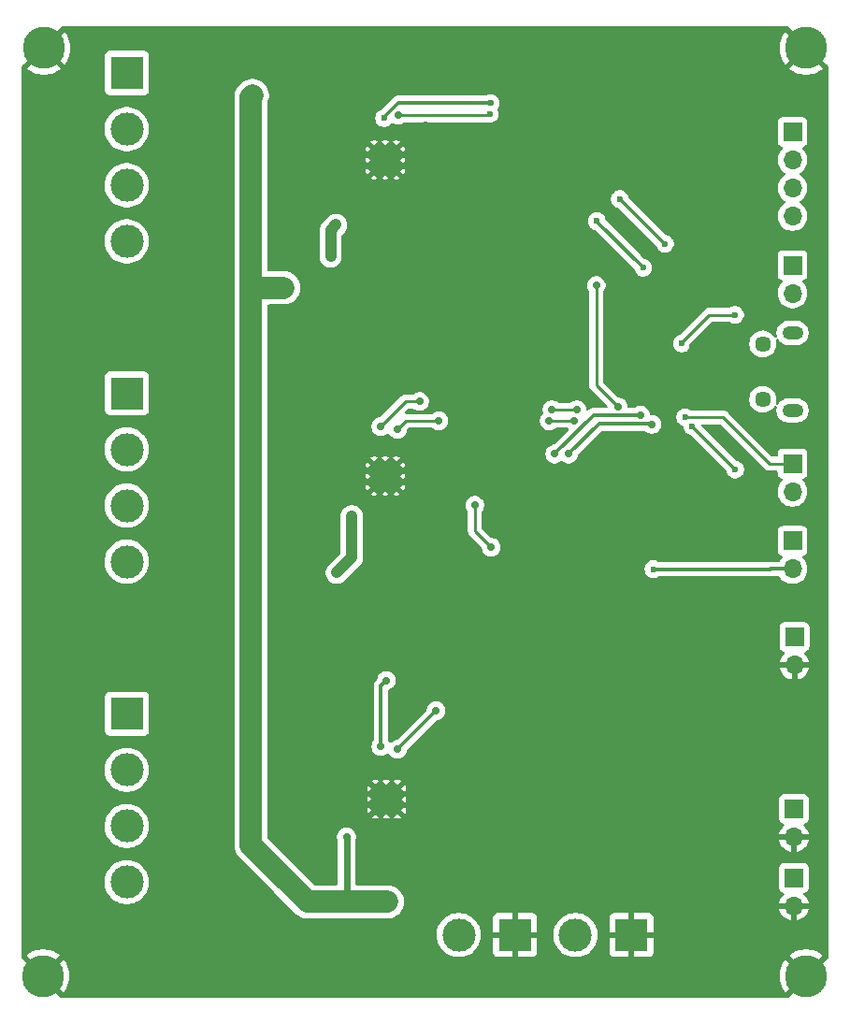
<source format=gbr>
%TF.GenerationSoftware,KiCad,Pcbnew,9.0.0*%
%TF.CreationDate,2025-05-07T21:56:05-07:00*%
%TF.ProjectId,Motor_Controller_Board_v1,4d6f746f-725f-4436-9f6e-74726f6c6c65,v1*%
%TF.SameCoordinates,Original*%
%TF.FileFunction,Copper,L2,Bot*%
%TF.FilePolarity,Positive*%
%FSLAX46Y46*%
G04 Gerber Fmt 4.6, Leading zero omitted, Abs format (unit mm)*
G04 Created by KiCad (PCBNEW 9.0.0) date 2025-05-07 21:56:05*
%MOMM*%
%LPD*%
G01*
G04 APERTURE LIST*
%TA.AperFunction,ComponentPad*%
%ADD10C,3.800000*%
%TD*%
%TA.AperFunction,HeatsinkPad*%
%ADD11C,0.500000*%
%TD*%
%TA.AperFunction,HeatsinkPad*%
%ADD12R,2.500000X2.500000*%
%TD*%
%TA.AperFunction,ComponentPad*%
%ADD13R,1.700000X1.700000*%
%TD*%
%TA.AperFunction,ComponentPad*%
%ADD14O,1.700000X1.700000*%
%TD*%
%TA.AperFunction,ComponentPad*%
%ADD15R,3.000000X3.000000*%
%TD*%
%TA.AperFunction,ComponentPad*%
%ADD16C,3.000000*%
%TD*%
%TA.AperFunction,HeatsinkPad*%
%ADD17O,1.900000X1.200000*%
%TD*%
%TA.AperFunction,HeatsinkPad*%
%ADD18C,1.450000*%
%TD*%
%TA.AperFunction,ViaPad*%
%ADD19C,0.700000*%
%TD*%
%TA.AperFunction,ViaPad*%
%ADD20C,0.600000*%
%TD*%
%TA.AperFunction,ViaPad*%
%ADD21C,1.000000*%
%TD*%
%TA.AperFunction,Conductor*%
%ADD22C,2.000000*%
%TD*%
%TA.AperFunction,Conductor*%
%ADD23C,1.000000*%
%TD*%
%TA.AperFunction,Conductor*%
%ADD24C,0.250000*%
%TD*%
%TA.AperFunction,Conductor*%
%ADD25C,0.300000*%
%TD*%
%TA.AperFunction,Conductor*%
%ADD26C,0.600000*%
%TD*%
G04 APERTURE END LIST*
D10*
%TO.P,H204,1,1*%
%TO.N,GND*%
X116420000Y-154500000D03*
%TD*%
%TO.P,H203,1,1*%
%TO.N,GND*%
X185500000Y-154500000D03*
%TD*%
%TO.P,H202,1,1*%
%TO.N,GND*%
X185500000Y-70500000D03*
%TD*%
%TO.P,H201,1,1*%
%TO.N,GND*%
X116500000Y-70500000D03*
%TD*%
D11*
%TO.P,U401,29,GND*%
%TO.N,GND*%
X148400000Y-79620000D03*
X147400000Y-79620000D03*
X146400000Y-79620000D03*
X148400000Y-80620000D03*
D12*
X147400000Y-80620000D03*
D11*
X147400000Y-80620000D03*
X146400000Y-80620000D03*
X148400000Y-81620000D03*
X147400000Y-81620000D03*
X146400000Y-81620000D03*
%TD*%
%TO.P,U402,29,GND*%
%TO.N,GND*%
X148500000Y-137500000D03*
X147500000Y-137500000D03*
X146500000Y-137500000D03*
X148500000Y-138500000D03*
D12*
X147500000Y-138500000D03*
D11*
X147500000Y-138500000D03*
X146500000Y-138500000D03*
X148500000Y-139500000D03*
X147500000Y-139500000D03*
X146500000Y-139500000D03*
%TD*%
%TO.P,U403,29,GND*%
%TO.N,GND*%
X148400000Y-108250000D03*
X147400000Y-108250000D03*
X146400000Y-108250000D03*
X148400000Y-109250000D03*
D12*
X147400000Y-109250000D03*
D11*
X147400000Y-109250000D03*
X146400000Y-109250000D03*
X148400000Y-110250000D03*
X147400000Y-110250000D03*
X146400000Y-110250000D03*
%TD*%
D13*
%TO.P,J207,1,Pin_1*%
%TO.N,/Power Supply/DIGITAL_POWER_+24V*%
X184400000Y-145625000D03*
D14*
%TO.P,J207,2,Pin_2*%
%TO.N,GND*%
X184400000Y-148165000D03*
%TD*%
D13*
%TO.P,J206,1,Pin_1*%
%TO.N,/Power Supply/DIGITAL_POWER_+24V*%
X184400000Y-139400000D03*
D14*
%TO.P,J206,2,Pin_2*%
%TO.N,GND*%
X184400000Y-141940000D03*
%TD*%
D15*
%TO.P,J401,1,Pin_1*%
%TO.N,/Stepper Drivers/AGITATE_1B*%
X124000000Y-72750000D03*
D16*
%TO.P,J401,2,Pin_2*%
%TO.N,/Stepper Drivers/AGITATE_1A*%
X124000000Y-77830000D03*
%TO.P,J401,3,Pin_3*%
%TO.N,/Stepper Drivers/AGITATE_2A*%
X124000000Y-82910000D03*
%TO.P,J401,4,Pin_4*%
%TO.N,/Stepper Drivers/AGITATE_2B*%
X124000000Y-87990000D03*
%TD*%
D13*
%TO.P,J301,1,Pin_1*%
%TO.N,unconnected-(J301-Pin_1-Pad1)*%
X184275000Y-78080000D03*
D14*
%TO.P,J301,2,Pin_2*%
%TO.N,/Microcontroller/RXD*%
X184275000Y-80620000D03*
%TO.P,J301,3,Pin_3*%
%TO.N,/Microcontroller/TXD*%
X184275000Y-83160000D03*
%TO.P,J301,4,Pin_4*%
%TO.N,unconnected-(J301-Pin_4-Pad4)*%
X184275000Y-85700000D03*
%TD*%
D15*
%TO.P,J403,1,Pin_1*%
%TO.N,/Stepper Drivers/VERTICAL_1B*%
X124000000Y-101750000D03*
D16*
%TO.P,J403,2,Pin_2*%
%TO.N,/Stepper Drivers/VERTICAL_1A*%
X124000000Y-106830000D03*
%TO.P,J403,3,Pin_3*%
%TO.N,/Stepper Drivers/VERTICAL_2A*%
X124000000Y-111910000D03*
%TO.P,J403,4,Pin_4*%
%TO.N,/Stepper Drivers/VERTICAL_2B*%
X124000000Y-116990000D03*
%TD*%
D13*
%TO.P,J304,1,Pin_1*%
%TO.N,/Microcontroller/VERTICAL_SWITCH*%
X184275000Y-108120000D03*
D14*
%TO.P,J304,2,Pin_2*%
%TO.N,+3.3V*%
X184275000Y-110660000D03*
%TD*%
D13*
%TO.P,J305,1,Pin_1*%
%TO.N,/Microcontroller/HORIZONTAL_SWITCH*%
X184275000Y-115120000D03*
D14*
%TO.P,J305,2,Pin_2*%
%TO.N,+3.3V*%
X184275000Y-117660000D03*
%TD*%
D13*
%TO.P,J303,1,Pin_1*%
%TO.N,+3.3V*%
X184275000Y-90160000D03*
D14*
%TO.P,J303,2,Pin_2*%
%TO.N,/Microcontroller/AGITATION_SWITCH*%
X184275000Y-92700000D03*
%TD*%
D15*
%TO.P,J203,1,Pin_1*%
%TO.N,GND*%
X159140000Y-150800000D03*
D16*
%TO.P,J203,2,Pin_2*%
%TO.N,+24V*%
X154060000Y-150800000D03*
%TD*%
D17*
%TO.P,J302,6,Shield*%
%TO.N,unconnected-(J302-Shield-Pad6)_6*%
X184275000Y-103300000D03*
D18*
%TO.N,unconnected-(J302-Shield-Pad6)_4*%
X181575000Y-102300000D03*
%TO.N,unconnected-(J302-Shield-Pad6)_1*%
X181575000Y-97300000D03*
D17*
%TO.N,unconnected-(J302-Shield-Pad6)*%
X184275000Y-96300000D03*
%TD*%
D15*
%TO.P,J402,1,Pin_1*%
%TO.N,/Stepper Drivers/HORIZONTAL_1B*%
X124000000Y-130760000D03*
D16*
%TO.P,J402,2,Pin_2*%
%TO.N,/Stepper Drivers/HORIZONTAL_1A*%
X124000000Y-135840000D03*
%TO.P,J402,3,Pin_3*%
%TO.N,/Stepper Drivers/HORIZONTAL_2A*%
X124000000Y-140920000D03*
%TO.P,J402,4,Pin_4*%
%TO.N,/Stepper Drivers/HORIZONTAL_2B*%
X124000000Y-146000000D03*
%TD*%
D15*
%TO.P,J201,1,Pin_1*%
%TO.N,GND*%
X169700000Y-150800000D03*
D16*
%TO.P,J201,2,Pin_2*%
%TO.N,/Power Supply/DIGITAL_POWER_+24V*%
X164620000Y-150800000D03*
%TD*%
D13*
%TO.P,J202,1,Pin_1*%
%TO.N,+5V*%
X184450000Y-123800000D03*
D14*
%TO.P,J202,2,Pin_2*%
%TO.N,GND*%
X184450000Y-126340000D03*
%TD*%
D19*
%TO.N,GND*%
X153375000Y-84075000D03*
X152250000Y-114250000D03*
X152000000Y-143700000D03*
X128800000Y-89900000D03*
X128800000Y-88500000D03*
X128800000Y-84900000D03*
X128800000Y-74300000D03*
X128800000Y-75600000D03*
X128800000Y-80200000D03*
X128900000Y-127300000D03*
X128900000Y-128600000D03*
X128800000Y-146800000D03*
X128800000Y-148100000D03*
X128800000Y-142700000D03*
X128800000Y-144000000D03*
X128800000Y-137700000D03*
X128800000Y-139000000D03*
X128900000Y-132600000D03*
X128900000Y-133900000D03*
X128800000Y-116600000D03*
X128800000Y-117900000D03*
X128800000Y-108700000D03*
X128800000Y-110000000D03*
X128800000Y-104600000D03*
X128800000Y-103300000D03*
X151000000Y-77500000D03*
%TO.N,AGITATION_STEP*%
X148550000Y-76580000D03*
%TO.N,GND*%
X139000000Y-121900000D03*
X138300000Y-141200000D03*
X140100000Y-143200000D03*
%TO.N,+24V*%
X147595000Y-147795000D03*
X142950000Y-86500000D03*
%TO.N,GND*%
X160500000Y-134500000D03*
X150200000Y-93950000D03*
X131175000Y-89375000D03*
X172000000Y-70925000D03*
X177175000Y-77300000D03*
X138875000Y-153000000D03*
X133200000Y-147650000D03*
X138850000Y-76675000D03*
X137475000Y-78650000D03*
X137575000Y-82625000D03*
X140250000Y-85375000D03*
%TO.N,+24V*%
X143000000Y-118000000D03*
D20*
X135480000Y-120620000D03*
D19*
X143400000Y-147795000D03*
X143887500Y-141887500D03*
X135250000Y-133000000D03*
D20*
X135380000Y-74800000D03*
D21*
X135250000Y-103500000D03*
D19*
X144375000Y-112875000D03*
D20*
X138170000Y-92160000D03*
%TO.N,GND*%
X162260000Y-137390000D03*
X138070000Y-107210000D03*
D19*
X158250000Y-116750000D03*
X145250000Y-131000000D03*
X173500000Y-92500000D03*
X174750000Y-105750000D03*
X171750000Y-101750000D03*
D21*
X138250000Y-136250000D03*
D20*
X155530000Y-108000000D03*
X151170000Y-105400000D03*
X156240000Y-78520000D03*
D19*
X160750000Y-115000000D03*
X170500000Y-96250000D03*
X171750000Y-99750000D03*
D21*
X140000000Y-134250000D03*
D19*
X165000000Y-99750000D03*
X172250000Y-107000000D03*
D20*
X182010000Y-106300000D03*
D19*
X162500000Y-105750000D03*
D20*
X163500000Y-132150000D03*
X140530000Y-105000000D03*
D19*
X172250000Y-103000000D03*
X165000000Y-101750000D03*
D20*
X180420000Y-98500000D03*
D19*
X182750000Y-72000000D03*
D20*
X138110000Y-111500000D03*
D19*
X163500000Y-109750000D03*
D21*
X132750000Y-118000000D03*
D19*
X174500000Y-72000000D03*
X152000000Y-133130000D03*
X156000000Y-137000000D03*
X165000000Y-97750000D03*
D20*
X164750000Y-132220000D03*
D19*
X163500000Y-112750000D03*
X175250000Y-97500000D03*
X151250000Y-134800000D03*
X168500000Y-96250000D03*
D20*
X145850000Y-102050000D03*
D19*
X167750000Y-77250000D03*
X165000000Y-71750000D03*
X161500000Y-123250000D03*
D20*
X140430000Y-113500000D03*
X151040000Y-74210000D03*
X179570000Y-102800000D03*
D19*
%TO.N,+5V*%
X157000000Y-115700000D03*
X155500000Y-111900000D03*
%TO.N,/Microcontroller/EN*%
X168500000Y-103000000D03*
X166500000Y-92000000D03*
D20*
%TO.N,/Microcontroller/AGITATION_SWITCH*%
X179070000Y-94650000D03*
X174250002Y-97240000D03*
%TO.N,/Microcontroller/VERTICAL_SWITCH*%
X174545000Y-103920000D03*
%TO.N,/Microcontroller/HORIZONTAL_SWITCH*%
X175170000Y-104730000D03*
X179090000Y-108660000D03*
%TO.N,AGITATION_STEP*%
X166550000Y-86170000D03*
X170760000Y-90390000D03*
X156860000Y-76480000D03*
D19*
%TO.N,HORIZONTAL_DIR*%
X147000000Y-133750000D03*
X170500000Y-103750000D03*
X162750000Y-107250000D03*
X147500000Y-127750000D03*
%TO.N,VERTICAL_STEP*%
X162250000Y-104250000D03*
X148500000Y-105000000D03*
X152250000Y-104250000D03*
X164500000Y-104250000D03*
%TO.N,HORIZONTAL_STEP*%
X164000000Y-107250000D03*
X171550000Y-104560806D03*
X148500000Y-134000000D03*
X152000000Y-130500000D03*
%TO.N,VERTICAL_DIR*%
X162500000Y-103250000D03*
X147000000Y-104750000D03*
X150500000Y-102500000D03*
X164750000Y-103250000D03*
D20*
%TO.N,AGITATION_DIR*%
X147300000Y-76840000D03*
X172720000Y-88220000D03*
X168640000Y-84170000D03*
X156930000Y-75470000D03*
%TO.N,+3.3V*%
X171680000Y-117670000D03*
%TO.N,GND*%
X145670000Y-74660000D03*
%TO.N,+24V*%
X142450000Y-89370000D03*
%TD*%
D22*
%TO.N,+24V*%
X140365000Y-147795000D02*
X143400000Y-147795000D01*
X138510000Y-145940000D02*
X140365000Y-147795000D01*
X147595000Y-147795000D02*
X143400000Y-147795000D01*
D23*
X142450000Y-87000000D02*
X142450000Y-89370000D01*
X142950000Y-86500000D02*
X142450000Y-87000000D01*
D24*
%TO.N,/Microcontroller/VERTICAL_SWITCH*%
X182180000Y-108120000D02*
X184275000Y-108120000D01*
D25*
%TO.N,+3.3V*%
X182270000Y-117660000D02*
X184275000Y-117660000D01*
X182260000Y-117670000D02*
X182270000Y-117660000D01*
D26*
%TO.N,+24V*%
X143887500Y-147000000D02*
X143887500Y-147307500D01*
D23*
X144375000Y-116625000D02*
X143000000Y-118000000D01*
D22*
X135250000Y-142650000D02*
X135250000Y-142100000D01*
X135250000Y-84760000D02*
X135250000Y-74980000D01*
D26*
X143887500Y-147307500D02*
X143400000Y-147795000D01*
D22*
X135250000Y-103500000D02*
X135250000Y-92200000D01*
X135250000Y-140500000D02*
X135250000Y-136600000D01*
X135250000Y-128900000D02*
X135250000Y-127200000D01*
X135250000Y-142650000D02*
X138510000Y-145910000D01*
X135250000Y-136600000D02*
X135250000Y-135250000D01*
X135250000Y-92200000D02*
X138200000Y-92200000D01*
X138510000Y-145910000D02*
X138510000Y-145940000D01*
X135250000Y-123400000D02*
X135250000Y-103500000D01*
X135250000Y-135250000D02*
X135250000Y-135100000D01*
X135250000Y-127200000D02*
X135250000Y-125100000D01*
X135250000Y-135100000D02*
X135250000Y-134250000D01*
D26*
X143887500Y-141887500D02*
X143887500Y-147000000D01*
D22*
X135250000Y-125100000D02*
X135250000Y-123400000D01*
X135250000Y-134250000D02*
X135250000Y-133000000D01*
X135250000Y-92200000D02*
X135250000Y-84760000D01*
X135250000Y-142100000D02*
X135250000Y-140500000D01*
X135250000Y-74930000D02*
X135380000Y-74800000D01*
X135250000Y-74980000D02*
X135250000Y-74930000D01*
X135250000Y-133000000D02*
X135250000Y-128900000D01*
D23*
X144375000Y-112875000D02*
X144375000Y-116625000D01*
D24*
%TO.N,+5V*%
X155500000Y-111900000D02*
X155500000Y-114200000D01*
X155500000Y-114200000D02*
X157000000Y-115700000D01*
%TO.N,/Microcontroller/EN*%
X168500000Y-103000000D02*
X166500000Y-101000000D01*
X166500000Y-92000000D02*
X166500000Y-101000000D01*
%TO.N,/Microcontroller/AGITATION_SWITCH*%
X179070000Y-94650000D02*
X176720000Y-94650000D01*
X174130000Y-97240000D02*
X174250002Y-97240000D01*
X176720000Y-94650000D02*
X174130000Y-97240000D01*
%TO.N,/Microcontroller/VERTICAL_SWITCH*%
X177980000Y-103920000D02*
X182180000Y-108120000D01*
X174545000Y-103920000D02*
X177980000Y-103920000D01*
%TO.N,/Microcontroller/HORIZONTAL_SWITCH*%
X179090000Y-108660000D02*
X175170000Y-104740000D01*
X175170000Y-104740000D02*
X175170000Y-104730000D01*
%TO.N,AGITATION_STEP*%
X156760000Y-76580000D02*
X156860000Y-76480000D01*
D25*
X166550000Y-86180000D02*
X170760000Y-90390000D01*
D24*
X148500000Y-76580000D02*
X156760000Y-76580000D01*
D25*
X166550000Y-86170000D02*
X166550000Y-86180000D01*
%TO.N,HORIZONTAL_DIR*%
X147000000Y-133750000D02*
X147000000Y-128250000D01*
X166250000Y-103750000D02*
X162750000Y-107250000D01*
X170500000Y-103750000D02*
X166250000Y-103750000D01*
X147000000Y-128250000D02*
X147500000Y-127750000D01*
D24*
%TO.N,VERTICAL_STEP*%
X152250000Y-104250000D02*
X149250000Y-104250000D01*
X149250000Y-104250000D02*
X148500000Y-105000000D01*
X164500000Y-104250000D02*
X162250000Y-104250000D01*
D25*
%TO.N,HORIZONTAL_STEP*%
X171307402Y-104500000D02*
X166750000Y-104500000D01*
X166750000Y-104500000D02*
X164000000Y-107250000D01*
X148500000Y-134000000D02*
X152000000Y-130500000D01*
D24*
%TO.N,VERTICAL_DIR*%
X150500000Y-102500000D02*
X149250000Y-102500000D01*
X164750000Y-103250000D02*
X162500000Y-103250000D01*
X149250000Y-102500000D02*
X147000000Y-104750000D01*
D25*
%TO.N,AGITATION_DIR*%
X148560000Y-75470000D02*
X156930000Y-75470000D01*
X147300000Y-76840000D02*
X147300000Y-76730000D01*
X147300000Y-76730000D02*
X148560000Y-75470000D01*
X168640000Y-84170000D02*
X168670000Y-84170000D01*
X168670000Y-84170000D02*
X172720000Y-88220000D01*
%TO.N,+3.3V*%
X182260000Y-117670000D02*
X171680000Y-117670000D01*
%TD*%
%TA.AperFunction,Conductor*%
%TO.N,GND*%
G36*
X183932353Y-68520185D02*
G01*
X183978108Y-68572989D01*
X183989119Y-68631453D01*
X183988900Y-68635346D01*
X184917263Y-69563709D01*
X184783398Y-69660967D01*
X184660967Y-69783398D01*
X184563709Y-69917263D01*
X183635345Y-68988899D01*
X183539568Y-69109001D01*
X183396152Y-69337247D01*
X183279198Y-69580104D01*
X183279192Y-69580118D01*
X183190167Y-69834536D01*
X183190163Y-69834548D01*
X183130181Y-70097348D01*
X183130178Y-70097366D01*
X183100000Y-70365212D01*
X183100000Y-70634787D01*
X183130178Y-70902633D01*
X183130181Y-70902651D01*
X183190163Y-71165451D01*
X183190167Y-71165463D01*
X183279192Y-71419881D01*
X183279198Y-71419895D01*
X183396152Y-71662752D01*
X183539568Y-71890998D01*
X183635346Y-72011099D01*
X184563708Y-71082736D01*
X184660967Y-71216602D01*
X184783398Y-71339033D01*
X184917262Y-71436290D01*
X183988899Y-72364652D01*
X183988900Y-72364653D01*
X184108993Y-72460427D01*
X184108997Y-72460429D01*
X184337247Y-72603847D01*
X184580104Y-72720801D01*
X184580118Y-72720807D01*
X184834536Y-72809832D01*
X184834548Y-72809836D01*
X185097348Y-72869818D01*
X185097366Y-72869821D01*
X185365212Y-72899999D01*
X185365216Y-72900000D01*
X185634784Y-72900000D01*
X185634787Y-72899999D01*
X185902633Y-72869821D01*
X185902651Y-72869818D01*
X186165451Y-72809836D01*
X186165463Y-72809832D01*
X186419881Y-72720807D01*
X186419895Y-72720801D01*
X186662752Y-72603847D01*
X186890999Y-72460431D01*
X187011098Y-72364653D01*
X187011099Y-72364652D01*
X186082737Y-71436290D01*
X186216602Y-71339033D01*
X186339033Y-71216602D01*
X186436290Y-71082737D01*
X187364651Y-72011098D01*
X187368547Y-72010880D01*
X187436585Y-72026775D01*
X187485229Y-72076930D01*
X187499500Y-72134685D01*
X187499500Y-152865313D01*
X187479815Y-152932352D01*
X187427011Y-152978107D01*
X187368549Y-152989118D01*
X187364652Y-152988899D01*
X186436290Y-153917262D01*
X186339033Y-153783398D01*
X186216602Y-153660967D01*
X186082736Y-153563709D01*
X187011099Y-152635346D01*
X186890998Y-152539568D01*
X186662752Y-152396152D01*
X186419895Y-152279198D01*
X186419881Y-152279192D01*
X186165463Y-152190167D01*
X186165451Y-152190163D01*
X185902651Y-152130181D01*
X185902633Y-152130178D01*
X185634787Y-152100000D01*
X185365212Y-152100000D01*
X185097366Y-152130178D01*
X185097348Y-152130181D01*
X184834548Y-152190163D01*
X184834536Y-152190167D01*
X184580118Y-152279192D01*
X184580104Y-152279198D01*
X184337247Y-152396152D01*
X184109001Y-152539568D01*
X183988899Y-152635345D01*
X184917263Y-153563709D01*
X184783398Y-153660967D01*
X184660967Y-153783398D01*
X184563709Y-153917263D01*
X183635345Y-152988899D01*
X183539568Y-153109001D01*
X183396152Y-153337247D01*
X183279198Y-153580104D01*
X183279192Y-153580118D01*
X183190167Y-153834536D01*
X183190163Y-153834548D01*
X183130181Y-154097348D01*
X183130178Y-154097366D01*
X183100000Y-154365212D01*
X183100000Y-154634787D01*
X183130178Y-154902633D01*
X183130181Y-154902651D01*
X183190163Y-155165451D01*
X183190167Y-155165463D01*
X183279192Y-155419881D01*
X183279198Y-155419895D01*
X183396152Y-155662752D01*
X183539568Y-155890998D01*
X183635346Y-156011099D01*
X184563708Y-155082736D01*
X184660967Y-155216602D01*
X184783398Y-155339033D01*
X184917262Y-155436290D01*
X183988900Y-156364651D01*
X183989119Y-156368547D01*
X183973224Y-156436585D01*
X183923069Y-156485229D01*
X183865314Y-156499500D01*
X118054685Y-156499500D01*
X117987646Y-156479815D01*
X117941891Y-156427011D01*
X117930880Y-156368547D01*
X117931098Y-156364651D01*
X117002737Y-155436290D01*
X117136602Y-155339033D01*
X117259033Y-155216602D01*
X117356290Y-155082737D01*
X118284652Y-156011099D01*
X118284653Y-156011098D01*
X118380431Y-155890999D01*
X118523847Y-155662752D01*
X118640801Y-155419895D01*
X118640807Y-155419881D01*
X118729832Y-155165463D01*
X118729836Y-155165451D01*
X118789818Y-154902651D01*
X118789821Y-154902633D01*
X118819999Y-154634787D01*
X118820000Y-154634783D01*
X118820000Y-154365216D01*
X118819999Y-154365212D01*
X118789821Y-154097366D01*
X118789818Y-154097348D01*
X118729836Y-153834548D01*
X118729832Y-153834536D01*
X118640807Y-153580118D01*
X118640801Y-153580104D01*
X118523847Y-153337247D01*
X118380429Y-153108997D01*
X118380427Y-153108993D01*
X118284653Y-152988900D01*
X118284652Y-152988899D01*
X117356290Y-153917262D01*
X117259033Y-153783398D01*
X117136602Y-153660967D01*
X117002736Y-153563709D01*
X117931099Y-152635346D01*
X117810998Y-152539568D01*
X117582752Y-152396152D01*
X117339895Y-152279198D01*
X117339881Y-152279192D01*
X117085463Y-152190167D01*
X117085451Y-152190163D01*
X116822651Y-152130181D01*
X116822633Y-152130178D01*
X116554787Y-152100000D01*
X116285212Y-152100000D01*
X116017366Y-152130178D01*
X116017348Y-152130181D01*
X115754548Y-152190163D01*
X115754536Y-152190167D01*
X115500118Y-152279192D01*
X115500104Y-152279198D01*
X115257247Y-152396152D01*
X115029001Y-152539568D01*
X114908899Y-152635345D01*
X115837263Y-153563709D01*
X115703398Y-153660967D01*
X115580967Y-153783398D01*
X115483709Y-153917262D01*
X114536819Y-152970372D01*
X114522115Y-152943444D01*
X114505523Y-152917626D01*
X114504631Y-152911425D01*
X114503334Y-152909049D01*
X114500500Y-152882691D01*
X114500500Y-150668872D01*
X152059500Y-150668872D01*
X152059500Y-150931127D01*
X152071423Y-151021684D01*
X152093730Y-151191116D01*
X152118745Y-151284472D01*
X152161602Y-151444418D01*
X152161605Y-151444428D01*
X152261953Y-151686690D01*
X152261958Y-151686700D01*
X152393075Y-151913803D01*
X152552718Y-152121851D01*
X152552726Y-152121860D01*
X152738140Y-152307274D01*
X152738148Y-152307281D01*
X152946196Y-152466924D01*
X153173299Y-152598041D01*
X153173309Y-152598046D01*
X153316096Y-152657190D01*
X153415581Y-152698398D01*
X153668884Y-152766270D01*
X153917188Y-152798960D01*
X153925074Y-152799999D01*
X153928880Y-152800500D01*
X153928887Y-152800500D01*
X154191113Y-152800500D01*
X154191120Y-152800500D01*
X154451116Y-152766270D01*
X154704419Y-152698398D01*
X154946697Y-152598043D01*
X155173803Y-152466924D01*
X155381851Y-152307282D01*
X155381855Y-152307277D01*
X155381860Y-152307274D01*
X155567274Y-152121860D01*
X155567277Y-152121855D01*
X155567282Y-152121851D01*
X155726924Y-151913803D01*
X155858043Y-151686697D01*
X155958398Y-151444419D01*
X156026270Y-151191116D01*
X156060500Y-150931120D01*
X156060500Y-150668880D01*
X156026270Y-150408884D01*
X155958398Y-150155581D01*
X155910523Y-150040000D01*
X155858046Y-149913309D01*
X155858041Y-149913299D01*
X155726924Y-149686196D01*
X155604424Y-149526554D01*
X155567282Y-149478149D01*
X155567281Y-149478148D01*
X155567274Y-149478140D01*
X155381860Y-149292726D01*
X155381851Y-149292718D01*
X155328989Y-149252155D01*
X157140000Y-149252155D01*
X157140000Y-150550000D01*
X158420936Y-150550000D01*
X158409207Y-150578316D01*
X158380000Y-150725147D01*
X158380000Y-150874853D01*
X158409207Y-151021684D01*
X158420936Y-151050000D01*
X157140000Y-151050000D01*
X157140000Y-152347844D01*
X157146401Y-152407372D01*
X157146403Y-152407379D01*
X157196645Y-152542086D01*
X157196649Y-152542093D01*
X157282809Y-152657187D01*
X157282812Y-152657190D01*
X157397906Y-152743350D01*
X157397913Y-152743354D01*
X157532620Y-152793596D01*
X157532627Y-152793598D01*
X157592155Y-152799999D01*
X157592172Y-152800000D01*
X158890000Y-152800000D01*
X158890000Y-151519064D01*
X158918316Y-151530793D01*
X159065147Y-151560000D01*
X159214853Y-151560000D01*
X159361684Y-151530793D01*
X159390000Y-151519064D01*
X159390000Y-152800000D01*
X160687828Y-152800000D01*
X160687844Y-152799999D01*
X160747372Y-152793598D01*
X160747379Y-152793596D01*
X160882086Y-152743354D01*
X160882093Y-152743350D01*
X160997187Y-152657190D01*
X160997190Y-152657187D01*
X161083350Y-152542093D01*
X161083354Y-152542086D01*
X161133596Y-152407379D01*
X161133598Y-152407372D01*
X161139999Y-152347844D01*
X161140000Y-152347827D01*
X161140000Y-151050000D01*
X159859064Y-151050000D01*
X159870793Y-151021684D01*
X159900000Y-150874853D01*
X159900000Y-150725147D01*
X159888806Y-150668872D01*
X162619500Y-150668872D01*
X162619500Y-150931127D01*
X162631423Y-151021684D01*
X162653730Y-151191116D01*
X162678745Y-151284472D01*
X162721602Y-151444418D01*
X162721605Y-151444428D01*
X162821953Y-151686690D01*
X162821958Y-151686700D01*
X162953075Y-151913803D01*
X163112718Y-152121851D01*
X163112726Y-152121860D01*
X163298140Y-152307274D01*
X163298148Y-152307281D01*
X163506196Y-152466924D01*
X163733299Y-152598041D01*
X163733309Y-152598046D01*
X163876096Y-152657190D01*
X163975581Y-152698398D01*
X164228884Y-152766270D01*
X164477188Y-152798960D01*
X164485074Y-152799999D01*
X164488880Y-152800500D01*
X164488887Y-152800500D01*
X164751113Y-152800500D01*
X164751120Y-152800500D01*
X165011116Y-152766270D01*
X165264419Y-152698398D01*
X165506697Y-152598043D01*
X165733803Y-152466924D01*
X165941851Y-152307282D01*
X165941855Y-152307277D01*
X165941860Y-152307274D01*
X166127274Y-152121860D01*
X166127277Y-152121855D01*
X166127282Y-152121851D01*
X166286924Y-151913803D01*
X166418043Y-151686697D01*
X166518398Y-151444419D01*
X166586270Y-151191116D01*
X166620500Y-150931120D01*
X166620500Y-150668880D01*
X166586270Y-150408884D01*
X166518398Y-150155581D01*
X166470523Y-150040000D01*
X166418046Y-149913309D01*
X166418041Y-149913299D01*
X166286924Y-149686196D01*
X166164424Y-149526554D01*
X166127282Y-149478149D01*
X166127281Y-149478148D01*
X166127274Y-149478140D01*
X165941860Y-149292726D01*
X165941851Y-149292718D01*
X165888989Y-149252155D01*
X167700000Y-149252155D01*
X167700000Y-150550000D01*
X168980936Y-150550000D01*
X168969207Y-150578316D01*
X168940000Y-150725147D01*
X168940000Y-150874853D01*
X168969207Y-151021684D01*
X168980936Y-151050000D01*
X167700000Y-151050000D01*
X167700000Y-152347844D01*
X167706401Y-152407372D01*
X167706403Y-152407379D01*
X167756645Y-152542086D01*
X167756649Y-152542093D01*
X167842809Y-152657187D01*
X167842812Y-152657190D01*
X167957906Y-152743350D01*
X167957913Y-152743354D01*
X168092620Y-152793596D01*
X168092627Y-152793598D01*
X168152155Y-152799999D01*
X168152172Y-152800000D01*
X169450000Y-152800000D01*
X169450000Y-151519064D01*
X169478316Y-151530793D01*
X169625147Y-151560000D01*
X169774853Y-151560000D01*
X169921684Y-151530793D01*
X169950000Y-151519064D01*
X169950000Y-152800000D01*
X171247828Y-152800000D01*
X171247844Y-152799999D01*
X171307372Y-152793598D01*
X171307379Y-152793596D01*
X171442086Y-152743354D01*
X171442093Y-152743350D01*
X171557187Y-152657190D01*
X171592904Y-152609480D01*
X171592905Y-152609478D01*
X171643350Y-152542093D01*
X171643354Y-152542086D01*
X171693596Y-152407379D01*
X171693598Y-152407372D01*
X171699999Y-152347844D01*
X171700000Y-152347827D01*
X171700000Y-151050000D01*
X170419064Y-151050000D01*
X170430793Y-151021684D01*
X170460000Y-150874853D01*
X170460000Y-150725147D01*
X170430793Y-150578316D01*
X170419064Y-150550000D01*
X171700000Y-150550000D01*
X171700000Y-149252172D01*
X171699999Y-149252155D01*
X171693598Y-149192627D01*
X171693596Y-149192620D01*
X171643354Y-149057913D01*
X171643350Y-149057906D01*
X171557190Y-148942812D01*
X171557187Y-148942809D01*
X171442093Y-148856649D01*
X171442086Y-148856645D01*
X171307379Y-148806403D01*
X171307372Y-148806401D01*
X171247844Y-148800000D01*
X169950000Y-148800000D01*
X169950000Y-150080935D01*
X169921684Y-150069207D01*
X169774853Y-150040000D01*
X169625147Y-150040000D01*
X169478316Y-150069207D01*
X169450000Y-150080935D01*
X169450000Y-148800000D01*
X168152155Y-148800000D01*
X168092627Y-148806401D01*
X168092620Y-148806403D01*
X167957913Y-148856645D01*
X167957906Y-148856649D01*
X167842812Y-148942809D01*
X167842809Y-148942812D01*
X167756649Y-149057906D01*
X167756645Y-149057913D01*
X167706403Y-149192620D01*
X167706401Y-149192627D01*
X167700000Y-149252155D01*
X165888989Y-149252155D01*
X165733803Y-149133075D01*
X165506700Y-149001958D01*
X165506690Y-149001953D01*
X165264428Y-148901605D01*
X165264421Y-148901603D01*
X165264419Y-148901602D01*
X165011116Y-148833730D01*
X164953339Y-148826123D01*
X164751127Y-148799500D01*
X164751120Y-148799500D01*
X164488880Y-148799500D01*
X164488872Y-148799500D01*
X164257772Y-148829926D01*
X164228884Y-148833730D01*
X164143364Y-148856645D01*
X163975581Y-148901602D01*
X163975571Y-148901605D01*
X163733309Y-149001953D01*
X163733299Y-149001958D01*
X163506196Y-149133075D01*
X163298148Y-149292718D01*
X163112718Y-149478148D01*
X162953075Y-149686196D01*
X162821958Y-149913299D01*
X162821953Y-149913309D01*
X162721605Y-150155571D01*
X162721602Y-150155581D01*
X162653730Y-150408885D01*
X162619500Y-150668872D01*
X159888806Y-150668872D01*
X159870793Y-150578316D01*
X159859064Y-150550000D01*
X161140000Y-150550000D01*
X161140000Y-149252172D01*
X161139999Y-149252155D01*
X161133598Y-149192627D01*
X161133596Y-149192620D01*
X161083354Y-149057913D01*
X161083350Y-149057906D01*
X160997190Y-148942812D01*
X160997187Y-148942809D01*
X160882093Y-148856649D01*
X160882086Y-148856645D01*
X160747379Y-148806403D01*
X160747372Y-148806401D01*
X160687844Y-148800000D01*
X159390000Y-148800000D01*
X159390000Y-150080935D01*
X159361684Y-150069207D01*
X159214853Y-150040000D01*
X159065147Y-150040000D01*
X158918316Y-150069207D01*
X158890000Y-150080935D01*
X158890000Y-148800000D01*
X157592155Y-148800000D01*
X157532627Y-148806401D01*
X157532620Y-148806403D01*
X157397913Y-148856645D01*
X157397906Y-148856649D01*
X157282812Y-148942809D01*
X157282809Y-148942812D01*
X157196649Y-149057906D01*
X157196645Y-149057913D01*
X157146403Y-149192620D01*
X157146401Y-149192627D01*
X157140000Y-149252155D01*
X155328989Y-149252155D01*
X155173803Y-149133075D01*
X154946700Y-149001958D01*
X154946690Y-149001953D01*
X154704428Y-148901605D01*
X154704421Y-148901603D01*
X154704419Y-148901602D01*
X154451116Y-148833730D01*
X154393339Y-148826123D01*
X154191127Y-148799500D01*
X154191120Y-148799500D01*
X153928880Y-148799500D01*
X153928872Y-148799500D01*
X153697772Y-148829926D01*
X153668884Y-148833730D01*
X153583364Y-148856645D01*
X153415581Y-148901602D01*
X153415571Y-148901605D01*
X153173309Y-149001953D01*
X153173299Y-149001958D01*
X152946196Y-149133075D01*
X152738148Y-149292718D01*
X152552718Y-149478148D01*
X152393075Y-149686196D01*
X152261958Y-149913299D01*
X152261953Y-149913309D01*
X152161605Y-150155571D01*
X152161602Y-150155581D01*
X152093730Y-150408885D01*
X152059500Y-150668872D01*
X114500500Y-150668872D01*
X114500500Y-145868872D01*
X121999500Y-145868872D01*
X121999500Y-146131127D01*
X122021010Y-146294500D01*
X122033730Y-146391116D01*
X122101602Y-146644418D01*
X122101605Y-146644428D01*
X122201953Y-146886690D01*
X122201958Y-146886700D01*
X122333075Y-147113803D01*
X122492718Y-147321851D01*
X122492726Y-147321860D01*
X122678140Y-147507274D01*
X122678148Y-147507281D01*
X122886196Y-147666924D01*
X123113299Y-147798041D01*
X123113309Y-147798046D01*
X123355571Y-147898394D01*
X123355581Y-147898398D01*
X123608884Y-147966270D01*
X123868880Y-148000500D01*
X123868887Y-148000500D01*
X124131113Y-148000500D01*
X124131120Y-148000500D01*
X124391116Y-147966270D01*
X124644419Y-147898398D01*
X124886697Y-147798043D01*
X125113803Y-147666924D01*
X125321851Y-147507282D01*
X125321855Y-147507277D01*
X125321860Y-147507274D01*
X125507274Y-147321860D01*
X125507277Y-147321855D01*
X125507282Y-147321851D01*
X125666924Y-147113803D01*
X125798043Y-146886697D01*
X125898398Y-146644419D01*
X125966270Y-146391116D01*
X126000500Y-146131120D01*
X126000500Y-145868880D01*
X125966270Y-145608884D01*
X125898398Y-145355581D01*
X125898394Y-145355571D01*
X125798046Y-145113309D01*
X125798041Y-145113299D01*
X125666924Y-144886196D01*
X125507281Y-144678148D01*
X125507274Y-144678140D01*
X125321860Y-144492726D01*
X125321851Y-144492718D01*
X125113803Y-144333075D01*
X124886700Y-144201958D01*
X124886690Y-144201953D01*
X124644428Y-144101605D01*
X124644421Y-144101603D01*
X124644419Y-144101602D01*
X124391116Y-144033730D01*
X124333339Y-144026123D01*
X124131127Y-143999500D01*
X124131120Y-143999500D01*
X123868880Y-143999500D01*
X123868872Y-143999500D01*
X123637772Y-144029926D01*
X123608884Y-144033730D01*
X123355581Y-144101602D01*
X123355571Y-144101605D01*
X123113309Y-144201953D01*
X123113299Y-144201958D01*
X122886196Y-144333075D01*
X122678148Y-144492718D01*
X122492718Y-144678148D01*
X122333075Y-144886196D01*
X122201958Y-145113299D01*
X122201953Y-145113309D01*
X122101605Y-145355571D01*
X122101602Y-145355581D01*
X122033730Y-145608885D01*
X121999500Y-145868872D01*
X114500500Y-145868872D01*
X114500500Y-140788872D01*
X121999500Y-140788872D01*
X121999500Y-141051127D01*
X122022639Y-141226873D01*
X122033730Y-141311116D01*
X122101602Y-141564418D01*
X122101605Y-141564428D01*
X122201953Y-141806690D01*
X122201958Y-141806700D01*
X122333075Y-142033803D01*
X122492718Y-142241851D01*
X122492726Y-142241860D01*
X122678140Y-142427274D01*
X122678148Y-142427281D01*
X122886196Y-142586924D01*
X123113299Y-142718041D01*
X123113309Y-142718046D01*
X123355571Y-142818394D01*
X123355581Y-142818398D01*
X123608884Y-142886270D01*
X123868880Y-142920500D01*
X123868887Y-142920500D01*
X124131113Y-142920500D01*
X124131120Y-142920500D01*
X124391116Y-142886270D01*
X124644419Y-142818398D01*
X124886697Y-142718043D01*
X125113803Y-142586924D01*
X125321851Y-142427282D01*
X125321855Y-142427277D01*
X125321860Y-142427274D01*
X125507274Y-142241860D01*
X125507277Y-142241855D01*
X125507282Y-142241851D01*
X125666924Y-142033803D01*
X125798043Y-141806697D01*
X125898398Y-141564419D01*
X125966270Y-141311116D01*
X126000500Y-141051120D01*
X126000500Y-140788880D01*
X125966270Y-140528884D01*
X125898398Y-140275581D01*
X125857804Y-140177578D01*
X125798046Y-140033309D01*
X125798041Y-140033299D01*
X125666924Y-139806196D01*
X125507281Y-139598148D01*
X125507274Y-139598140D01*
X125321860Y-139412726D01*
X125321851Y-139412718D01*
X125113803Y-139253075D01*
X124886700Y-139121958D01*
X124886690Y-139121953D01*
X124644428Y-139021605D01*
X124644421Y-139021603D01*
X124644419Y-139021602D01*
X124391116Y-138953730D01*
X124333339Y-138946123D01*
X124131127Y-138919500D01*
X124131120Y-138919500D01*
X123868880Y-138919500D01*
X123868872Y-138919500D01*
X123637772Y-138949926D01*
X123608884Y-138953730D01*
X123436201Y-139000000D01*
X123355581Y-139021602D01*
X123355571Y-139021605D01*
X123113309Y-139121953D01*
X123113299Y-139121958D01*
X122886196Y-139253075D01*
X122678148Y-139412718D01*
X122492718Y-139598148D01*
X122333075Y-139806196D01*
X122201958Y-140033299D01*
X122201953Y-140033309D01*
X122101605Y-140275571D01*
X122101602Y-140275581D01*
X122043525Y-140492331D01*
X122033730Y-140528885D01*
X121999500Y-140788872D01*
X114500500Y-140788872D01*
X114500500Y-135708872D01*
X121999500Y-135708872D01*
X121999500Y-135971127D01*
X122026123Y-136173339D01*
X122033730Y-136231116D01*
X122100929Y-136481908D01*
X122101602Y-136484418D01*
X122101605Y-136484428D01*
X122201953Y-136726690D01*
X122201958Y-136726700D01*
X122333075Y-136953803D01*
X122492718Y-137161851D01*
X122492726Y-137161860D01*
X122678140Y-137347274D01*
X122678148Y-137347281D01*
X122886196Y-137506924D01*
X123113299Y-137638041D01*
X123113309Y-137638046D01*
X123355571Y-137738394D01*
X123355581Y-137738398D01*
X123608884Y-137806270D01*
X123868880Y-137840500D01*
X123868887Y-137840500D01*
X124131113Y-137840500D01*
X124131120Y-137840500D01*
X124391116Y-137806270D01*
X124644419Y-137738398D01*
X124821340Y-137665114D01*
X124886690Y-137638046D01*
X124886691Y-137638045D01*
X124886697Y-137638043D01*
X125113803Y-137506924D01*
X125321851Y-137347282D01*
X125321855Y-137347277D01*
X125321860Y-137347274D01*
X125507274Y-137161860D01*
X125507277Y-137161855D01*
X125507282Y-137161851D01*
X125666924Y-136953803D01*
X125798043Y-136726697D01*
X125898398Y-136484419D01*
X125966270Y-136231116D01*
X126000500Y-135971120D01*
X126000500Y-135708880D01*
X125966270Y-135448884D01*
X125898398Y-135195581D01*
X125809892Y-134981908D01*
X125798046Y-134953309D01*
X125798041Y-134953299D01*
X125666924Y-134726196D01*
X125507281Y-134518148D01*
X125507274Y-134518140D01*
X125321860Y-134332726D01*
X125321851Y-134332718D01*
X125113803Y-134173075D01*
X124886700Y-134041958D01*
X124886690Y-134041953D01*
X124644428Y-133941605D01*
X124644421Y-133941603D01*
X124644419Y-133941602D01*
X124391116Y-133873730D01*
X124333339Y-133866123D01*
X124131127Y-133839500D01*
X124131120Y-133839500D01*
X123868880Y-133839500D01*
X123868872Y-133839500D01*
X123637772Y-133869926D01*
X123608884Y-133873730D01*
X123355581Y-133941602D01*
X123355571Y-133941605D01*
X123113309Y-134041953D01*
X123113299Y-134041958D01*
X122886196Y-134173075D01*
X122678148Y-134332718D01*
X122492718Y-134518148D01*
X122333075Y-134726196D01*
X122201958Y-134953299D01*
X122201953Y-134953309D01*
X122101605Y-135195571D01*
X122101602Y-135195581D01*
X122033730Y-135448885D01*
X121999500Y-135708872D01*
X114500500Y-135708872D01*
X114500500Y-129212135D01*
X121999500Y-129212135D01*
X121999500Y-132307870D01*
X121999501Y-132307876D01*
X122005908Y-132367483D01*
X122056202Y-132502328D01*
X122056206Y-132502335D01*
X122142452Y-132617544D01*
X122142455Y-132617547D01*
X122257664Y-132703793D01*
X122257671Y-132703797D01*
X122392517Y-132754091D01*
X122392516Y-132754091D01*
X122399444Y-132754835D01*
X122452127Y-132760500D01*
X125547872Y-132760499D01*
X125607483Y-132754091D01*
X125742331Y-132703796D01*
X125857546Y-132617546D01*
X125943796Y-132502331D01*
X125994091Y-132367483D01*
X126000500Y-132307873D01*
X126000499Y-129212128D01*
X125994091Y-129152517D01*
X125943796Y-129017669D01*
X125943795Y-129017668D01*
X125943793Y-129017664D01*
X125857547Y-128902455D01*
X125857544Y-128902452D01*
X125742335Y-128816206D01*
X125742328Y-128816202D01*
X125607482Y-128765908D01*
X125607483Y-128765908D01*
X125547883Y-128759501D01*
X125547881Y-128759500D01*
X125547873Y-128759500D01*
X125547864Y-128759500D01*
X122452129Y-128759500D01*
X122452123Y-128759501D01*
X122392516Y-128765908D01*
X122257671Y-128816202D01*
X122257664Y-128816206D01*
X122142455Y-128902452D01*
X122142452Y-128902455D01*
X122056206Y-129017664D01*
X122056202Y-129017671D01*
X122005908Y-129152517D01*
X121999501Y-129212116D01*
X121999501Y-129212123D01*
X121999500Y-129212135D01*
X114500500Y-129212135D01*
X114500500Y-116858872D01*
X121999500Y-116858872D01*
X121999500Y-117121127D01*
X122018151Y-117262784D01*
X122033730Y-117381116D01*
X122101602Y-117634418D01*
X122101605Y-117634428D01*
X122201953Y-117876690D01*
X122201958Y-117876700D01*
X122333075Y-118103803D01*
X122492718Y-118311851D01*
X122492726Y-118311860D01*
X122678140Y-118497274D01*
X122678148Y-118497281D01*
X122886196Y-118656924D01*
X123113299Y-118788041D01*
X123113309Y-118788046D01*
X123355571Y-118888394D01*
X123355581Y-118888398D01*
X123608884Y-118956270D01*
X123868880Y-118990500D01*
X123868887Y-118990500D01*
X124131113Y-118990500D01*
X124131120Y-118990500D01*
X124391116Y-118956270D01*
X124644419Y-118888398D01*
X124886697Y-118788043D01*
X125113803Y-118656924D01*
X125321851Y-118497282D01*
X125321855Y-118497277D01*
X125321860Y-118497274D01*
X125507274Y-118311860D01*
X125507277Y-118311855D01*
X125507282Y-118311851D01*
X125666924Y-118103803D01*
X125798043Y-117876697D01*
X125898398Y-117634419D01*
X125966270Y-117381116D01*
X126000500Y-117121120D01*
X126000500Y-116858880D01*
X125966270Y-116598884D01*
X125898398Y-116345581D01*
X125857522Y-116246898D01*
X125798046Y-116103309D01*
X125798041Y-116103299D01*
X125666924Y-115876196D01*
X125507281Y-115668148D01*
X125507274Y-115668140D01*
X125321860Y-115482726D01*
X125321851Y-115482718D01*
X125113803Y-115323075D01*
X124886700Y-115191958D01*
X124886690Y-115191953D01*
X124644428Y-115091605D01*
X124644421Y-115091603D01*
X124644419Y-115091602D01*
X124391116Y-115023730D01*
X124333339Y-115016123D01*
X124131127Y-114989500D01*
X124131120Y-114989500D01*
X123868880Y-114989500D01*
X123868872Y-114989500D01*
X123637772Y-115019926D01*
X123608884Y-115023730D01*
X123550500Y-115039374D01*
X123355581Y-115091602D01*
X123355571Y-115091605D01*
X123113309Y-115191953D01*
X123113299Y-115191958D01*
X122886196Y-115323075D01*
X122678148Y-115482718D01*
X122492718Y-115668148D01*
X122333075Y-115876196D01*
X122201958Y-116103299D01*
X122201953Y-116103309D01*
X122101605Y-116345571D01*
X122101602Y-116345581D01*
X122046695Y-116550500D01*
X122033730Y-116598885D01*
X121999500Y-116858872D01*
X114500500Y-116858872D01*
X114500500Y-111778872D01*
X121999500Y-111778872D01*
X121999500Y-112041127D01*
X122013581Y-112148074D01*
X122033730Y-112301116D01*
X122101602Y-112554418D01*
X122101605Y-112554428D01*
X122201953Y-112796690D01*
X122201958Y-112796700D01*
X122333075Y-113023803D01*
X122492718Y-113231851D01*
X122492726Y-113231860D01*
X122678140Y-113417274D01*
X122678148Y-113417281D01*
X122886196Y-113576924D01*
X123113299Y-113708041D01*
X123113309Y-113708046D01*
X123355571Y-113808394D01*
X123355581Y-113808398D01*
X123608884Y-113876270D01*
X123868880Y-113910500D01*
X123868887Y-113910500D01*
X124131113Y-113910500D01*
X124131120Y-113910500D01*
X124391116Y-113876270D01*
X124644419Y-113808398D01*
X124886697Y-113708043D01*
X125113803Y-113576924D01*
X125321851Y-113417282D01*
X125321855Y-113417277D01*
X125321860Y-113417274D01*
X125507274Y-113231860D01*
X125507277Y-113231855D01*
X125507282Y-113231851D01*
X125666924Y-113023803D01*
X125798043Y-112796697D01*
X125898398Y-112554419D01*
X125966270Y-112301116D01*
X126000500Y-112041120D01*
X126000500Y-111778880D01*
X125966270Y-111518884D01*
X125898398Y-111265581D01*
X125862292Y-111178414D01*
X125798046Y-111023309D01*
X125798041Y-111023299D01*
X125666924Y-110796196D01*
X125507281Y-110588148D01*
X125507274Y-110588140D01*
X125321860Y-110402726D01*
X125321851Y-110402718D01*
X125113803Y-110243075D01*
X124886700Y-110111958D01*
X124886690Y-110111953D01*
X124644428Y-110011605D01*
X124644421Y-110011603D01*
X124644419Y-110011602D01*
X124391116Y-109943730D01*
X124333339Y-109936123D01*
X124131127Y-109909500D01*
X124131120Y-109909500D01*
X123868880Y-109909500D01*
X123868872Y-109909500D01*
X123637772Y-109939926D01*
X123608884Y-109943730D01*
X123355581Y-110011602D01*
X123355571Y-110011605D01*
X123113309Y-110111953D01*
X123113299Y-110111958D01*
X122886196Y-110243075D01*
X122678148Y-110402718D01*
X122492718Y-110588148D01*
X122333075Y-110796196D01*
X122201958Y-111023299D01*
X122201953Y-111023309D01*
X122101605Y-111265571D01*
X122101602Y-111265581D01*
X122033730Y-111518885D01*
X121999500Y-111778872D01*
X114500500Y-111778872D01*
X114500500Y-106698872D01*
X121999500Y-106698872D01*
X121999500Y-106961127D01*
X122026015Y-107162516D01*
X122033730Y-107221116D01*
X122091720Y-107437539D01*
X122101602Y-107474418D01*
X122101605Y-107474428D01*
X122201953Y-107716689D01*
X122201958Y-107716700D01*
X122333075Y-107943803D01*
X122492718Y-108151851D01*
X122492726Y-108151860D01*
X122678140Y-108337274D01*
X122678148Y-108337281D01*
X122886196Y-108496924D01*
X123113299Y-108628041D01*
X123113309Y-108628046D01*
X123332397Y-108718795D01*
X123355581Y-108728398D01*
X123608884Y-108796270D01*
X123868880Y-108830500D01*
X123868887Y-108830500D01*
X124131113Y-108830500D01*
X124131120Y-108830500D01*
X124391116Y-108796270D01*
X124644419Y-108728398D01*
X124886697Y-108628043D01*
X125113803Y-108496924D01*
X125321851Y-108337282D01*
X125321855Y-108337277D01*
X125321860Y-108337274D01*
X125507274Y-108151860D01*
X125507277Y-108151855D01*
X125507282Y-108151851D01*
X125666924Y-107943803D01*
X125798043Y-107716697D01*
X125798044Y-107716694D01*
X125798047Y-107716689D01*
X125875863Y-107528823D01*
X125898398Y-107474419D01*
X125966270Y-107221116D01*
X126000500Y-106961120D01*
X126000500Y-106698880D01*
X125966270Y-106438884D01*
X125898398Y-106185581D01*
X125898394Y-106185571D01*
X125798046Y-105943309D01*
X125798041Y-105943299D01*
X125666924Y-105716196D01*
X125544424Y-105556554D01*
X125507282Y-105508149D01*
X125507281Y-105508148D01*
X125507274Y-105508140D01*
X125321860Y-105322726D01*
X125321851Y-105322718D01*
X125113803Y-105163075D01*
X124886700Y-105031958D01*
X124886690Y-105031953D01*
X124644428Y-104931605D01*
X124644421Y-104931603D01*
X124644419Y-104931602D01*
X124391116Y-104863730D01*
X124333339Y-104856123D01*
X124131127Y-104829500D01*
X124131120Y-104829500D01*
X123868880Y-104829500D01*
X123868872Y-104829500D01*
X123637772Y-104859926D01*
X123608884Y-104863730D01*
X123447614Y-104906942D01*
X123355581Y-104931602D01*
X123355571Y-104931605D01*
X123113309Y-105031953D01*
X123113299Y-105031958D01*
X122886196Y-105163075D01*
X122678148Y-105322718D01*
X122492718Y-105508148D01*
X122333075Y-105716196D01*
X122201958Y-105943299D01*
X122201953Y-105943309D01*
X122101605Y-106185571D01*
X122101602Y-106185581D01*
X122035526Y-106432184D01*
X122033730Y-106438885D01*
X121999500Y-106698872D01*
X114500500Y-106698872D01*
X114500500Y-100202135D01*
X121999500Y-100202135D01*
X121999500Y-103297870D01*
X121999501Y-103297876D01*
X122005908Y-103357483D01*
X122056202Y-103492328D01*
X122056206Y-103492335D01*
X122142452Y-103607544D01*
X122142455Y-103607547D01*
X122257664Y-103693793D01*
X122257671Y-103693797D01*
X122392517Y-103744091D01*
X122392516Y-103744091D01*
X122399444Y-103744835D01*
X122452127Y-103750500D01*
X125547872Y-103750499D01*
X125607483Y-103744091D01*
X125742331Y-103693796D01*
X125857546Y-103607546D01*
X125943796Y-103492331D01*
X125994091Y-103357483D01*
X126000500Y-103297873D01*
X126000499Y-100202128D01*
X125994091Y-100142517D01*
X125943796Y-100007669D01*
X125943795Y-100007668D01*
X125943793Y-100007664D01*
X125857547Y-99892455D01*
X125857544Y-99892452D01*
X125742335Y-99806206D01*
X125742328Y-99806202D01*
X125607482Y-99755908D01*
X125607483Y-99755908D01*
X125547883Y-99749501D01*
X125547881Y-99749500D01*
X125547873Y-99749500D01*
X125547864Y-99749500D01*
X122452129Y-99749500D01*
X122452123Y-99749501D01*
X122392516Y-99755908D01*
X122257671Y-99806202D01*
X122257664Y-99806206D01*
X122142455Y-99892452D01*
X122142452Y-99892455D01*
X122056206Y-100007664D01*
X122056202Y-100007671D01*
X122005908Y-100142517D01*
X121999501Y-100202116D01*
X121999501Y-100202123D01*
X121999500Y-100202135D01*
X114500500Y-100202135D01*
X114500500Y-87858872D01*
X121999500Y-87858872D01*
X121999500Y-88121127D01*
X122022898Y-88298842D01*
X122033730Y-88381116D01*
X122092158Y-88599172D01*
X122101602Y-88634418D01*
X122101605Y-88634428D01*
X122201953Y-88876690D01*
X122201958Y-88876700D01*
X122333075Y-89103803D01*
X122492718Y-89311851D01*
X122492726Y-89311860D01*
X122678140Y-89497274D01*
X122678148Y-89497281D01*
X122886196Y-89656924D01*
X123113299Y-89788041D01*
X123113309Y-89788046D01*
X123355571Y-89888394D01*
X123355581Y-89888398D01*
X123608884Y-89956270D01*
X123868880Y-89990500D01*
X123868887Y-89990500D01*
X124131113Y-89990500D01*
X124131120Y-89990500D01*
X124391116Y-89956270D01*
X124644419Y-89888398D01*
X124886697Y-89788043D01*
X125113803Y-89656924D01*
X125321851Y-89497282D01*
X125321855Y-89497277D01*
X125321860Y-89497274D01*
X125507274Y-89311860D01*
X125507277Y-89311855D01*
X125507282Y-89311851D01*
X125666924Y-89103803D01*
X125798043Y-88876697D01*
X125898398Y-88634419D01*
X125966270Y-88381116D01*
X126000500Y-88121120D01*
X126000500Y-87858880D01*
X125966270Y-87598884D01*
X125898398Y-87345581D01*
X125812326Y-87137784D01*
X125798046Y-87103309D01*
X125798041Y-87103299D01*
X125666924Y-86876196D01*
X125516597Y-86680289D01*
X125507282Y-86668149D01*
X125507281Y-86668148D01*
X125507274Y-86668140D01*
X125321860Y-86482726D01*
X125321851Y-86482718D01*
X125113803Y-86323075D01*
X124886700Y-86191958D01*
X124886690Y-86191953D01*
X124644428Y-86091605D01*
X124644421Y-86091603D01*
X124644419Y-86091602D01*
X124391116Y-86023730D01*
X124332850Y-86016059D01*
X124131127Y-85989500D01*
X124131120Y-85989500D01*
X123868880Y-85989500D01*
X123868872Y-85989500D01*
X123637772Y-86019926D01*
X123608884Y-86023730D01*
X123400556Y-86079551D01*
X123355581Y-86091602D01*
X123355571Y-86091605D01*
X123113309Y-86191953D01*
X123113299Y-86191958D01*
X122886196Y-86323075D01*
X122678148Y-86482718D01*
X122492718Y-86668148D01*
X122333075Y-86876196D01*
X122201958Y-87103299D01*
X122201953Y-87103309D01*
X122101605Y-87345571D01*
X122101602Y-87345581D01*
X122033911Y-87598211D01*
X122033730Y-87598885D01*
X121999500Y-87858872D01*
X114500500Y-87858872D01*
X114500500Y-82778872D01*
X121999500Y-82778872D01*
X121999500Y-83041127D01*
X122026123Y-83243339D01*
X122033730Y-83301116D01*
X122099939Y-83548211D01*
X122101602Y-83554418D01*
X122101605Y-83554428D01*
X122201953Y-83796690D01*
X122201958Y-83796700D01*
X122333075Y-84023803D01*
X122492718Y-84231851D01*
X122492726Y-84231860D01*
X122678140Y-84417274D01*
X122678148Y-84417281D01*
X122886196Y-84576924D01*
X123113299Y-84708041D01*
X123113309Y-84708046D01*
X123315476Y-84791786D01*
X123355581Y-84808398D01*
X123608884Y-84876270D01*
X123868880Y-84910500D01*
X123868887Y-84910500D01*
X124131113Y-84910500D01*
X124131120Y-84910500D01*
X124391116Y-84876270D01*
X124644419Y-84808398D01*
X124886697Y-84708043D01*
X125113803Y-84576924D01*
X125321851Y-84417282D01*
X125321855Y-84417277D01*
X125321860Y-84417274D01*
X125507274Y-84231860D01*
X125507277Y-84231855D01*
X125507282Y-84231851D01*
X125666924Y-84023803D01*
X125798043Y-83796697D01*
X125800475Y-83790827D01*
X125825114Y-83731340D01*
X125898398Y-83554419D01*
X125966270Y-83301116D01*
X126000500Y-83041120D01*
X126000500Y-82778880D01*
X125966270Y-82518884D01*
X125898398Y-82265581D01*
X125898394Y-82265571D01*
X125798046Y-82023309D01*
X125798041Y-82023299D01*
X125666924Y-81796196D01*
X125531722Y-81620000D01*
X125507282Y-81588149D01*
X125507281Y-81588148D01*
X125507274Y-81588140D01*
X125321860Y-81402726D01*
X125321851Y-81402718D01*
X125113803Y-81243075D01*
X124886700Y-81111958D01*
X124886690Y-81111953D01*
X124644428Y-81011605D01*
X124644421Y-81011603D01*
X124644419Y-81011602D01*
X124391116Y-80943730D01*
X124333339Y-80936123D01*
X124131127Y-80909500D01*
X124131120Y-80909500D01*
X123868880Y-80909500D01*
X123868872Y-80909500D01*
X123637772Y-80939926D01*
X123608884Y-80943730D01*
X123497579Y-80973554D01*
X123355581Y-81011602D01*
X123355571Y-81011605D01*
X123113309Y-81111953D01*
X123113299Y-81111958D01*
X122886196Y-81243075D01*
X122678148Y-81402718D01*
X122492718Y-81588148D01*
X122333075Y-81796196D01*
X122201958Y-82023299D01*
X122201953Y-82023309D01*
X122101605Y-82265571D01*
X122101602Y-82265581D01*
X122051604Y-82452179D01*
X122033730Y-82518885D01*
X121999500Y-82778872D01*
X114500500Y-82778872D01*
X114500500Y-77698872D01*
X121999500Y-77698872D01*
X121999500Y-77961127D01*
X122026123Y-78163339D01*
X122033730Y-78221116D01*
X122101602Y-78474418D01*
X122101605Y-78474428D01*
X122201953Y-78716690D01*
X122201958Y-78716700D01*
X122333075Y-78943803D01*
X122492718Y-79151851D01*
X122492726Y-79151860D01*
X122678140Y-79337274D01*
X122678148Y-79337281D01*
X122886196Y-79496924D01*
X123113299Y-79628041D01*
X123113309Y-79628046D01*
X123335306Y-79720000D01*
X123355581Y-79728398D01*
X123608884Y-79796270D01*
X123868880Y-79830500D01*
X123868887Y-79830500D01*
X124131113Y-79830500D01*
X124131120Y-79830500D01*
X124391116Y-79796270D01*
X124644419Y-79728398D01*
X124821340Y-79655114D01*
X124886690Y-79628046D01*
X124886691Y-79628045D01*
X124886697Y-79628043D01*
X125113803Y-79496924D01*
X125321851Y-79337282D01*
X125321855Y-79337277D01*
X125321860Y-79337274D01*
X125507274Y-79151860D01*
X125507277Y-79151855D01*
X125507282Y-79151851D01*
X125666924Y-78943803D01*
X125798043Y-78716697D01*
X125898398Y-78474419D01*
X125966270Y-78221116D01*
X126000500Y-77961120D01*
X126000500Y-77698880D01*
X125966270Y-77438884D01*
X125898398Y-77185581D01*
X125851973Y-77073501D01*
X125798046Y-76943309D01*
X125798041Y-76943299D01*
X125666924Y-76716196D01*
X125507281Y-76508148D01*
X125507274Y-76508140D01*
X125321860Y-76322726D01*
X125321851Y-76322718D01*
X125113803Y-76163075D01*
X124886700Y-76031958D01*
X124886690Y-76031953D01*
X124644428Y-75931605D01*
X124644421Y-75931603D01*
X124644419Y-75931602D01*
X124391116Y-75863730D01*
X124333339Y-75856123D01*
X124131127Y-75829500D01*
X124131120Y-75829500D01*
X123868880Y-75829500D01*
X123868872Y-75829500D01*
X123637772Y-75859926D01*
X123608884Y-75863730D01*
X123355581Y-75931602D01*
X123355571Y-75931605D01*
X123113309Y-76031953D01*
X123113299Y-76031958D01*
X122886196Y-76163075D01*
X122678148Y-76322718D01*
X122492718Y-76508148D01*
X122333075Y-76716196D01*
X122201958Y-76943299D01*
X122201953Y-76943309D01*
X122101605Y-77185571D01*
X122101602Y-77185581D01*
X122035977Y-77430500D01*
X122033730Y-77438885D01*
X121999500Y-77698872D01*
X114500500Y-77698872D01*
X114500500Y-74811902D01*
X133749500Y-74811902D01*
X133749500Y-142768097D01*
X133786446Y-143001368D01*
X133859433Y-143225996D01*
X133966657Y-143436434D01*
X134105484Y-143627511D01*
X137278870Y-146800897D01*
X137291506Y-146815692D01*
X137343096Y-146886697D01*
X137365483Y-146917510D01*
X139387490Y-148939517D01*
X139578566Y-149078343D01*
X139789008Y-149185568D01*
X140013631Y-149258553D01*
X140101109Y-149272408D01*
X140246903Y-149295500D01*
X140246908Y-149295500D01*
X147713097Y-149295500D01*
X147946368Y-149258553D01*
X148170992Y-149185568D01*
X148381433Y-149078343D01*
X148572510Y-148939517D01*
X148739517Y-148772510D01*
X148878343Y-148581433D01*
X148985568Y-148370992D01*
X149058553Y-148146368D01*
X149066028Y-148099174D01*
X149095500Y-147913097D01*
X149095500Y-147676902D01*
X149058553Y-147443631D01*
X149007186Y-147285541D01*
X148985568Y-147219008D01*
X148985566Y-147219005D01*
X148985566Y-147219003D01*
X148878342Y-147008566D01*
X148854318Y-146975500D01*
X148739517Y-146817490D01*
X148572510Y-146650483D01*
X148381433Y-146511657D01*
X148170996Y-146404433D01*
X147946368Y-146331446D01*
X147713097Y-146294500D01*
X147713092Y-146294500D01*
X144812000Y-146294500D01*
X144744961Y-146274815D01*
X144699206Y-146222011D01*
X144688000Y-146170500D01*
X144688000Y-144727135D01*
X183049500Y-144727135D01*
X183049500Y-146522870D01*
X183049501Y-146522876D01*
X183055908Y-146582483D01*
X183106202Y-146717328D01*
X183106206Y-146717335D01*
X183192452Y-146832544D01*
X183192455Y-146832547D01*
X183307664Y-146918793D01*
X183307671Y-146918797D01*
X183307674Y-146918798D01*
X183439598Y-146968002D01*
X183495531Y-147009873D01*
X183519949Y-147075337D01*
X183505098Y-147143610D01*
X183483947Y-147171865D01*
X183370271Y-147285541D01*
X183245379Y-147457442D01*
X183148904Y-147646782D01*
X183083242Y-147848870D01*
X183083242Y-147848873D01*
X183072769Y-147915000D01*
X183966988Y-147915000D01*
X183934075Y-147972007D01*
X183900000Y-148099174D01*
X183900000Y-148230826D01*
X183934075Y-148357993D01*
X183966988Y-148415000D01*
X183072769Y-148415000D01*
X183083242Y-148481126D01*
X183083242Y-148481129D01*
X183148904Y-148683217D01*
X183245379Y-148872557D01*
X183370272Y-149044459D01*
X183370276Y-149044464D01*
X183520535Y-149194723D01*
X183520540Y-149194727D01*
X183692442Y-149319620D01*
X183881782Y-149416095D01*
X184083871Y-149481757D01*
X184150000Y-149492231D01*
X184150000Y-148598012D01*
X184207007Y-148630925D01*
X184334174Y-148665000D01*
X184465826Y-148665000D01*
X184592993Y-148630925D01*
X184650000Y-148598012D01*
X184650000Y-149492230D01*
X184716126Y-149481757D01*
X184716129Y-149481757D01*
X184918217Y-149416095D01*
X185107557Y-149319620D01*
X185279459Y-149194727D01*
X185279464Y-149194723D01*
X185429723Y-149044464D01*
X185429727Y-149044459D01*
X185554620Y-148872557D01*
X185651095Y-148683217D01*
X185716757Y-148481129D01*
X185716757Y-148481126D01*
X185727231Y-148415000D01*
X184833012Y-148415000D01*
X184865925Y-148357993D01*
X184900000Y-148230826D01*
X184900000Y-148099174D01*
X184865925Y-147972007D01*
X184833012Y-147915000D01*
X185727231Y-147915000D01*
X185716757Y-147848873D01*
X185716757Y-147848870D01*
X185651095Y-147646782D01*
X185554620Y-147457442D01*
X185429727Y-147285540D01*
X185429723Y-147285535D01*
X185316053Y-147171865D01*
X185282568Y-147110542D01*
X185287552Y-147040850D01*
X185329424Y-146984917D01*
X185360400Y-146968002D01*
X185492331Y-146918796D01*
X185607546Y-146832546D01*
X185693796Y-146717331D01*
X185744091Y-146582483D01*
X185750500Y-146522873D01*
X185750499Y-144727128D01*
X185744091Y-144667517D01*
X185693796Y-144532669D01*
X185693795Y-144532668D01*
X185693793Y-144532664D01*
X185607547Y-144417455D01*
X185607544Y-144417452D01*
X185492335Y-144331206D01*
X185492328Y-144331202D01*
X185357482Y-144280908D01*
X185357483Y-144280908D01*
X185297883Y-144274501D01*
X185297881Y-144274500D01*
X185297873Y-144274500D01*
X185297864Y-144274500D01*
X183502129Y-144274500D01*
X183502123Y-144274501D01*
X183442516Y-144280908D01*
X183307671Y-144331202D01*
X183307664Y-144331206D01*
X183192455Y-144417452D01*
X183192452Y-144417455D01*
X183106206Y-144532664D01*
X183106202Y-144532671D01*
X183055908Y-144667517D01*
X183049501Y-144727116D01*
X183049501Y-144727123D01*
X183049500Y-144727135D01*
X144688000Y-144727135D01*
X144688000Y-142202051D01*
X144688455Y-142199232D01*
X144688075Y-142197748D01*
X144690500Y-142186568D01*
X144694307Y-142163008D01*
X144695719Y-142158749D01*
X144705316Y-142135582D01*
X144738000Y-141971267D01*
X144738000Y-141803733D01*
X144705316Y-141639418D01*
X144641203Y-141484637D01*
X144610037Y-141437994D01*
X144548126Y-141345337D01*
X144429662Y-141226873D01*
X144290360Y-141133795D01*
X144135582Y-141069684D01*
X144135574Y-141069682D01*
X143971271Y-141037000D01*
X143971267Y-141037000D01*
X143803733Y-141037000D01*
X143803728Y-141037000D01*
X143639425Y-141069682D01*
X143639417Y-141069684D01*
X143484639Y-141133795D01*
X143345337Y-141226873D01*
X143226873Y-141345337D01*
X143133795Y-141484639D01*
X143069684Y-141639417D01*
X143069682Y-141639425D01*
X143037000Y-141803728D01*
X143037000Y-141971271D01*
X143069682Y-142135574D01*
X143069684Y-142135582D01*
X143077561Y-142154598D01*
X143087000Y-142202051D01*
X143087000Y-146170500D01*
X143067315Y-146237539D01*
X143014511Y-146283294D01*
X142963000Y-146294500D01*
X141037889Y-146294500D01*
X140970850Y-146274815D01*
X140950208Y-146258181D01*
X139741128Y-145049101D01*
X139728491Y-145034306D01*
X139654517Y-144932490D01*
X136786819Y-142064792D01*
X136753334Y-142003469D01*
X136750500Y-141977111D01*
X136750500Y-140177577D01*
X146175975Y-140177577D01*
X146281236Y-140221178D01*
X146281240Y-140221179D01*
X146426126Y-140249999D01*
X146426129Y-140250000D01*
X146573871Y-140250000D01*
X146573873Y-140249999D01*
X146718760Y-140221179D01*
X146718775Y-140221175D01*
X146824024Y-140177578D01*
X146824024Y-140177577D01*
X147175975Y-140177577D01*
X147281236Y-140221178D01*
X147281240Y-140221179D01*
X147426126Y-140249999D01*
X147426129Y-140250000D01*
X147573871Y-140250000D01*
X147573873Y-140249999D01*
X147718760Y-140221179D01*
X147718775Y-140221175D01*
X147824024Y-140177578D01*
X147824024Y-140177577D01*
X148175975Y-140177577D01*
X148281236Y-140221178D01*
X148281240Y-140221179D01*
X148426126Y-140249999D01*
X148426129Y-140250000D01*
X148573871Y-140250000D01*
X148573873Y-140249999D01*
X148718760Y-140221179D01*
X148718775Y-140221175D01*
X148824024Y-140177578D01*
X148824024Y-140177577D01*
X148500001Y-139853554D01*
X148500000Y-139853554D01*
X148175975Y-140177577D01*
X147824024Y-140177577D01*
X147500001Y-139853554D01*
X147500000Y-139853554D01*
X147175975Y-140177577D01*
X146824024Y-140177577D01*
X146500001Y-139853554D01*
X146500000Y-139853554D01*
X146175975Y-140177577D01*
X136750500Y-140177577D01*
X136750500Y-139426126D01*
X145750000Y-139426126D01*
X145750000Y-139573873D01*
X145778820Y-139718759D01*
X145778822Y-139718767D01*
X145822421Y-139824024D01*
X146146446Y-139500000D01*
X146146446Y-139499999D01*
X146126556Y-139480109D01*
X146400000Y-139480109D01*
X146400000Y-139519891D01*
X146415224Y-139556645D01*
X146443355Y-139584776D01*
X146480109Y-139600000D01*
X146519891Y-139600000D01*
X146556645Y-139584776D01*
X146584776Y-139556645D01*
X146600000Y-139519891D01*
X146600000Y-139500000D01*
X146853554Y-139500000D01*
X147000000Y-139646446D01*
X147146446Y-139500000D01*
X147126555Y-139480109D01*
X147400000Y-139480109D01*
X147400000Y-139519891D01*
X147415224Y-139556645D01*
X147443355Y-139584776D01*
X147480109Y-139600000D01*
X147519891Y-139600000D01*
X147556645Y-139584776D01*
X147584776Y-139556645D01*
X147600000Y-139519891D01*
X147600000Y-139500000D01*
X147853554Y-139500000D01*
X148000000Y-139646446D01*
X148146446Y-139500000D01*
X148126555Y-139480109D01*
X148400000Y-139480109D01*
X148400000Y-139519891D01*
X148415224Y-139556645D01*
X148443355Y-139584776D01*
X148480109Y-139600000D01*
X148519891Y-139600000D01*
X148556645Y-139584776D01*
X148584776Y-139556645D01*
X148600000Y-139519891D01*
X148600000Y-139499999D01*
X148853554Y-139499999D01*
X148853554Y-139500001D01*
X149177577Y-139824024D01*
X149177578Y-139824024D01*
X149221175Y-139718775D01*
X149221179Y-139718760D01*
X149249999Y-139573873D01*
X149250000Y-139573871D01*
X149250000Y-139426128D01*
X149249999Y-139426126D01*
X149221179Y-139281240D01*
X149221178Y-139281236D01*
X149177577Y-139175975D01*
X148853554Y-139499999D01*
X148600000Y-139499999D01*
X148600000Y-139480109D01*
X148584776Y-139443355D01*
X148556645Y-139415224D01*
X148519891Y-139400000D01*
X148480109Y-139400000D01*
X148443355Y-139415224D01*
X148415224Y-139443355D01*
X148400000Y-139480109D01*
X148126555Y-139480109D01*
X148000000Y-139353554D01*
X147853554Y-139500000D01*
X147600000Y-139500000D01*
X147600000Y-139480109D01*
X147584776Y-139443355D01*
X147556645Y-139415224D01*
X147519891Y-139400000D01*
X147480109Y-139400000D01*
X147443355Y-139415224D01*
X147415224Y-139443355D01*
X147400000Y-139480109D01*
X147126555Y-139480109D01*
X147000000Y-139353554D01*
X146853554Y-139500000D01*
X146600000Y-139500000D01*
X146600000Y-139480109D01*
X146584776Y-139443355D01*
X146556645Y-139415224D01*
X146519891Y-139400000D01*
X146480109Y-139400000D01*
X146443355Y-139415224D01*
X146415224Y-139443355D01*
X146400000Y-139480109D01*
X146126556Y-139480109D01*
X145822421Y-139175974D01*
X145822420Y-139175974D01*
X145778823Y-139281228D01*
X145778820Y-139281240D01*
X145750000Y-139426126D01*
X136750500Y-139426126D01*
X136750500Y-139000000D01*
X146353554Y-139000000D01*
X146500000Y-139146446D01*
X146646446Y-139000000D01*
X147353554Y-139000000D01*
X147500000Y-139146446D01*
X147646446Y-139000000D01*
X148353554Y-139000000D01*
X148500000Y-139146446D01*
X148646446Y-139000000D01*
X148500000Y-138853554D01*
X148353554Y-139000000D01*
X147646446Y-139000000D01*
X147500000Y-138853554D01*
X147353554Y-139000000D01*
X146646446Y-139000000D01*
X146500000Y-138853554D01*
X146353554Y-139000000D01*
X136750500Y-139000000D01*
X136750500Y-138426126D01*
X145750000Y-138426126D01*
X145750000Y-138573873D01*
X145778820Y-138718759D01*
X145778822Y-138718767D01*
X145822421Y-138824024D01*
X146146446Y-138500000D01*
X146146446Y-138499999D01*
X146126556Y-138480109D01*
X146400000Y-138480109D01*
X146400000Y-138519891D01*
X146415224Y-138556645D01*
X146443355Y-138584776D01*
X146480109Y-138600000D01*
X146519891Y-138600000D01*
X146556645Y-138584776D01*
X146584776Y-138556645D01*
X146600000Y-138519891D01*
X146600000Y-138500000D01*
X146853554Y-138500000D01*
X147000000Y-138646446D01*
X147146446Y-138500000D01*
X147126555Y-138480109D01*
X147400000Y-138480109D01*
X147400000Y-138519891D01*
X147415224Y-138556645D01*
X147443355Y-138584776D01*
X147480109Y-138600000D01*
X147519891Y-138600000D01*
X147556645Y-138584776D01*
X147584776Y-138556645D01*
X147600000Y-138519891D01*
X147600000Y-138500000D01*
X147853554Y-138500000D01*
X148000000Y-138646446D01*
X148146446Y-138500000D01*
X148126555Y-138480109D01*
X148400000Y-138480109D01*
X148400000Y-138519891D01*
X148415224Y-138556645D01*
X148443355Y-138584776D01*
X148480109Y-138600000D01*
X148519891Y-138600000D01*
X148556645Y-138584776D01*
X148584776Y-138556645D01*
X148600000Y-138519891D01*
X148600000Y-138499999D01*
X148853554Y-138499999D01*
X148853554Y-138500001D01*
X149177577Y-138824024D01*
X149177578Y-138824024D01*
X149221175Y-138718775D01*
X149221179Y-138718760D01*
X149249999Y-138573873D01*
X149250000Y-138573871D01*
X149250000Y-138502135D01*
X183049500Y-138502135D01*
X183049500Y-140297870D01*
X183049501Y-140297876D01*
X183055908Y-140357483D01*
X183106202Y-140492328D01*
X183106206Y-140492335D01*
X183192452Y-140607544D01*
X183192455Y-140607547D01*
X183307664Y-140693793D01*
X183307671Y-140693797D01*
X183307674Y-140693798D01*
X183439598Y-140743002D01*
X183495531Y-140784873D01*
X183519949Y-140850337D01*
X183505098Y-140918610D01*
X183483947Y-140946865D01*
X183370271Y-141060541D01*
X183245379Y-141232442D01*
X183148904Y-141421782D01*
X183083242Y-141623870D01*
X183083242Y-141623873D01*
X183072769Y-141690000D01*
X183966988Y-141690000D01*
X183934075Y-141747007D01*
X183900000Y-141874174D01*
X183900000Y-142005826D01*
X183934075Y-142132993D01*
X183966988Y-142190000D01*
X183072769Y-142190000D01*
X183083242Y-142256126D01*
X183083242Y-142256129D01*
X183148904Y-142458217D01*
X183245379Y-142647557D01*
X183370272Y-142819459D01*
X183370276Y-142819464D01*
X183520535Y-142969723D01*
X183520540Y-142969727D01*
X183692442Y-143094620D01*
X183881782Y-143191095D01*
X184083871Y-143256757D01*
X184150000Y-143267231D01*
X184150000Y-142373012D01*
X184207007Y-142405925D01*
X184334174Y-142440000D01*
X184465826Y-142440000D01*
X184592993Y-142405925D01*
X184650000Y-142373012D01*
X184650000Y-143267230D01*
X184716126Y-143256757D01*
X184716129Y-143256757D01*
X184918217Y-143191095D01*
X185107557Y-143094620D01*
X185279459Y-142969727D01*
X185279464Y-142969723D01*
X185429723Y-142819464D01*
X185429727Y-142819459D01*
X185554620Y-142647557D01*
X185651095Y-142458217D01*
X185716757Y-142256129D01*
X185716757Y-142256126D01*
X185727231Y-142190000D01*
X184833012Y-142190000D01*
X184865925Y-142132993D01*
X184900000Y-142005826D01*
X184900000Y-141874174D01*
X184865925Y-141747007D01*
X184833012Y-141690000D01*
X185727231Y-141690000D01*
X185716757Y-141623873D01*
X185716757Y-141623870D01*
X185651095Y-141421782D01*
X185554620Y-141232442D01*
X185429727Y-141060540D01*
X185429723Y-141060535D01*
X185316053Y-140946865D01*
X185282568Y-140885542D01*
X185287552Y-140815850D01*
X185329424Y-140759917D01*
X185360400Y-140743002D01*
X185492331Y-140693796D01*
X185607546Y-140607546D01*
X185693796Y-140492331D01*
X185744091Y-140357483D01*
X185750500Y-140297873D01*
X185750499Y-138502128D01*
X185744091Y-138442517D01*
X185737978Y-138426128D01*
X185693797Y-138307671D01*
X185693793Y-138307664D01*
X185607547Y-138192455D01*
X185607544Y-138192452D01*
X185492335Y-138106206D01*
X185492328Y-138106202D01*
X185357482Y-138055908D01*
X185357483Y-138055908D01*
X185297883Y-138049501D01*
X185297881Y-138049500D01*
X185297873Y-138049500D01*
X185297864Y-138049500D01*
X183502129Y-138049500D01*
X183502123Y-138049501D01*
X183442516Y-138055908D01*
X183307671Y-138106202D01*
X183307664Y-138106206D01*
X183192455Y-138192452D01*
X183192452Y-138192455D01*
X183106206Y-138307664D01*
X183106202Y-138307671D01*
X183055908Y-138442517D01*
X183049501Y-138502116D01*
X183049501Y-138502123D01*
X183049500Y-138502135D01*
X149250000Y-138502135D01*
X149250000Y-138426128D01*
X149249999Y-138426126D01*
X149221179Y-138281240D01*
X149221178Y-138281236D01*
X149177577Y-138175975D01*
X148853554Y-138499999D01*
X148600000Y-138499999D01*
X148600000Y-138480109D01*
X148584776Y-138443355D01*
X148556645Y-138415224D01*
X148519891Y-138400000D01*
X148480109Y-138400000D01*
X148443355Y-138415224D01*
X148415224Y-138443355D01*
X148400000Y-138480109D01*
X148126555Y-138480109D01*
X148000000Y-138353554D01*
X147853554Y-138500000D01*
X147600000Y-138500000D01*
X147600000Y-138480109D01*
X147584776Y-138443355D01*
X147556645Y-138415224D01*
X147519891Y-138400000D01*
X147480109Y-138400000D01*
X147443355Y-138415224D01*
X147415224Y-138443355D01*
X147400000Y-138480109D01*
X147126555Y-138480109D01*
X147000000Y-138353554D01*
X146853554Y-138500000D01*
X146600000Y-138500000D01*
X146600000Y-138480109D01*
X146584776Y-138443355D01*
X146556645Y-138415224D01*
X146519891Y-138400000D01*
X146480109Y-138400000D01*
X146443355Y-138415224D01*
X146415224Y-138443355D01*
X146400000Y-138480109D01*
X146126556Y-138480109D01*
X145822421Y-138175974D01*
X145822420Y-138175974D01*
X145778823Y-138281228D01*
X145778820Y-138281240D01*
X145750000Y-138426126D01*
X136750500Y-138426126D01*
X136750500Y-138000000D01*
X146353554Y-138000000D01*
X146500000Y-138146446D01*
X146646446Y-138000000D01*
X147353554Y-138000000D01*
X147500000Y-138146446D01*
X147646446Y-138000000D01*
X148353554Y-138000000D01*
X148500000Y-138146446D01*
X148646446Y-138000000D01*
X148500000Y-137853554D01*
X148353554Y-138000000D01*
X147646446Y-138000000D01*
X147500000Y-137853554D01*
X147353554Y-138000000D01*
X146646446Y-138000000D01*
X146500000Y-137853554D01*
X146353554Y-138000000D01*
X136750500Y-138000000D01*
X136750500Y-137426126D01*
X145750000Y-137426126D01*
X145750000Y-137573873D01*
X145778820Y-137718759D01*
X145778822Y-137718767D01*
X145822421Y-137824024D01*
X146146446Y-137500000D01*
X146146446Y-137499999D01*
X146126556Y-137480109D01*
X146400000Y-137480109D01*
X146400000Y-137519891D01*
X146415224Y-137556645D01*
X146443355Y-137584776D01*
X146480109Y-137600000D01*
X146519891Y-137600000D01*
X146556645Y-137584776D01*
X146584776Y-137556645D01*
X146600000Y-137519891D01*
X146600000Y-137500000D01*
X146853554Y-137500000D01*
X147000000Y-137646446D01*
X147146446Y-137500000D01*
X147126555Y-137480109D01*
X147400000Y-137480109D01*
X147400000Y-137519891D01*
X147415224Y-137556645D01*
X147443355Y-137584776D01*
X147480109Y-137600000D01*
X147519891Y-137600000D01*
X147556645Y-137584776D01*
X147584776Y-137556645D01*
X147600000Y-137519891D01*
X147600000Y-137500000D01*
X147853554Y-137500000D01*
X148000000Y-137646446D01*
X148146446Y-137500000D01*
X148126555Y-137480109D01*
X148400000Y-137480109D01*
X148400000Y-137519891D01*
X148415224Y-137556645D01*
X148443355Y-137584776D01*
X148480109Y-137600000D01*
X148519891Y-137600000D01*
X148556645Y-137584776D01*
X148584776Y-137556645D01*
X148600000Y-137519891D01*
X148600000Y-137499999D01*
X148853554Y-137499999D01*
X148853554Y-137500001D01*
X149177577Y-137824024D01*
X149177578Y-137824024D01*
X149221175Y-137718775D01*
X149221179Y-137718760D01*
X149249999Y-137573873D01*
X149250000Y-137573871D01*
X149250000Y-137426128D01*
X149249999Y-137426126D01*
X149221179Y-137281240D01*
X149221178Y-137281236D01*
X149177577Y-137175975D01*
X148853554Y-137499999D01*
X148600000Y-137499999D01*
X148600000Y-137480109D01*
X148584776Y-137443355D01*
X148556645Y-137415224D01*
X148519891Y-137400000D01*
X148480109Y-137400000D01*
X148443355Y-137415224D01*
X148415224Y-137443355D01*
X148400000Y-137480109D01*
X148126555Y-137480109D01*
X148000000Y-137353554D01*
X147853554Y-137500000D01*
X147600000Y-137500000D01*
X147600000Y-137480109D01*
X147584776Y-137443355D01*
X147556645Y-137415224D01*
X147519891Y-137400000D01*
X147480109Y-137400000D01*
X147443355Y-137415224D01*
X147415224Y-137443355D01*
X147400000Y-137480109D01*
X147126555Y-137480109D01*
X147000000Y-137353554D01*
X146853554Y-137500000D01*
X146600000Y-137500000D01*
X146600000Y-137480109D01*
X146584776Y-137443355D01*
X146556645Y-137415224D01*
X146519891Y-137400000D01*
X146480109Y-137400000D01*
X146443355Y-137415224D01*
X146415224Y-137443355D01*
X146400000Y-137480109D01*
X146126556Y-137480109D01*
X145822421Y-137175974D01*
X145822420Y-137175974D01*
X145778823Y-137281228D01*
X145778820Y-137281240D01*
X145750000Y-137426126D01*
X136750500Y-137426126D01*
X136750500Y-136822420D01*
X146175974Y-136822420D01*
X146175974Y-136822421D01*
X146500000Y-137146446D01*
X146500001Y-137146446D01*
X146824024Y-136822421D01*
X146824022Y-136822420D01*
X147175974Y-136822420D01*
X147175974Y-136822421D01*
X147500000Y-137146446D01*
X147500001Y-137146446D01*
X147824024Y-136822421D01*
X147824022Y-136822420D01*
X148175974Y-136822420D01*
X148175974Y-136822421D01*
X148500000Y-137146446D01*
X148500001Y-137146446D01*
X148824024Y-136822421D01*
X148718767Y-136778822D01*
X148718759Y-136778820D01*
X148573872Y-136750000D01*
X148426128Y-136750000D01*
X148281240Y-136778820D01*
X148281228Y-136778823D01*
X148175974Y-136822420D01*
X147824022Y-136822420D01*
X147718767Y-136778822D01*
X147718759Y-136778820D01*
X147573872Y-136750000D01*
X147426128Y-136750000D01*
X147281240Y-136778820D01*
X147281228Y-136778823D01*
X147175974Y-136822420D01*
X146824022Y-136822420D01*
X146718767Y-136778822D01*
X146718759Y-136778820D01*
X146573872Y-136750000D01*
X146426128Y-136750000D01*
X146281240Y-136778820D01*
X146281228Y-136778823D01*
X146175974Y-136822420D01*
X136750500Y-136822420D01*
X136750500Y-133666228D01*
X146149500Y-133666228D01*
X146149500Y-133833771D01*
X146182182Y-133998074D01*
X146182184Y-133998082D01*
X146246295Y-134152860D01*
X146339373Y-134292162D01*
X146457837Y-134410626D01*
X146550494Y-134472537D01*
X146597137Y-134503703D01*
X146751918Y-134567816D01*
X146916228Y-134600499D01*
X146916232Y-134600500D01*
X146916233Y-134600500D01*
X147083768Y-134600500D01*
X147083769Y-134600499D01*
X147248082Y-134567816D01*
X147402863Y-134503703D01*
X147542162Y-134410626D01*
X147560800Y-134391988D01*
X147622122Y-134358501D01*
X147691814Y-134363484D01*
X147747748Y-134405354D01*
X147751585Y-134410777D01*
X147839370Y-134542157D01*
X147839376Y-134542165D01*
X147957837Y-134660626D01*
X148050494Y-134722537D01*
X148097137Y-134753703D01*
X148251918Y-134817816D01*
X148416228Y-134850499D01*
X148416232Y-134850500D01*
X148416233Y-134850500D01*
X148583768Y-134850500D01*
X148583769Y-134850499D01*
X148748082Y-134817816D01*
X148902863Y-134753703D01*
X149042162Y-134660626D01*
X149160626Y-134542162D01*
X149253703Y-134402863D01*
X149317816Y-134248082D01*
X149346718Y-134102781D01*
X149379102Y-134040870D01*
X149380596Y-134039349D01*
X152039293Y-131380652D01*
X152100614Y-131347169D01*
X152102781Y-131346718D01*
X152121360Y-131343022D01*
X152248082Y-131317816D01*
X152402863Y-131253703D01*
X152542162Y-131160626D01*
X152660626Y-131042162D01*
X152753703Y-130902863D01*
X152817816Y-130748082D01*
X152850500Y-130583767D01*
X152850500Y-130416233D01*
X152817816Y-130251918D01*
X152753703Y-130097137D01*
X152722537Y-130050494D01*
X152660626Y-129957837D01*
X152542162Y-129839373D01*
X152402860Y-129746295D01*
X152248082Y-129682184D01*
X152248074Y-129682182D01*
X152083771Y-129649500D01*
X152083767Y-129649500D01*
X151916233Y-129649500D01*
X151916228Y-129649500D01*
X151751925Y-129682182D01*
X151751917Y-129682184D01*
X151597139Y-129746295D01*
X151457837Y-129839373D01*
X151339373Y-129957837D01*
X151246295Y-130097139D01*
X151182184Y-130251917D01*
X151182182Y-130251923D01*
X151153281Y-130397219D01*
X151120896Y-130459130D01*
X151119345Y-130460708D01*
X148460708Y-133119345D01*
X148399385Y-133152830D01*
X148397219Y-133153281D01*
X148251923Y-133182182D01*
X148251917Y-133182184D01*
X148097139Y-133246295D01*
X147957837Y-133339373D01*
X147939195Y-133358015D01*
X147920704Y-133368111D01*
X147905032Y-133382189D01*
X147890655Y-133384518D01*
X147877871Y-133391499D01*
X147856856Y-133389995D01*
X147836062Y-133393365D01*
X147822708Y-133387552D01*
X147808180Y-133386513D01*
X147791314Y-133373887D01*
X147771998Y-133365479D01*
X147755399Y-133347000D01*
X147752247Y-133344640D01*
X147748437Y-133339256D01*
X147671396Y-133223957D01*
X147650520Y-133157281D01*
X147650500Y-133155068D01*
X147650500Y-128688990D01*
X147670185Y-128621951D01*
X147722989Y-128576196D01*
X147742358Y-128569941D01*
X147742250Y-128569585D01*
X147748072Y-128567817D01*
X147748082Y-128567816D01*
X147902863Y-128503703D01*
X148042162Y-128410626D01*
X148160626Y-128292162D01*
X148253703Y-128152863D01*
X148317816Y-127998082D01*
X148350500Y-127833767D01*
X148350500Y-127666233D01*
X148317816Y-127501918D01*
X148253703Y-127347137D01*
X148222537Y-127300494D01*
X148160626Y-127207837D01*
X148042162Y-127089373D01*
X147902860Y-126996295D01*
X147748082Y-126932184D01*
X147748074Y-126932182D01*
X147583771Y-126899500D01*
X147583767Y-126899500D01*
X147416233Y-126899500D01*
X147416228Y-126899500D01*
X147251925Y-126932182D01*
X147251917Y-126932184D01*
X147097139Y-126996295D01*
X146957837Y-127089373D01*
X146839373Y-127207837D01*
X146746295Y-127347139D01*
X146682184Y-127501917D01*
X146682182Y-127501923D01*
X146653281Y-127647219D01*
X146620896Y-127709130D01*
X146619345Y-127710708D01*
X146494727Y-127835325D01*
X146494724Y-127835328D01*
X146436485Y-127922491D01*
X146423535Y-127941871D01*
X146374499Y-128060255D01*
X146374497Y-128060261D01*
X146349500Y-128185928D01*
X146349500Y-133155068D01*
X146329815Y-133222107D01*
X146328602Y-133223959D01*
X146246295Y-133347139D01*
X146182184Y-133501917D01*
X146182182Y-133501925D01*
X146149500Y-133666228D01*
X136750500Y-133666228D01*
X136750500Y-122902135D01*
X183099500Y-122902135D01*
X183099500Y-124697870D01*
X183099501Y-124697876D01*
X183105908Y-124757483D01*
X183156202Y-124892328D01*
X183156206Y-124892335D01*
X183242452Y-125007544D01*
X183242455Y-125007547D01*
X183357664Y-125093793D01*
X183357671Y-125093797D01*
X183357674Y-125093798D01*
X183489598Y-125143002D01*
X183545531Y-125184873D01*
X183569949Y-125250337D01*
X183555098Y-125318610D01*
X183533947Y-125346865D01*
X183420271Y-125460541D01*
X183295379Y-125632442D01*
X183198904Y-125821782D01*
X183133242Y-126023870D01*
X183133242Y-126023873D01*
X183122769Y-126090000D01*
X184016988Y-126090000D01*
X183984075Y-126147007D01*
X183950000Y-126274174D01*
X183950000Y-126405826D01*
X183984075Y-126532993D01*
X184016988Y-126590000D01*
X183122769Y-126590000D01*
X183133242Y-126656126D01*
X183133242Y-126656129D01*
X183198904Y-126858217D01*
X183295379Y-127047557D01*
X183420272Y-127219459D01*
X183420276Y-127219464D01*
X183570535Y-127369723D01*
X183570540Y-127369727D01*
X183742442Y-127494620D01*
X183931782Y-127591095D01*
X184133871Y-127656757D01*
X184200000Y-127667231D01*
X184200000Y-126773012D01*
X184257007Y-126805925D01*
X184384174Y-126840000D01*
X184515826Y-126840000D01*
X184642993Y-126805925D01*
X184700000Y-126773012D01*
X184700000Y-127667230D01*
X184766126Y-127656757D01*
X184766129Y-127656757D01*
X184968217Y-127591095D01*
X185157557Y-127494620D01*
X185329459Y-127369727D01*
X185329464Y-127369723D01*
X185479723Y-127219464D01*
X185479727Y-127219459D01*
X185604620Y-127047557D01*
X185701095Y-126858217D01*
X185766757Y-126656129D01*
X185766757Y-126656126D01*
X185777231Y-126590000D01*
X184883012Y-126590000D01*
X184915925Y-126532993D01*
X184950000Y-126405826D01*
X184950000Y-126274174D01*
X184915925Y-126147007D01*
X184883012Y-126090000D01*
X185777231Y-126090000D01*
X185766757Y-126023873D01*
X185766757Y-126023870D01*
X185701095Y-125821782D01*
X185604620Y-125632442D01*
X185479727Y-125460540D01*
X185479723Y-125460535D01*
X185366053Y-125346865D01*
X185332568Y-125285542D01*
X185337552Y-125215850D01*
X185379424Y-125159917D01*
X185410400Y-125143002D01*
X185542331Y-125093796D01*
X185657546Y-125007546D01*
X185743796Y-124892331D01*
X185794091Y-124757483D01*
X185800500Y-124697873D01*
X185800499Y-122902128D01*
X185794091Y-122842517D01*
X185743796Y-122707669D01*
X185743795Y-122707668D01*
X185743793Y-122707664D01*
X185657547Y-122592455D01*
X185657544Y-122592452D01*
X185542335Y-122506206D01*
X185542328Y-122506202D01*
X185407482Y-122455908D01*
X185407483Y-122455908D01*
X185347883Y-122449501D01*
X185347881Y-122449500D01*
X185347873Y-122449500D01*
X185347864Y-122449500D01*
X183552129Y-122449500D01*
X183552123Y-122449501D01*
X183492516Y-122455908D01*
X183357671Y-122506202D01*
X183357664Y-122506206D01*
X183242455Y-122592452D01*
X183242452Y-122592455D01*
X183156206Y-122707664D01*
X183156202Y-122707671D01*
X183105908Y-122842517D01*
X183099501Y-122902116D01*
X183099501Y-122902123D01*
X183099500Y-122902135D01*
X136750500Y-122902135D01*
X136750500Y-117901455D01*
X141999500Y-117901455D01*
X141999500Y-118098544D01*
X142037947Y-118291828D01*
X142037949Y-118291836D01*
X142113367Y-118473910D01*
X142113372Y-118473920D01*
X142222860Y-118637780D01*
X142222863Y-118637784D01*
X142362215Y-118777136D01*
X142362219Y-118777139D01*
X142526079Y-118886627D01*
X142526083Y-118886629D01*
X142526086Y-118886631D01*
X142708164Y-118962051D01*
X142851182Y-118990499D01*
X142901455Y-119000499D01*
X142901458Y-119000500D01*
X142901460Y-119000500D01*
X143098542Y-119000500D01*
X143098543Y-119000499D01*
X143291836Y-118962051D01*
X143473914Y-118886631D01*
X143637781Y-118777139D01*
X143944421Y-118470499D01*
X144823769Y-117591153D01*
X170879500Y-117591153D01*
X170879500Y-117748846D01*
X170910261Y-117903489D01*
X170910264Y-117903501D01*
X170970602Y-118049172D01*
X170970609Y-118049185D01*
X171058210Y-118180288D01*
X171058213Y-118180292D01*
X171169707Y-118291786D01*
X171169711Y-118291789D01*
X171300814Y-118379390D01*
X171300827Y-118379397D01*
X171446498Y-118439735D01*
X171446503Y-118439737D01*
X171601153Y-118470499D01*
X171601156Y-118470500D01*
X171601158Y-118470500D01*
X171758844Y-118470500D01*
X171758845Y-118470499D01*
X171913497Y-118439737D01*
X172059179Y-118379394D01*
X172116044Y-118341397D01*
X172182721Y-118320520D01*
X172184935Y-118320500D01*
X182324070Y-118320500D01*
X182362361Y-118312883D01*
X182386554Y-118310500D01*
X183015382Y-118310500D01*
X183082421Y-118330185D01*
X183116099Y-118364591D01*
X183117085Y-118363875D01*
X183244890Y-118539786D01*
X183395213Y-118690109D01*
X183567179Y-118815048D01*
X183567181Y-118815049D01*
X183567184Y-118815051D01*
X183756588Y-118911557D01*
X183958757Y-118977246D01*
X184168713Y-119010500D01*
X184168714Y-119010500D01*
X184381286Y-119010500D01*
X184381287Y-119010500D01*
X184591243Y-118977246D01*
X184793412Y-118911557D01*
X184982816Y-118815051D01*
X185004789Y-118799086D01*
X185154786Y-118690109D01*
X185154788Y-118690106D01*
X185154792Y-118690104D01*
X185305104Y-118539792D01*
X185305106Y-118539788D01*
X185305109Y-118539786D01*
X185430048Y-118367820D01*
X185430047Y-118367820D01*
X185430051Y-118367816D01*
X185526557Y-118178412D01*
X185592246Y-117976243D01*
X185625500Y-117766287D01*
X185625500Y-117553713D01*
X185592246Y-117343757D01*
X185526557Y-117141588D01*
X185430051Y-116952184D01*
X185430049Y-116952181D01*
X185430048Y-116952179D01*
X185305109Y-116780213D01*
X185191569Y-116666673D01*
X185158084Y-116605350D01*
X185163068Y-116535658D01*
X185204940Y-116479725D01*
X185235915Y-116462810D01*
X185367331Y-116413796D01*
X185482546Y-116327546D01*
X185568796Y-116212331D01*
X185619091Y-116077483D01*
X185625500Y-116017873D01*
X185625499Y-114222128D01*
X185619091Y-114162517D01*
X185610093Y-114138393D01*
X185568797Y-114027671D01*
X185568793Y-114027664D01*
X185482547Y-113912455D01*
X185482544Y-113912452D01*
X185367335Y-113826206D01*
X185367328Y-113826202D01*
X185232482Y-113775908D01*
X185232483Y-113775908D01*
X185172883Y-113769501D01*
X185172881Y-113769500D01*
X185172873Y-113769500D01*
X185172864Y-113769500D01*
X183377129Y-113769500D01*
X183377123Y-113769501D01*
X183317516Y-113775908D01*
X183182671Y-113826202D01*
X183182664Y-113826206D01*
X183067455Y-113912452D01*
X183067452Y-113912455D01*
X182981206Y-114027664D01*
X182981202Y-114027671D01*
X182930908Y-114162517D01*
X182924501Y-114222116D01*
X182924501Y-114222123D01*
X182924500Y-114222135D01*
X182924500Y-116017870D01*
X182924501Y-116017876D01*
X182930908Y-116077483D01*
X182981202Y-116212328D01*
X182981206Y-116212335D01*
X183067452Y-116327544D01*
X183067455Y-116327547D01*
X183182664Y-116413793D01*
X183182671Y-116413797D01*
X183314082Y-116462810D01*
X183370016Y-116504681D01*
X183394433Y-116570145D01*
X183379582Y-116638418D01*
X183358431Y-116666673D01*
X183244889Y-116780215D01*
X183117085Y-116956125D01*
X183115740Y-116955148D01*
X183069295Y-116997166D01*
X183015382Y-117009500D01*
X182205930Y-117009500D01*
X182167639Y-117017117D01*
X182143446Y-117019500D01*
X172184935Y-117019500D01*
X172117896Y-116999815D01*
X172116090Y-116998633D01*
X172059179Y-116960606D01*
X172059172Y-116960602D01*
X171913501Y-116900264D01*
X171913489Y-116900261D01*
X171758845Y-116869500D01*
X171758842Y-116869500D01*
X171601158Y-116869500D01*
X171601155Y-116869500D01*
X171446510Y-116900261D01*
X171446498Y-116900264D01*
X171300827Y-116960602D01*
X171300814Y-116960609D01*
X171169711Y-117048210D01*
X171169707Y-117048213D01*
X171058213Y-117159707D01*
X171058210Y-117159711D01*
X170970609Y-117290814D01*
X170970602Y-117290827D01*
X170910264Y-117436498D01*
X170910261Y-117436510D01*
X170879500Y-117591153D01*
X144823769Y-117591153D01*
X144917537Y-117497385D01*
X145152137Y-117262784D01*
X145152137Y-117262783D01*
X145152140Y-117262781D01*
X145261632Y-117098914D01*
X145337052Y-116916835D01*
X145375500Y-116723540D01*
X145375500Y-116526459D01*
X145375500Y-112776459D01*
X145375500Y-112776456D01*
X145337052Y-112583170D01*
X145337051Y-112583169D01*
X145337051Y-112583165D01*
X145325144Y-112554418D01*
X145261635Y-112401092D01*
X145261628Y-112401079D01*
X145152139Y-112237218D01*
X145152136Y-112237214D01*
X145012785Y-112097863D01*
X145012781Y-112097860D01*
X144848920Y-111988371D01*
X144848907Y-111988364D01*
X144695210Y-111924702D01*
X144666839Y-111912950D01*
X144666829Y-111912947D01*
X144473543Y-111874500D01*
X144473541Y-111874500D01*
X144276459Y-111874500D01*
X144276457Y-111874500D01*
X144083170Y-111912947D01*
X144083160Y-111912950D01*
X143901092Y-111988364D01*
X143901079Y-111988371D01*
X143737218Y-112097860D01*
X143737214Y-112097863D01*
X143597863Y-112237214D01*
X143597860Y-112237218D01*
X143488371Y-112401079D01*
X143488364Y-112401092D01*
X143412950Y-112583160D01*
X143412947Y-112583170D01*
X143374500Y-112776456D01*
X143374500Y-116159217D01*
X143354815Y-116226256D01*
X143338181Y-116246898D01*
X142222863Y-117362215D01*
X142222860Y-117362219D01*
X142113372Y-117526079D01*
X142113367Y-117526089D01*
X142037949Y-117708163D01*
X142037947Y-117708171D01*
X141999500Y-117901455D01*
X136750500Y-117901455D01*
X136750500Y-111816228D01*
X154649500Y-111816228D01*
X154649500Y-111983771D01*
X154682182Y-112148074D01*
X154682184Y-112148082D01*
X154746295Y-112302860D01*
X154839373Y-112442162D01*
X154843239Y-112446872D01*
X154841968Y-112447914D01*
X154871662Y-112502272D01*
X154874500Y-112528650D01*
X154874500Y-114261611D01*
X154898535Y-114382444D01*
X154898540Y-114382461D01*
X154945685Y-114496280D01*
X154945687Y-114496283D01*
X154945688Y-114496286D01*
X154979915Y-114547509D01*
X155014142Y-114598733D01*
X155101267Y-114685858D01*
X155101269Y-114685859D01*
X155111232Y-114695822D01*
X156113181Y-115697771D01*
X156146666Y-115759094D01*
X156148669Y-115777728D01*
X156148903Y-115777706D01*
X156149500Y-115783771D01*
X156182182Y-115948074D01*
X156182184Y-115948082D01*
X156246295Y-116102860D01*
X156339373Y-116242162D01*
X156457837Y-116360626D01*
X156537408Y-116413793D01*
X156597137Y-116453703D01*
X156597138Y-116453703D01*
X156597139Y-116453704D01*
X156632201Y-116468227D01*
X156751918Y-116517816D01*
X156841617Y-116535658D01*
X156916228Y-116550499D01*
X156916232Y-116550500D01*
X156916233Y-116550500D01*
X157083768Y-116550500D01*
X157083769Y-116550499D01*
X157248082Y-116517816D01*
X157402863Y-116453703D01*
X157542162Y-116360626D01*
X157660626Y-116242162D01*
X157753703Y-116102863D01*
X157817816Y-115948082D01*
X157850500Y-115783767D01*
X157850500Y-115616233D01*
X157817816Y-115451918D01*
X157753703Y-115297137D01*
X157722537Y-115250494D01*
X157660626Y-115157837D01*
X157542162Y-115039373D01*
X157402860Y-114946295D01*
X157248082Y-114882184D01*
X157248074Y-114882182D01*
X157083771Y-114849500D01*
X157077706Y-114848903D01*
X157077866Y-114847272D01*
X157018414Y-114829815D01*
X156997772Y-114813181D01*
X156161819Y-113977228D01*
X156128334Y-113915905D01*
X156125500Y-113889547D01*
X156125500Y-112528650D01*
X156145185Y-112461611D01*
X156156943Y-112447021D01*
X156156761Y-112446872D01*
X156160626Y-112442162D01*
X156188077Y-112401079D01*
X156253703Y-112302863D01*
X156317816Y-112148082D01*
X156350500Y-111983767D01*
X156350500Y-111816233D01*
X156317816Y-111651918D01*
X156253703Y-111497137D01*
X156167296Y-111367820D01*
X156160626Y-111357837D01*
X156042162Y-111239373D01*
X155902860Y-111146295D01*
X155748082Y-111082184D01*
X155748074Y-111082182D01*
X155583771Y-111049500D01*
X155583767Y-111049500D01*
X155416233Y-111049500D01*
X155416228Y-111049500D01*
X155251925Y-111082182D01*
X155251917Y-111082184D01*
X155097139Y-111146295D01*
X154957837Y-111239373D01*
X154839373Y-111357837D01*
X154746295Y-111497139D01*
X154682184Y-111651917D01*
X154682182Y-111651925D01*
X154649500Y-111816228D01*
X136750500Y-111816228D01*
X136750500Y-110927577D01*
X146075975Y-110927577D01*
X146181236Y-110971178D01*
X146181240Y-110971179D01*
X146326126Y-110999999D01*
X146326129Y-111000000D01*
X146473871Y-111000000D01*
X146473873Y-110999999D01*
X146618760Y-110971179D01*
X146618775Y-110971175D01*
X146724024Y-110927578D01*
X146724024Y-110927577D01*
X147075975Y-110927577D01*
X147181236Y-110971178D01*
X147181240Y-110971179D01*
X147326126Y-110999999D01*
X147326129Y-111000000D01*
X147473871Y-111000000D01*
X147473873Y-110999999D01*
X147618760Y-110971179D01*
X147618775Y-110971175D01*
X147724024Y-110927578D01*
X147724024Y-110927577D01*
X148075975Y-110927577D01*
X148181236Y-110971178D01*
X148181240Y-110971179D01*
X148326126Y-110999999D01*
X148326129Y-111000000D01*
X148473871Y-111000000D01*
X148473873Y-110999999D01*
X148618760Y-110971179D01*
X148618775Y-110971175D01*
X148724024Y-110927578D01*
X148724024Y-110927577D01*
X148400001Y-110603554D01*
X148400000Y-110603554D01*
X148075975Y-110927577D01*
X147724024Y-110927577D01*
X147400001Y-110603554D01*
X147400000Y-110603554D01*
X147075975Y-110927577D01*
X146724024Y-110927577D01*
X146400001Y-110603554D01*
X146400000Y-110603554D01*
X146075975Y-110927577D01*
X136750500Y-110927577D01*
X136750500Y-110176126D01*
X145650000Y-110176126D01*
X145650000Y-110323873D01*
X145678820Y-110468759D01*
X145678822Y-110468767D01*
X145722421Y-110574024D01*
X146046446Y-110250000D01*
X146046446Y-110249999D01*
X146026556Y-110230109D01*
X146300000Y-110230109D01*
X146300000Y-110269891D01*
X146315224Y-110306645D01*
X146343355Y-110334776D01*
X146380109Y-110350000D01*
X146419891Y-110350000D01*
X146456645Y-110334776D01*
X146484776Y-110306645D01*
X146500000Y-110269891D01*
X146500000Y-110250000D01*
X146753554Y-110250000D01*
X146900000Y-110396446D01*
X147046446Y-110250000D01*
X147026555Y-110230109D01*
X147300000Y-110230109D01*
X147300000Y-110269891D01*
X147315224Y-110306645D01*
X147343355Y-110334776D01*
X147380109Y-110350000D01*
X147419891Y-110350000D01*
X147456645Y-110334776D01*
X147484776Y-110306645D01*
X147500000Y-110269891D01*
X147500000Y-110250000D01*
X147753554Y-110250000D01*
X147900000Y-110396446D01*
X148046446Y-110250000D01*
X148026555Y-110230109D01*
X148300000Y-110230109D01*
X148300000Y-110269891D01*
X148315224Y-110306645D01*
X148343355Y-110334776D01*
X148380109Y-110350000D01*
X148419891Y-110350000D01*
X148456645Y-110334776D01*
X148484776Y-110306645D01*
X148500000Y-110269891D01*
X148500000Y-110249999D01*
X148753554Y-110249999D01*
X148753554Y-110250001D01*
X149077577Y-110574024D01*
X149077578Y-110574024D01*
X149121175Y-110468775D01*
X149121179Y-110468760D01*
X149149999Y-110323873D01*
X149150000Y-110323871D01*
X149150000Y-110176128D01*
X149149999Y-110176126D01*
X149121179Y-110031240D01*
X149121178Y-110031236D01*
X149077577Y-109925975D01*
X148753554Y-110249999D01*
X148500000Y-110249999D01*
X148500000Y-110230109D01*
X148484776Y-110193355D01*
X148456645Y-110165224D01*
X148419891Y-110150000D01*
X148380109Y-110150000D01*
X148343355Y-110165224D01*
X148315224Y-110193355D01*
X148300000Y-110230109D01*
X148026555Y-110230109D01*
X147900000Y-110103554D01*
X147753554Y-110250000D01*
X147500000Y-110250000D01*
X147500000Y-110230109D01*
X147484776Y-110193355D01*
X147456645Y-110165224D01*
X147419891Y-110150000D01*
X147380109Y-110150000D01*
X147343355Y-110165224D01*
X147315224Y-110193355D01*
X147300000Y-110230109D01*
X147026555Y-110230109D01*
X146900000Y-110103554D01*
X146753554Y-110250000D01*
X146500000Y-110250000D01*
X146500000Y-110230109D01*
X146484776Y-110193355D01*
X146456645Y-110165224D01*
X146419891Y-110150000D01*
X146380109Y-110150000D01*
X146343355Y-110165224D01*
X146315224Y-110193355D01*
X146300000Y-110230109D01*
X146026556Y-110230109D01*
X145722421Y-109925974D01*
X145722420Y-109925974D01*
X145678823Y-110031228D01*
X145678820Y-110031240D01*
X145650000Y-110176126D01*
X136750500Y-110176126D01*
X136750500Y-109750000D01*
X146253554Y-109750000D01*
X146400000Y-109896446D01*
X146546446Y-109750000D01*
X147253554Y-109750000D01*
X147400000Y-109896446D01*
X147546446Y-109750000D01*
X148253554Y-109750000D01*
X148400000Y-109896446D01*
X148546446Y-109750000D01*
X148400000Y-109603554D01*
X148253554Y-109750000D01*
X147546446Y-109750000D01*
X147400000Y-109603554D01*
X147253554Y-109750000D01*
X146546446Y-109750000D01*
X146400000Y-109603554D01*
X146253554Y-109750000D01*
X136750500Y-109750000D01*
X136750500Y-109176126D01*
X145650000Y-109176126D01*
X145650000Y-109323873D01*
X145678820Y-109468759D01*
X145678822Y-109468767D01*
X145722421Y-109574024D01*
X146046446Y-109250000D01*
X146046446Y-109249999D01*
X146026556Y-109230109D01*
X146300000Y-109230109D01*
X146300000Y-109269891D01*
X146315224Y-109306645D01*
X146343355Y-109334776D01*
X146380109Y-109350000D01*
X146419891Y-109350000D01*
X146456645Y-109334776D01*
X146484776Y-109306645D01*
X146500000Y-109269891D01*
X146500000Y-109250000D01*
X146753554Y-109250000D01*
X146900000Y-109396446D01*
X147046446Y-109250000D01*
X147026555Y-109230109D01*
X147300000Y-109230109D01*
X147300000Y-109269891D01*
X147315224Y-109306645D01*
X147343355Y-109334776D01*
X147380109Y-109350000D01*
X147419891Y-109350000D01*
X147456645Y-109334776D01*
X147484776Y-109306645D01*
X147500000Y-109269891D01*
X147500000Y-109250000D01*
X147753554Y-109250000D01*
X147900000Y-109396446D01*
X148046446Y-109250000D01*
X148026555Y-109230109D01*
X148300000Y-109230109D01*
X148300000Y-109269891D01*
X148315224Y-109306645D01*
X148343355Y-109334776D01*
X148380109Y-109350000D01*
X148419891Y-109350000D01*
X148456645Y-109334776D01*
X148484776Y-109306645D01*
X148500000Y-109269891D01*
X148500000Y-109249999D01*
X148753554Y-109249999D01*
X148753554Y-109250001D01*
X149077577Y-109574024D01*
X149077578Y-109574024D01*
X149121175Y-109468775D01*
X149121179Y-109468760D01*
X149149999Y-109323873D01*
X149150000Y-109323871D01*
X149150000Y-109176128D01*
X149149999Y-109176126D01*
X149121179Y-109031240D01*
X149121178Y-109031236D01*
X149077577Y-108925975D01*
X148753554Y-109249999D01*
X148500000Y-109249999D01*
X148500000Y-109230109D01*
X148484776Y-109193355D01*
X148456645Y-109165224D01*
X148419891Y-109150000D01*
X148380109Y-109150000D01*
X148343355Y-109165224D01*
X148315224Y-109193355D01*
X148300000Y-109230109D01*
X148026555Y-109230109D01*
X147900000Y-109103554D01*
X147753554Y-109250000D01*
X147500000Y-109250000D01*
X147500000Y-109230109D01*
X147484776Y-109193355D01*
X147456645Y-109165224D01*
X147419891Y-109150000D01*
X147380109Y-109150000D01*
X147343355Y-109165224D01*
X147315224Y-109193355D01*
X147300000Y-109230109D01*
X147026555Y-109230109D01*
X146900000Y-109103554D01*
X146753554Y-109250000D01*
X146500000Y-109250000D01*
X146500000Y-109230109D01*
X146484776Y-109193355D01*
X146456645Y-109165224D01*
X146419891Y-109150000D01*
X146380109Y-109150000D01*
X146343355Y-109165224D01*
X146315224Y-109193355D01*
X146300000Y-109230109D01*
X146026556Y-109230109D01*
X145722421Y-108925974D01*
X145722420Y-108925974D01*
X145678823Y-109031228D01*
X145678820Y-109031240D01*
X145650000Y-109176126D01*
X136750500Y-109176126D01*
X136750500Y-108750000D01*
X146253554Y-108750000D01*
X146400000Y-108896446D01*
X146546446Y-108750000D01*
X147253554Y-108750000D01*
X147400000Y-108896446D01*
X147546446Y-108750000D01*
X148253554Y-108750000D01*
X148400000Y-108896446D01*
X148546446Y-108750000D01*
X148400000Y-108603554D01*
X148253554Y-108750000D01*
X147546446Y-108750000D01*
X147400000Y-108603554D01*
X147253554Y-108750000D01*
X146546446Y-108750000D01*
X146400000Y-108603554D01*
X146253554Y-108750000D01*
X136750500Y-108750000D01*
X136750500Y-108176126D01*
X145650000Y-108176126D01*
X145650000Y-108323873D01*
X145678820Y-108468759D01*
X145678822Y-108468767D01*
X145722421Y-108574024D01*
X146046446Y-108250000D01*
X146046446Y-108249999D01*
X146026556Y-108230109D01*
X146300000Y-108230109D01*
X146300000Y-108269891D01*
X146315224Y-108306645D01*
X146343355Y-108334776D01*
X146380109Y-108350000D01*
X146419891Y-108350000D01*
X146456645Y-108334776D01*
X146484776Y-108306645D01*
X146500000Y-108269891D01*
X146500000Y-108250000D01*
X146753554Y-108250000D01*
X146900000Y-108396446D01*
X147046446Y-108250000D01*
X147026555Y-108230109D01*
X147300000Y-108230109D01*
X147300000Y-108269891D01*
X147315224Y-108306645D01*
X147343355Y-108334776D01*
X147380109Y-108350000D01*
X147419891Y-108350000D01*
X147456645Y-108334776D01*
X147484776Y-108306645D01*
X147500000Y-108269891D01*
X147500000Y-108250000D01*
X147753554Y-108250000D01*
X147900000Y-108396446D01*
X148046446Y-108250000D01*
X148026555Y-108230109D01*
X148300000Y-108230109D01*
X148300000Y-108269891D01*
X148315224Y-108306645D01*
X148343355Y-108334776D01*
X148380109Y-108350000D01*
X148419891Y-108350000D01*
X148456645Y-108334776D01*
X148484776Y-108306645D01*
X148500000Y-108269891D01*
X148500000Y-108249999D01*
X148753554Y-108249999D01*
X148753554Y-108250001D01*
X149077577Y-108574024D01*
X149077578Y-108574024D01*
X149121175Y-108468775D01*
X149121179Y-108468760D01*
X149149999Y-108323873D01*
X149150000Y-108323871D01*
X149150000Y-108176128D01*
X149149999Y-108176126D01*
X149121179Y-108031240D01*
X149121178Y-108031236D01*
X149077577Y-107925975D01*
X148753554Y-108249999D01*
X148500000Y-108249999D01*
X148500000Y-108230109D01*
X148484776Y-108193355D01*
X148456645Y-108165224D01*
X148419891Y-108150000D01*
X148380109Y-108150000D01*
X148343355Y-108165224D01*
X148315224Y-108193355D01*
X148300000Y-108230109D01*
X148026555Y-108230109D01*
X147900000Y-108103554D01*
X147753554Y-108250000D01*
X147500000Y-108250000D01*
X147500000Y-108230109D01*
X147484776Y-108193355D01*
X147456645Y-108165224D01*
X147419891Y-108150000D01*
X147380109Y-108150000D01*
X147343355Y-108165224D01*
X147315224Y-108193355D01*
X147300000Y-108230109D01*
X147026555Y-108230109D01*
X146900000Y-108103554D01*
X146753554Y-108250000D01*
X146500000Y-108250000D01*
X146500000Y-108230109D01*
X146484776Y-108193355D01*
X146456645Y-108165224D01*
X146419891Y-108150000D01*
X146380109Y-108150000D01*
X146343355Y-108165224D01*
X146315224Y-108193355D01*
X146300000Y-108230109D01*
X146026556Y-108230109D01*
X145722421Y-107925974D01*
X145722420Y-107925974D01*
X145678823Y-108031228D01*
X145678820Y-108031240D01*
X145650000Y-108176126D01*
X136750500Y-108176126D01*
X136750500Y-107572420D01*
X146075974Y-107572420D01*
X146075974Y-107572421D01*
X146400000Y-107896446D01*
X146400001Y-107896446D01*
X146724024Y-107572421D01*
X146724022Y-107572420D01*
X147075974Y-107572420D01*
X147075974Y-107572421D01*
X147400000Y-107896446D01*
X147400001Y-107896446D01*
X147724024Y-107572421D01*
X147724022Y-107572420D01*
X148075974Y-107572420D01*
X148075974Y-107572421D01*
X148400000Y-107896446D01*
X148400001Y-107896446D01*
X148724024Y-107572421D01*
X148618767Y-107528822D01*
X148618759Y-107528820D01*
X148473872Y-107500000D01*
X148326128Y-107500000D01*
X148181240Y-107528820D01*
X148181228Y-107528823D01*
X148075974Y-107572420D01*
X147724022Y-107572420D01*
X147618767Y-107528822D01*
X147618759Y-107528820D01*
X147473872Y-107500000D01*
X147326128Y-107500000D01*
X147181240Y-107528820D01*
X147181228Y-107528823D01*
X147075974Y-107572420D01*
X146724022Y-107572420D01*
X146618767Y-107528822D01*
X146618759Y-107528820D01*
X146473872Y-107500000D01*
X146326128Y-107500000D01*
X146181240Y-107528820D01*
X146181228Y-107528823D01*
X146075974Y-107572420D01*
X136750500Y-107572420D01*
X136750500Y-104666228D01*
X146149500Y-104666228D01*
X146149500Y-104833771D01*
X146182182Y-104998074D01*
X146182184Y-104998082D01*
X146246295Y-105152860D01*
X146339373Y-105292162D01*
X146457837Y-105410626D01*
X146550494Y-105472537D01*
X146597137Y-105503703D01*
X146597138Y-105503703D01*
X146597139Y-105503704D01*
X146607868Y-105508148D01*
X146751918Y-105567816D01*
X146916228Y-105600499D01*
X146916232Y-105600500D01*
X146916233Y-105600500D01*
X147083768Y-105600500D01*
X147083769Y-105600499D01*
X147248082Y-105567816D01*
X147402863Y-105503703D01*
X147542162Y-105410626D01*
X147560800Y-105391988D01*
X147622122Y-105358501D01*
X147691814Y-105363484D01*
X147747748Y-105405354D01*
X147751585Y-105410777D01*
X147839370Y-105542157D01*
X147839376Y-105542165D01*
X147957837Y-105660626D01*
X148050494Y-105722537D01*
X148097137Y-105753703D01*
X148251918Y-105817816D01*
X148416228Y-105850499D01*
X148416232Y-105850500D01*
X148416233Y-105850500D01*
X148583768Y-105850500D01*
X148583769Y-105850499D01*
X148748082Y-105817816D01*
X148902863Y-105753703D01*
X149042162Y-105660626D01*
X149160626Y-105542162D01*
X149253703Y-105402863D01*
X149317816Y-105248082D01*
X149350500Y-105083767D01*
X149350500Y-105083760D01*
X149351097Y-105077706D01*
X149352727Y-105077866D01*
X149359144Y-105056011D01*
X149365668Y-105026025D01*
X149369422Y-105021009D01*
X149370185Y-105018413D01*
X149386819Y-104997771D01*
X149472771Y-104911819D01*
X149534094Y-104878334D01*
X149560452Y-104875500D01*
X151621349Y-104875500D01*
X151688388Y-104895185D01*
X151702978Y-104906942D01*
X151703128Y-104906761D01*
X151707837Y-104910626D01*
X151787222Y-104963669D01*
X151847137Y-105003703D01*
X151847138Y-105003703D01*
X151847139Y-105003704D01*
X151882201Y-105018227D01*
X152001918Y-105067816D01*
X152150613Y-105097393D01*
X152166228Y-105100499D01*
X152166232Y-105100500D01*
X152166233Y-105100500D01*
X152333768Y-105100500D01*
X152333769Y-105100499D01*
X152498082Y-105067816D01*
X152652863Y-105003703D01*
X152792162Y-104910626D01*
X152910626Y-104792162D01*
X153003703Y-104652863D01*
X153067816Y-104498082D01*
X153100500Y-104333767D01*
X153100500Y-104166233D01*
X153100499Y-104166228D01*
X161399500Y-104166228D01*
X161399500Y-104333771D01*
X161432182Y-104498074D01*
X161432184Y-104498082D01*
X161496295Y-104652860D01*
X161589373Y-104792162D01*
X161707837Y-104910626D01*
X161787222Y-104963669D01*
X161847137Y-105003703D01*
X161847138Y-105003703D01*
X161847139Y-105003704D01*
X161882201Y-105018227D01*
X162001918Y-105067816D01*
X162150613Y-105097393D01*
X162166228Y-105100499D01*
X162166232Y-105100500D01*
X162166233Y-105100500D01*
X162333768Y-105100500D01*
X162333769Y-105100499D01*
X162498082Y-105067816D01*
X162652863Y-105003703D01*
X162792162Y-104910626D01*
X162796872Y-104906761D01*
X162797912Y-104908028D01*
X162852293Y-104878334D01*
X162878651Y-104875500D01*
X163871349Y-104875500D01*
X163894428Y-104882276D01*
X163918357Y-104884756D01*
X163930589Y-104892894D01*
X163938388Y-104895185D01*
X163948780Y-104902648D01*
X163954165Y-104906953D01*
X163957838Y-104910626D01*
X163963446Y-104914373D01*
X163967586Y-104917683D01*
X163984704Y-104942135D01*
X164003848Y-104965039D01*
X164004527Y-104970450D01*
X164007657Y-104974920D01*
X164008837Y-105004750D01*
X164012559Y-105034363D01*
X164010205Y-105039283D01*
X164010421Y-105044735D01*
X163995288Y-105070466D01*
X163982408Y-105097393D01*
X163977836Y-105102216D01*
X162710708Y-106369345D01*
X162649385Y-106402830D01*
X162647219Y-106403281D01*
X162501923Y-106432182D01*
X162501917Y-106432184D01*
X162347139Y-106496295D01*
X162207837Y-106589373D01*
X162089373Y-106707837D01*
X161996295Y-106847139D01*
X161932184Y-107001917D01*
X161932182Y-107001925D01*
X161899500Y-107166228D01*
X161899500Y-107333771D01*
X161932182Y-107498074D01*
X161932184Y-107498082D01*
X161996295Y-107652860D01*
X162089373Y-107792162D01*
X162207837Y-107910626D01*
X162300494Y-107972537D01*
X162347137Y-108003703D01*
X162501918Y-108067816D01*
X162666228Y-108100499D01*
X162666232Y-108100500D01*
X162666233Y-108100500D01*
X162833768Y-108100500D01*
X162833769Y-108100499D01*
X162998082Y-108067816D01*
X163152863Y-108003703D01*
X163292162Y-107910626D01*
X163292164Y-107910624D01*
X163296331Y-107907205D01*
X163360639Y-107879888D01*
X163429507Y-107891676D01*
X163453669Y-107907205D01*
X163457835Y-107910624D01*
X163457838Y-107910626D01*
X163597137Y-108003703D01*
X163751918Y-108067816D01*
X163916228Y-108100499D01*
X163916232Y-108100500D01*
X163916233Y-108100500D01*
X164083768Y-108100500D01*
X164083769Y-108100499D01*
X164248082Y-108067816D01*
X164402863Y-108003703D01*
X164542162Y-107910626D01*
X164660626Y-107792162D01*
X164753703Y-107652863D01*
X164817816Y-107498082D01*
X164846718Y-107352781D01*
X164879102Y-107290870D01*
X164880596Y-107289349D01*
X166983127Y-105186819D01*
X167044450Y-105153334D01*
X167070808Y-105150500D01*
X170885544Y-105150500D01*
X170952583Y-105170185D01*
X170973226Y-105186820D01*
X171007834Y-105221429D01*
X171007837Y-105221432D01*
X171100494Y-105283343D01*
X171147137Y-105314509D01*
X171301918Y-105378622D01*
X171423772Y-105402860D01*
X171466228Y-105411305D01*
X171466232Y-105411306D01*
X171466233Y-105411306D01*
X171633768Y-105411306D01*
X171633769Y-105411305D01*
X171798082Y-105378622D01*
X171952863Y-105314509D01*
X172092162Y-105221432D01*
X172210626Y-105102968D01*
X172303703Y-104963669D01*
X172367816Y-104808888D01*
X172400500Y-104644573D01*
X172400500Y-104477039D01*
X172367816Y-104312724D01*
X172307137Y-104166233D01*
X172303704Y-104157945D01*
X172210626Y-104018643D01*
X172092162Y-103900179D01*
X172003823Y-103841153D01*
X173744500Y-103841153D01*
X173744500Y-103998846D01*
X173775261Y-104153489D01*
X173775264Y-104153501D01*
X173835602Y-104299172D01*
X173835609Y-104299185D01*
X173923210Y-104430288D01*
X173923213Y-104430292D01*
X174034707Y-104541786D01*
X174034711Y-104541789D01*
X174165814Y-104629390D01*
X174165821Y-104629394D01*
X174292955Y-104682054D01*
X174347355Y-104725892D01*
X174369421Y-104792186D01*
X174369500Y-104796613D01*
X174369500Y-104808846D01*
X174400261Y-104963489D01*
X174400264Y-104963501D01*
X174460602Y-105109172D01*
X174460609Y-105109185D01*
X174548210Y-105240288D01*
X174548213Y-105240292D01*
X174659707Y-105351786D01*
X174659711Y-105351789D01*
X174790814Y-105439390D01*
X174790827Y-105439397D01*
X174878230Y-105475599D01*
X174936503Y-105499737D01*
X175035233Y-105519375D01*
X175097140Y-105551758D01*
X175098720Y-105553310D01*
X178264205Y-108718795D01*
X178297690Y-108780118D01*
X178298141Y-108782285D01*
X178320261Y-108893489D01*
X178320264Y-108893501D01*
X178380602Y-109039172D01*
X178380609Y-109039185D01*
X178468210Y-109170288D01*
X178468213Y-109170292D01*
X178579707Y-109281786D01*
X178579711Y-109281789D01*
X178710814Y-109369390D01*
X178710827Y-109369397D01*
X178818020Y-109413797D01*
X178856503Y-109429737D01*
X179011153Y-109460499D01*
X179011156Y-109460500D01*
X179011158Y-109460500D01*
X179168844Y-109460500D01*
X179168845Y-109460499D01*
X179323497Y-109429737D01*
X179469179Y-109369394D01*
X179600289Y-109281789D01*
X179711789Y-109170289D01*
X179799394Y-109039179D01*
X179859737Y-108893497D01*
X179890500Y-108738842D01*
X179890500Y-108581158D01*
X179890500Y-108581155D01*
X179890499Y-108581153D01*
X179878082Y-108518729D01*
X179859737Y-108426503D01*
X179822781Y-108337282D01*
X179799397Y-108280827D01*
X179799390Y-108280814D01*
X179711789Y-108149711D01*
X179711786Y-108149707D01*
X179600292Y-108038213D01*
X179600288Y-108038210D01*
X179469185Y-107950609D01*
X179469172Y-107950602D01*
X179323501Y-107890264D01*
X179323489Y-107890261D01*
X179212285Y-107868141D01*
X179150374Y-107835756D01*
X179148795Y-107834205D01*
X176071771Y-104757181D01*
X176038286Y-104695858D01*
X176043270Y-104626166D01*
X176085142Y-104570233D01*
X176150606Y-104545816D01*
X176159452Y-104545500D01*
X177669548Y-104545500D01*
X177736587Y-104565185D01*
X177757229Y-104581819D01*
X181694139Y-108518729D01*
X181694142Y-108518733D01*
X181781267Y-108605858D01*
X181858190Y-108657256D01*
X181863990Y-108661132D01*
X181863993Y-108661134D01*
X181883710Y-108674309D01*
X181883712Y-108674310D01*
X181883715Y-108674312D01*
X181950397Y-108701932D01*
X181997548Y-108721463D01*
X182010650Y-108724069D01*
X182118390Y-108745499D01*
X182118392Y-108745500D01*
X182118393Y-108745500D01*
X182118394Y-108745500D01*
X182800501Y-108745500D01*
X182867540Y-108765185D01*
X182913295Y-108817989D01*
X182924501Y-108869500D01*
X182924501Y-109017876D01*
X182930908Y-109077483D01*
X182981202Y-109212328D01*
X182981206Y-109212335D01*
X183067452Y-109327544D01*
X183067455Y-109327547D01*
X183182664Y-109413793D01*
X183182671Y-109413797D01*
X183314082Y-109462810D01*
X183370016Y-109504681D01*
X183394433Y-109570145D01*
X183379582Y-109638418D01*
X183358431Y-109666673D01*
X183244889Y-109780215D01*
X183119951Y-109952179D01*
X183023444Y-110141585D01*
X182957753Y-110343760D01*
X182924500Y-110553713D01*
X182924500Y-110766286D01*
X182956951Y-110971178D01*
X182957754Y-110976243D01*
X182992176Y-111082184D01*
X183023444Y-111178414D01*
X183119951Y-111367820D01*
X183244890Y-111539786D01*
X183395213Y-111690109D01*
X183567179Y-111815048D01*
X183567181Y-111815049D01*
X183567184Y-111815051D01*
X183756588Y-111911557D01*
X183958757Y-111977246D01*
X184168713Y-112010500D01*
X184168714Y-112010500D01*
X184381286Y-112010500D01*
X184381287Y-112010500D01*
X184591243Y-111977246D01*
X184793412Y-111911557D01*
X184982816Y-111815051D01*
X185032593Y-111778886D01*
X185154786Y-111690109D01*
X185154788Y-111690106D01*
X185154792Y-111690104D01*
X185305104Y-111539792D01*
X185305106Y-111539788D01*
X185305109Y-111539786D01*
X185430048Y-111367820D01*
X185430047Y-111367820D01*
X185430051Y-111367816D01*
X185526557Y-111178412D01*
X185592246Y-110976243D01*
X185625500Y-110766287D01*
X185625500Y-110553713D01*
X185592246Y-110343757D01*
X185526557Y-110141588D01*
X185430051Y-109952184D01*
X185430049Y-109952181D01*
X185430048Y-109952179D01*
X185305109Y-109780213D01*
X185191569Y-109666673D01*
X185158084Y-109605350D01*
X185163068Y-109535658D01*
X185204940Y-109479725D01*
X185235915Y-109462810D01*
X185367331Y-109413796D01*
X185482546Y-109327546D01*
X185568796Y-109212331D01*
X185619091Y-109077483D01*
X185625500Y-109017873D01*
X185625499Y-107222128D01*
X185620299Y-107173757D01*
X185619091Y-107162516D01*
X185568797Y-107027671D01*
X185568793Y-107027664D01*
X185482547Y-106912455D01*
X185482544Y-106912452D01*
X185367335Y-106826206D01*
X185367328Y-106826202D01*
X185232482Y-106775908D01*
X185232483Y-106775908D01*
X185172883Y-106769501D01*
X185172881Y-106769500D01*
X185172873Y-106769500D01*
X185172864Y-106769500D01*
X183377129Y-106769500D01*
X183377123Y-106769501D01*
X183317516Y-106775908D01*
X183182671Y-106826202D01*
X183182664Y-106826206D01*
X183067455Y-106912452D01*
X183067452Y-106912455D01*
X182981206Y-107027664D01*
X182981202Y-107027671D01*
X182930908Y-107162517D01*
X182930509Y-107166233D01*
X182924501Y-107222123D01*
X182924500Y-107222135D01*
X182924500Y-107370500D01*
X182904815Y-107437539D01*
X182852011Y-107483294D01*
X182800500Y-107494500D01*
X182490452Y-107494500D01*
X182423413Y-107474815D01*
X182402771Y-107458181D01*
X178473199Y-103528609D01*
X178465860Y-103521270D01*
X178465858Y-103521267D01*
X178378733Y-103434142D01*
X178325740Y-103398733D01*
X178319143Y-103394325D01*
X178319141Y-103394323D01*
X178292191Y-103376315D01*
X178276286Y-103365688D01*
X178195792Y-103332347D01*
X178162452Y-103318537D01*
X178102029Y-103306518D01*
X178097306Y-103305578D01*
X178097304Y-103305578D01*
X178041610Y-103294500D01*
X178041607Y-103294500D01*
X178041606Y-103294500D01*
X175087350Y-103294500D01*
X175020311Y-103274815D01*
X175018459Y-103273602D01*
X174924184Y-103210609D01*
X174924172Y-103210602D01*
X174778501Y-103150264D01*
X174778489Y-103150261D01*
X174623845Y-103119500D01*
X174623842Y-103119500D01*
X174466158Y-103119500D01*
X174466155Y-103119500D01*
X174311510Y-103150261D01*
X174311498Y-103150264D01*
X174165827Y-103210602D01*
X174165814Y-103210609D01*
X174034711Y-103298210D01*
X174034707Y-103298213D01*
X173923213Y-103409707D01*
X173923210Y-103409711D01*
X173835609Y-103540814D01*
X173835602Y-103540827D01*
X173775264Y-103686498D01*
X173775261Y-103686510D01*
X173744500Y-103841153D01*
X172003823Y-103841153D01*
X171952860Y-103807101D01*
X171798082Y-103742990D01*
X171798074Y-103742988D01*
X171633771Y-103710306D01*
X171633767Y-103710306D01*
X171466233Y-103710306D01*
X171461031Y-103710306D01*
X171393992Y-103690621D01*
X171348237Y-103637817D01*
X171339414Y-103610497D01*
X171322507Y-103525500D01*
X171317816Y-103501918D01*
X171261387Y-103365687D01*
X171253704Y-103347139D01*
X171243820Y-103332347D01*
X171200740Y-103267872D01*
X171160626Y-103207837D01*
X171042162Y-103089373D01*
X170902860Y-102996295D01*
X170748082Y-102932184D01*
X170748074Y-102932182D01*
X170583771Y-102899500D01*
X170583767Y-102899500D01*
X170416233Y-102899500D01*
X170416228Y-102899500D01*
X170251925Y-102932182D01*
X170251917Y-102932184D01*
X170097139Y-102996295D01*
X169973959Y-103078602D01*
X169907281Y-103099480D01*
X169905068Y-103099500D01*
X169474500Y-103099500D01*
X169407461Y-103079815D01*
X169361706Y-103027011D01*
X169350500Y-102975500D01*
X169350500Y-102916232D01*
X169350499Y-102916228D01*
X169343653Y-102881809D01*
X169317816Y-102751918D01*
X169253703Y-102597137D01*
X169186324Y-102496297D01*
X169160626Y-102457837D01*
X169042164Y-102339375D01*
X169020894Y-102325163D01*
X168902863Y-102246297D01*
X168902862Y-102246296D01*
X168902860Y-102246295D01*
X168799667Y-102203551D01*
X180349500Y-102203551D01*
X180349500Y-102396449D01*
X180355160Y-102432182D01*
X180379675Y-102586969D01*
X180379676Y-102586972D01*
X180439285Y-102770429D01*
X180526859Y-102942302D01*
X180640241Y-103098359D01*
X180776641Y-103234759D01*
X180932698Y-103348141D01*
X181104571Y-103435715D01*
X181288028Y-103495324D01*
X181478551Y-103525500D01*
X181478552Y-103525500D01*
X181671448Y-103525500D01*
X181671449Y-103525500D01*
X181861972Y-103495324D01*
X182045429Y-103435715D01*
X182217302Y-103348141D01*
X182373359Y-103234759D01*
X182509759Y-103098359D01*
X182623141Y-102942302D01*
X182628081Y-102932604D01*
X182676050Y-102881809D01*
X182743870Y-102865008D01*
X182810006Y-102887541D01*
X182853462Y-102942253D01*
X182860439Y-103011774D01*
X182856501Y-103027207D01*
X182851597Y-103042299D01*
X182851597Y-103042301D01*
X182831969Y-103166232D01*
X182824500Y-103213389D01*
X182824500Y-103386611D01*
X182828158Y-103409707D01*
X182850696Y-103552011D01*
X182851598Y-103557701D01*
X182905127Y-103722445D01*
X182983768Y-103876788D01*
X183085586Y-104016928D01*
X183208072Y-104139414D01*
X183348212Y-104241232D01*
X183502555Y-104319873D01*
X183667299Y-104373402D01*
X183838389Y-104400500D01*
X183838390Y-104400500D01*
X184711610Y-104400500D01*
X184711611Y-104400500D01*
X184882701Y-104373402D01*
X185047445Y-104319873D01*
X185201788Y-104241232D01*
X185341928Y-104139414D01*
X185464414Y-104016928D01*
X185566232Y-103876788D01*
X185644873Y-103722445D01*
X185698402Y-103557701D01*
X185725500Y-103386611D01*
X185725500Y-103213389D01*
X185698402Y-103042299D01*
X185644873Y-102877555D01*
X185566232Y-102723212D01*
X185464414Y-102583072D01*
X185341928Y-102460586D01*
X185201788Y-102358768D01*
X185047445Y-102280127D01*
X184882701Y-102226598D01*
X184882699Y-102226597D01*
X184882698Y-102226597D01*
X184737188Y-102203551D01*
X184711611Y-102199500D01*
X183838389Y-102199500D01*
X183812812Y-102203551D01*
X183667302Y-102226597D01*
X183502552Y-102280128D01*
X183348211Y-102358768D01*
X183292149Y-102399500D01*
X183208072Y-102460586D01*
X183208070Y-102460588D01*
X183208069Y-102460588D01*
X183085588Y-102583069D01*
X183085588Y-102583070D01*
X183085586Y-102583072D01*
X183075366Y-102597139D01*
X182983759Y-102723223D01*
X182982590Y-102725132D01*
X182981957Y-102725704D01*
X182980904Y-102727154D01*
X182980599Y-102726932D01*
X182930775Y-102772005D01*
X182861845Y-102783423D01*
X182797684Y-102755762D01*
X182758663Y-102697804D01*
X182757171Y-102627950D01*
X182758923Y-102622058D01*
X182770324Y-102586972D01*
X182800500Y-102396449D01*
X182800500Y-102203551D01*
X182770324Y-102013028D01*
X182710715Y-101829571D01*
X182623141Y-101657698D01*
X182509759Y-101501641D01*
X182373359Y-101365241D01*
X182217302Y-101251859D01*
X182045431Y-101164286D01*
X182045430Y-101164285D01*
X182045429Y-101164285D01*
X181861972Y-101104676D01*
X181861970Y-101104675D01*
X181861969Y-101104675D01*
X181715614Y-101081495D01*
X181671449Y-101074500D01*
X181478551Y-101074500D01*
X181442697Y-101080178D01*
X181288030Y-101104675D01*
X181104568Y-101164286D01*
X180932697Y-101251859D01*
X180871549Y-101296286D01*
X180776641Y-101365241D01*
X180776639Y-101365243D01*
X180776638Y-101365243D01*
X180640243Y-101501638D01*
X180640243Y-101501639D01*
X180640241Y-101501641D01*
X180591547Y-101568661D01*
X180526859Y-101657697D01*
X180439286Y-101829568D01*
X180379675Y-102013030D01*
X180352884Y-102182184D01*
X180349500Y-102203551D01*
X168799667Y-102203551D01*
X168748082Y-102182184D01*
X168748074Y-102182182D01*
X168583771Y-102149500D01*
X168577706Y-102148903D01*
X168577866Y-102147272D01*
X168518413Y-102129815D01*
X168497771Y-102113181D01*
X167161819Y-100777229D01*
X167128334Y-100715906D01*
X167125500Y-100689548D01*
X167125500Y-97161153D01*
X173449502Y-97161153D01*
X173449502Y-97318846D01*
X173480263Y-97473489D01*
X173480266Y-97473501D01*
X173540604Y-97619172D01*
X173540611Y-97619185D01*
X173628212Y-97750288D01*
X173628215Y-97750292D01*
X173739709Y-97861786D01*
X173739713Y-97861789D01*
X173870816Y-97949390D01*
X173870829Y-97949397D01*
X174016500Y-98009735D01*
X174016505Y-98009737D01*
X174171155Y-98040499D01*
X174171158Y-98040500D01*
X174171160Y-98040500D01*
X174328846Y-98040500D01*
X174328847Y-98040499D01*
X174483499Y-98009737D01*
X174629181Y-97949394D01*
X174760291Y-97861789D01*
X174871791Y-97750289D01*
X174959396Y-97619179D01*
X175019739Y-97473497D01*
X175050502Y-97318842D01*
X175050502Y-97255450D01*
X175059146Y-97226009D01*
X175064032Y-97203551D01*
X180349500Y-97203551D01*
X180349500Y-97396448D01*
X180379675Y-97586969D01*
X180379676Y-97586972D01*
X180439285Y-97770429D01*
X180526859Y-97942302D01*
X180640241Y-98098359D01*
X180776641Y-98234759D01*
X180932698Y-98348141D01*
X181104571Y-98435715D01*
X181288028Y-98495324D01*
X181478551Y-98525500D01*
X181478552Y-98525500D01*
X181671448Y-98525500D01*
X181671449Y-98525500D01*
X181861972Y-98495324D01*
X182045429Y-98435715D01*
X182217302Y-98348141D01*
X182373359Y-98234759D01*
X182509759Y-98098359D01*
X182623141Y-97942302D01*
X182710715Y-97770429D01*
X182770324Y-97586972D01*
X182800500Y-97396449D01*
X182800500Y-97203551D01*
X182770324Y-97013028D01*
X182758935Y-96977979D01*
X182756941Y-96908140D01*
X182793021Y-96848307D01*
X182855722Y-96817479D01*
X182925136Y-96825443D01*
X182979225Y-96869672D01*
X182982595Y-96874874D01*
X182983766Y-96876786D01*
X183014357Y-96918890D01*
X183085586Y-97016928D01*
X183208072Y-97139414D01*
X183348212Y-97241232D01*
X183502555Y-97319873D01*
X183667299Y-97373402D01*
X183838389Y-97400500D01*
X183838390Y-97400500D01*
X184711610Y-97400500D01*
X184711611Y-97400500D01*
X184882701Y-97373402D01*
X185047445Y-97319873D01*
X185201788Y-97241232D01*
X185341928Y-97139414D01*
X185464414Y-97016928D01*
X185566232Y-96876788D01*
X185644873Y-96722445D01*
X185698402Y-96557701D01*
X185725500Y-96386611D01*
X185725500Y-96213389D01*
X185698402Y-96042299D01*
X185644873Y-95877555D01*
X185566232Y-95723212D01*
X185464414Y-95583072D01*
X185341928Y-95460586D01*
X185201788Y-95358768D01*
X185047445Y-95280127D01*
X184882701Y-95226598D01*
X184882699Y-95226597D01*
X184882698Y-95226597D01*
X184751271Y-95205781D01*
X184711611Y-95199500D01*
X183838389Y-95199500D01*
X183798728Y-95205781D01*
X183667302Y-95226597D01*
X183502552Y-95280128D01*
X183348211Y-95358768D01*
X183268256Y-95416859D01*
X183208072Y-95460586D01*
X183208070Y-95460588D01*
X183208069Y-95460588D01*
X183085588Y-95583069D01*
X183085588Y-95583070D01*
X183085586Y-95583072D01*
X183041859Y-95643256D01*
X182983768Y-95723211D01*
X182905128Y-95877552D01*
X182851597Y-96042302D01*
X182824500Y-96213389D01*
X182824500Y-96386610D01*
X182851597Y-96557698D01*
X182851598Y-96557703D01*
X182856500Y-96572790D01*
X182858493Y-96642631D01*
X182822410Y-96702463D01*
X182759708Y-96733289D01*
X182690294Y-96725322D01*
X182636207Y-96681091D01*
X182628081Y-96667394D01*
X182623141Y-96657698D01*
X182594451Y-96618210D01*
X182509759Y-96501641D01*
X182373359Y-96365241D01*
X182217302Y-96251859D01*
X182045429Y-96164285D01*
X181861972Y-96104676D01*
X181861970Y-96104675D01*
X181861969Y-96104675D01*
X181715614Y-96081495D01*
X181671449Y-96074500D01*
X181478551Y-96074500D01*
X181442697Y-96080178D01*
X181288030Y-96104675D01*
X181104568Y-96164286D01*
X180932697Y-96251859D01*
X180843661Y-96316547D01*
X180776641Y-96365241D01*
X180776639Y-96365243D01*
X180776638Y-96365243D01*
X180640243Y-96501638D01*
X180640243Y-96501639D01*
X180640241Y-96501641D01*
X180619198Y-96530604D01*
X180526859Y-96657697D01*
X180439286Y-96829568D01*
X180379675Y-97013030D01*
X180349500Y-97203551D01*
X175064032Y-97203551D01*
X175065670Y-97196023D01*
X175069424Y-97191007D01*
X175070187Y-97188411D01*
X175086821Y-97167769D01*
X176942771Y-95311819D01*
X177004094Y-95278334D01*
X177030452Y-95275500D01*
X178527650Y-95275500D01*
X178594689Y-95295185D01*
X178596541Y-95296398D01*
X178690821Y-95359394D01*
X178690823Y-95359395D01*
X178690827Y-95359397D01*
X178836498Y-95419735D01*
X178836503Y-95419737D01*
X178991153Y-95450499D01*
X178991156Y-95450500D01*
X178991158Y-95450500D01*
X179148844Y-95450500D01*
X179148845Y-95450499D01*
X179303497Y-95419737D01*
X179449179Y-95359394D01*
X179580289Y-95271789D01*
X179691789Y-95160289D01*
X179779394Y-95029179D01*
X179839737Y-94883497D01*
X179870500Y-94728842D01*
X179870500Y-94571158D01*
X179870500Y-94571155D01*
X179870499Y-94571153D01*
X179839738Y-94416510D01*
X179839737Y-94416503D01*
X179839735Y-94416498D01*
X179779397Y-94270827D01*
X179779390Y-94270814D01*
X179691789Y-94139711D01*
X179691786Y-94139707D01*
X179580292Y-94028213D01*
X179580288Y-94028210D01*
X179449185Y-93940609D01*
X179449172Y-93940602D01*
X179303501Y-93880264D01*
X179303489Y-93880261D01*
X179148845Y-93849500D01*
X179148842Y-93849500D01*
X178991158Y-93849500D01*
X178991155Y-93849500D01*
X178836510Y-93880261D01*
X178836498Y-93880264D01*
X178690827Y-93940602D01*
X178690815Y-93940609D01*
X178596541Y-94003602D01*
X178529864Y-94024480D01*
X178527650Y-94024500D01*
X176658389Y-94024500D01*
X176597971Y-94036518D01*
X176560259Y-94044019D01*
X176537550Y-94048536D01*
X176537548Y-94048537D01*
X176504207Y-94062347D01*
X176423719Y-94095684D01*
X176423705Y-94095692D01*
X176321272Y-94164138D01*
X176321264Y-94164144D01*
X176234139Y-94251270D01*
X174031627Y-96453781D01*
X173991399Y-96480661D01*
X173870826Y-96530604D01*
X173870816Y-96530609D01*
X173739713Y-96618210D01*
X173739709Y-96618213D01*
X173628215Y-96729707D01*
X173628212Y-96729711D01*
X173540611Y-96860814D01*
X173540604Y-96860827D01*
X173480266Y-97006498D01*
X173480263Y-97006510D01*
X173449502Y-97161153D01*
X167125500Y-97161153D01*
X167125500Y-92628650D01*
X167145185Y-92561611D01*
X167156943Y-92547021D01*
X167156761Y-92546872D01*
X167160626Y-92542162D01*
X167253703Y-92402863D01*
X167317816Y-92248082D01*
X167350500Y-92083767D01*
X167350500Y-91916233D01*
X167317816Y-91751918D01*
X167253703Y-91597137D01*
X167195813Y-91510499D01*
X167160626Y-91457837D01*
X167042162Y-91339373D01*
X166902860Y-91246295D01*
X166748082Y-91182184D01*
X166748074Y-91182182D01*
X166583771Y-91149500D01*
X166583767Y-91149500D01*
X166416233Y-91149500D01*
X166416228Y-91149500D01*
X166251925Y-91182182D01*
X166251917Y-91182184D01*
X166097139Y-91246295D01*
X165957837Y-91339373D01*
X165839373Y-91457837D01*
X165746295Y-91597139D01*
X165682184Y-91751917D01*
X165682182Y-91751925D01*
X165649500Y-91916228D01*
X165649500Y-92083771D01*
X165682182Y-92248074D01*
X165682184Y-92248082D01*
X165746295Y-92402860D01*
X165839373Y-92542162D01*
X165843239Y-92546872D01*
X165841968Y-92547914D01*
X165871662Y-92602272D01*
X165874500Y-92628650D01*
X165874500Y-101061606D01*
X165894923Y-101164285D01*
X165898537Y-101182451D01*
X165898538Y-101182455D01*
X165945685Y-101296280D01*
X165945687Y-101296283D01*
X165945688Y-101296286D01*
X165979915Y-101347509D01*
X166014142Y-101398733D01*
X166101267Y-101485858D01*
X166101270Y-101485860D01*
X166108554Y-101493144D01*
X167503229Y-102887819D01*
X167536714Y-102949142D01*
X167531730Y-103018834D01*
X167489858Y-103074767D01*
X167424394Y-103099184D01*
X167415548Y-103099500D01*
X166185929Y-103099500D01*
X166060261Y-103124497D01*
X166060255Y-103124499D01*
X165941870Y-103173535D01*
X165835331Y-103244722D01*
X165835324Y-103244728D01*
X165812181Y-103267872D01*
X165750858Y-103301357D01*
X165681166Y-103296373D01*
X165625233Y-103254501D01*
X165600816Y-103189037D01*
X165600500Y-103180191D01*
X165600500Y-103166232D01*
X165600499Y-103166228D01*
X165587163Y-103099184D01*
X165567816Y-103001918D01*
X165516301Y-102877552D01*
X165503704Y-102847139D01*
X165410626Y-102707837D01*
X165292162Y-102589373D01*
X165152860Y-102496295D01*
X164998082Y-102432184D01*
X164998074Y-102432182D01*
X164833771Y-102399500D01*
X164833767Y-102399500D01*
X164666233Y-102399500D01*
X164666228Y-102399500D01*
X164501925Y-102432182D01*
X164501917Y-102432184D01*
X164347139Y-102496295D01*
X164207837Y-102589373D01*
X164203128Y-102593239D01*
X164202087Y-102591971D01*
X164147707Y-102621666D01*
X164121349Y-102624500D01*
X163128651Y-102624500D01*
X163061612Y-102604815D01*
X163047021Y-102593057D01*
X163046872Y-102593239D01*
X163042162Y-102589373D01*
X162902860Y-102496295D01*
X162748082Y-102432184D01*
X162748074Y-102432182D01*
X162583771Y-102399500D01*
X162583767Y-102399500D01*
X162416233Y-102399500D01*
X162416228Y-102399500D01*
X162251925Y-102432182D01*
X162251917Y-102432184D01*
X162097139Y-102496295D01*
X161957837Y-102589373D01*
X161839373Y-102707837D01*
X161746295Y-102847139D01*
X161682184Y-103001917D01*
X161682182Y-103001925D01*
X161649500Y-103166228D01*
X161649500Y-103333771D01*
X161682182Y-103498074D01*
X161682185Y-103498085D01*
X161684731Y-103504232D01*
X161692197Y-103573701D01*
X161660920Y-103636179D01*
X161657850Y-103639361D01*
X161589373Y-103707838D01*
X161496295Y-103847139D01*
X161432184Y-104001917D01*
X161432182Y-104001925D01*
X161399500Y-104166228D01*
X153100499Y-104166228D01*
X153067816Y-104001918D01*
X153003703Y-103847137D01*
X152939132Y-103750500D01*
X152910626Y-103707837D01*
X152792162Y-103589373D01*
X152652860Y-103496295D01*
X152498082Y-103432184D01*
X152498074Y-103432182D01*
X152333771Y-103399500D01*
X152333767Y-103399500D01*
X152166233Y-103399500D01*
X152166228Y-103399500D01*
X152001925Y-103432182D01*
X152001917Y-103432184D01*
X151847139Y-103496295D01*
X151707837Y-103589373D01*
X151703128Y-103593239D01*
X151702087Y-103591971D01*
X151647707Y-103621666D01*
X151621349Y-103624500D01*
X149309453Y-103624500D01*
X149242414Y-103604815D01*
X149196659Y-103552011D01*
X149186715Y-103482853D01*
X149215740Y-103419297D01*
X149221772Y-103412819D01*
X149472772Y-103161819D01*
X149534095Y-103128334D01*
X149560453Y-103125500D01*
X149871349Y-103125500D01*
X149938388Y-103145185D01*
X149952978Y-103156942D01*
X149953128Y-103156761D01*
X149957837Y-103160626D01*
X150036803Y-103213389D01*
X150097137Y-103253703D01*
X150097138Y-103253703D01*
X150097139Y-103253704D01*
X150131344Y-103267872D01*
X150251918Y-103317816D01*
X150416228Y-103350499D01*
X150416232Y-103350500D01*
X150416233Y-103350500D01*
X150583768Y-103350500D01*
X150583769Y-103350499D01*
X150748082Y-103317816D01*
X150902863Y-103253703D01*
X151042162Y-103160626D01*
X151160626Y-103042162D01*
X151253703Y-102902863D01*
X151317816Y-102748082D01*
X151350500Y-102583767D01*
X151350500Y-102416233D01*
X151317816Y-102251918D01*
X151253703Y-102097137D01*
X151198249Y-102014144D01*
X151160626Y-101957837D01*
X151042162Y-101839373D01*
X150902860Y-101746295D01*
X150748082Y-101682184D01*
X150748074Y-101682182D01*
X150583771Y-101649500D01*
X150583767Y-101649500D01*
X150416233Y-101649500D01*
X150416228Y-101649500D01*
X150251925Y-101682182D01*
X150251917Y-101682184D01*
X150097139Y-101746295D01*
X149957837Y-101839373D01*
X149953128Y-101843239D01*
X149952087Y-101841971D01*
X149897707Y-101871666D01*
X149871349Y-101874500D01*
X149317741Y-101874500D01*
X149317721Y-101874499D01*
X149311607Y-101874499D01*
X149188394Y-101874499D01*
X149087597Y-101894548D01*
X149087592Y-101894548D01*
X149067549Y-101898536D01*
X149067547Y-101898536D01*
X149020397Y-101918067D01*
X148953719Y-101945685D01*
X148953717Y-101945686D01*
X148851266Y-102014141D01*
X148851263Y-102014144D01*
X147002229Y-103863181D01*
X146940906Y-103896666D01*
X146922271Y-103898669D01*
X146922294Y-103898903D01*
X146916228Y-103899500D01*
X146751925Y-103932182D01*
X146751917Y-103932184D01*
X146597139Y-103996295D01*
X146457837Y-104089373D01*
X146339373Y-104207837D01*
X146246295Y-104347139D01*
X146182184Y-104501917D01*
X146182182Y-104501925D01*
X146149500Y-104666228D01*
X136750500Y-104666228D01*
X136750500Y-93824500D01*
X136770185Y-93757461D01*
X136822989Y-93711706D01*
X136874500Y-93700500D01*
X138318097Y-93700500D01*
X138551368Y-93663553D01*
X138775992Y-93590568D01*
X138986433Y-93483343D01*
X139177510Y-93344517D01*
X139344517Y-93177510D01*
X139483343Y-92986433D01*
X139590568Y-92775992D01*
X139663553Y-92551368D01*
X139664100Y-92547914D01*
X139700500Y-92318097D01*
X139700500Y-92081902D01*
X139663553Y-91848631D01*
X139629689Y-91744412D01*
X139590568Y-91624008D01*
X139590566Y-91624005D01*
X139590566Y-91624003D01*
X139505900Y-91457838D01*
X139483343Y-91413567D01*
X139344517Y-91222490D01*
X139177510Y-91055483D01*
X138986433Y-90916657D01*
X138954307Y-90900288D01*
X138775996Y-90809433D01*
X138551368Y-90736446D01*
X138318097Y-90699500D01*
X138318092Y-90699500D01*
X136874500Y-90699500D01*
X136807461Y-90679815D01*
X136761706Y-90627011D01*
X136750500Y-90575500D01*
X136750500Y-89468543D01*
X141449499Y-89468543D01*
X141487947Y-89661829D01*
X141487950Y-89661839D01*
X141563364Y-89843907D01*
X141563371Y-89843920D01*
X141672860Y-90007781D01*
X141672863Y-90007785D01*
X141812214Y-90147136D01*
X141812218Y-90147139D01*
X141976079Y-90256628D01*
X141976092Y-90256635D01*
X142107712Y-90311153D01*
X142158165Y-90332051D01*
X142158169Y-90332051D01*
X142158170Y-90332052D01*
X142351456Y-90370500D01*
X142351459Y-90370500D01*
X142548543Y-90370500D01*
X142678582Y-90344632D01*
X142741835Y-90332051D01*
X142923914Y-90256632D01*
X143087782Y-90147139D01*
X143227139Y-90007782D01*
X143336632Y-89843914D01*
X143412051Y-89661835D01*
X143444783Y-89497282D01*
X143450500Y-89468543D01*
X143450500Y-87465782D01*
X143470185Y-87398743D01*
X143486819Y-87378101D01*
X143727136Y-87137784D01*
X143727139Y-87137781D01*
X143836631Y-86973914D01*
X143912051Y-86791836D01*
X143950500Y-86598540D01*
X143950500Y-86401460D01*
X143950500Y-86401457D01*
X143950499Y-86401455D01*
X143920142Y-86248842D01*
X143912051Y-86208164D01*
X143863583Y-86091153D01*
X165749500Y-86091153D01*
X165749500Y-86248846D01*
X165780261Y-86403489D01*
X165780264Y-86403501D01*
X165840602Y-86549172D01*
X165840609Y-86549185D01*
X165928210Y-86680288D01*
X165928213Y-86680292D01*
X166039707Y-86791786D01*
X166039711Y-86791789D01*
X166170814Y-86879390D01*
X166170827Y-86879397D01*
X166224091Y-86901459D01*
X166316503Y-86939737D01*
X166371097Y-86950596D01*
X166433007Y-86982980D01*
X166434586Y-86984532D01*
X169942984Y-90492930D01*
X169976469Y-90554253D01*
X169976920Y-90556420D01*
X169990261Y-90623489D01*
X169990264Y-90623501D01*
X170050602Y-90769172D01*
X170050609Y-90769185D01*
X170138210Y-90900288D01*
X170138213Y-90900292D01*
X170249707Y-91011786D01*
X170249711Y-91011789D01*
X170380814Y-91099390D01*
X170380827Y-91099397D01*
X170526498Y-91159735D01*
X170526503Y-91159737D01*
X170639341Y-91182182D01*
X170681153Y-91190499D01*
X170681156Y-91190500D01*
X170681158Y-91190500D01*
X170838844Y-91190500D01*
X170838845Y-91190499D01*
X170993497Y-91159737D01*
X171139179Y-91099394D01*
X171270289Y-91011789D01*
X171381789Y-90900289D01*
X171469394Y-90769179D01*
X171529737Y-90623497D01*
X171560500Y-90468842D01*
X171560500Y-90311158D01*
X171560500Y-90311155D01*
X171560499Y-90311153D01*
X171529737Y-90156503D01*
X171525857Y-90147136D01*
X171469397Y-90010827D01*
X171469390Y-90010814D01*
X171381789Y-89879711D01*
X171381786Y-89879707D01*
X171270292Y-89768213D01*
X171270288Y-89768210D01*
X171139185Y-89680609D01*
X171139172Y-89680602D01*
X170993501Y-89620264D01*
X170993489Y-89620261D01*
X170926420Y-89606920D01*
X170864509Y-89574535D01*
X170862930Y-89572984D01*
X170552081Y-89262135D01*
X182924500Y-89262135D01*
X182924500Y-91057870D01*
X182924501Y-91057876D01*
X182930908Y-91117483D01*
X182981202Y-91252328D01*
X182981206Y-91252335D01*
X183067452Y-91367544D01*
X183067455Y-91367547D01*
X183182664Y-91453793D01*
X183182671Y-91453797D01*
X183314082Y-91502810D01*
X183370016Y-91544681D01*
X183394433Y-91610145D01*
X183379582Y-91678418D01*
X183358431Y-91706673D01*
X183244889Y-91820215D01*
X183119951Y-91992179D01*
X183023444Y-92181585D01*
X182957753Y-92383760D01*
X182924500Y-92593713D01*
X182924500Y-92806286D01*
X182953032Y-92986433D01*
X182957754Y-93016243D01*
X183010153Y-93177511D01*
X183023444Y-93218414D01*
X183119951Y-93407820D01*
X183244890Y-93579786D01*
X183395213Y-93730109D01*
X183567179Y-93855048D01*
X183567181Y-93855049D01*
X183567184Y-93855051D01*
X183756588Y-93951557D01*
X183958757Y-94017246D01*
X184168713Y-94050500D01*
X184168714Y-94050500D01*
X184381286Y-94050500D01*
X184381287Y-94050500D01*
X184591243Y-94017246D01*
X184793412Y-93951557D01*
X184982816Y-93855051D01*
X185024866Y-93824500D01*
X185154786Y-93730109D01*
X185154788Y-93730106D01*
X185154792Y-93730104D01*
X185305104Y-93579792D01*
X185305106Y-93579788D01*
X185305109Y-93579786D01*
X185430048Y-93407820D01*
X185430047Y-93407820D01*
X185430051Y-93407816D01*
X185526557Y-93218412D01*
X185592246Y-93016243D01*
X185625500Y-92806287D01*
X185625500Y-92593713D01*
X185592246Y-92383757D01*
X185526557Y-92181588D01*
X185430051Y-91992184D01*
X185430049Y-91992181D01*
X185430048Y-91992179D01*
X185305109Y-91820213D01*
X185191569Y-91706673D01*
X185158084Y-91645350D01*
X185163068Y-91575658D01*
X185204940Y-91519725D01*
X185235915Y-91502810D01*
X185367331Y-91453796D01*
X185482546Y-91367546D01*
X185568796Y-91252331D01*
X185619091Y-91117483D01*
X185625500Y-91057873D01*
X185625499Y-89262128D01*
X185619091Y-89202517D01*
X185568796Y-89067669D01*
X185568795Y-89067668D01*
X185568793Y-89067664D01*
X185482547Y-88952455D01*
X185482544Y-88952452D01*
X185367335Y-88866206D01*
X185367328Y-88866202D01*
X185232482Y-88815908D01*
X185232483Y-88815908D01*
X185172883Y-88809501D01*
X185172881Y-88809500D01*
X185172873Y-88809500D01*
X185172864Y-88809500D01*
X183377129Y-88809500D01*
X183377123Y-88809501D01*
X183317516Y-88815908D01*
X183182671Y-88866202D01*
X183182664Y-88866206D01*
X183067455Y-88952452D01*
X183067452Y-88952455D01*
X182981206Y-89067664D01*
X182981202Y-89067671D01*
X182930908Y-89202517D01*
X182924501Y-89262116D01*
X182924501Y-89262123D01*
X182924500Y-89262135D01*
X170552081Y-89262135D01*
X167369497Y-86079551D01*
X167336012Y-86018228D01*
X167335588Y-86016196D01*
X167319737Y-85936503D01*
X167288966Y-85862215D01*
X167259397Y-85790827D01*
X167259390Y-85790814D01*
X167171789Y-85659711D01*
X167171786Y-85659707D01*
X167060292Y-85548213D01*
X167060288Y-85548210D01*
X166929185Y-85460609D01*
X166929172Y-85460602D01*
X166783501Y-85400264D01*
X166783489Y-85400261D01*
X166628845Y-85369500D01*
X166628842Y-85369500D01*
X166471158Y-85369500D01*
X166471155Y-85369500D01*
X166316510Y-85400261D01*
X166316498Y-85400264D01*
X166170827Y-85460602D01*
X166170814Y-85460609D01*
X166039711Y-85548210D01*
X166039707Y-85548213D01*
X165928213Y-85659707D01*
X165928210Y-85659711D01*
X165840609Y-85790814D01*
X165840602Y-85790827D01*
X165780264Y-85936498D01*
X165780261Y-85936510D01*
X165749500Y-86091153D01*
X143863583Y-86091153D01*
X143836631Y-86026086D01*
X143836630Y-86026085D01*
X143836627Y-86026079D01*
X143727139Y-85862219D01*
X143727136Y-85862215D01*
X143587784Y-85722863D01*
X143587780Y-85722860D01*
X143423920Y-85613372D01*
X143423910Y-85613367D01*
X143241836Y-85537949D01*
X143241828Y-85537947D01*
X143048543Y-85499500D01*
X143048540Y-85499500D01*
X142851460Y-85499500D01*
X142851457Y-85499500D01*
X142658171Y-85537947D01*
X142658163Y-85537949D01*
X142476089Y-85613367D01*
X142476079Y-85613372D01*
X142312219Y-85722860D01*
X142312215Y-85722863D01*
X142045579Y-85989500D01*
X141812221Y-86222858D01*
X141812218Y-86222861D01*
X141742538Y-86292540D01*
X141672859Y-86362219D01*
X141563371Y-86526080D01*
X141563364Y-86526093D01*
X141533357Y-86598539D01*
X141533357Y-86598540D01*
X141499496Y-86680288D01*
X141487949Y-86708164D01*
X141480009Y-86748082D01*
X141449500Y-86901459D01*
X141449500Y-89468541D01*
X141449500Y-89468543D01*
X141449499Y-89468543D01*
X136750500Y-89468543D01*
X136750500Y-84091153D01*
X167839500Y-84091153D01*
X167839500Y-84248846D01*
X167870261Y-84403489D01*
X167870264Y-84403501D01*
X167930602Y-84549172D01*
X167930609Y-84549185D01*
X168018210Y-84680288D01*
X168018213Y-84680292D01*
X168129707Y-84791786D01*
X168129711Y-84791789D01*
X168260814Y-84879390D01*
X168260827Y-84879397D01*
X168335916Y-84910499D01*
X168406503Y-84939737D01*
X168511030Y-84960528D01*
X168572937Y-84992911D01*
X168574517Y-84994463D01*
X171902984Y-88322930D01*
X171936469Y-88384253D01*
X171936920Y-88386420D01*
X171950261Y-88453489D01*
X171950264Y-88453501D01*
X172010602Y-88599172D01*
X172010609Y-88599185D01*
X172098210Y-88730288D01*
X172098213Y-88730292D01*
X172209707Y-88841786D01*
X172209711Y-88841789D01*
X172340814Y-88929390D01*
X172340827Y-88929397D01*
X172486498Y-88989735D01*
X172486503Y-88989737D01*
X172641153Y-89020499D01*
X172641156Y-89020500D01*
X172641158Y-89020500D01*
X172798844Y-89020500D01*
X172798845Y-89020499D01*
X172953497Y-88989737D01*
X173099179Y-88929394D01*
X173230289Y-88841789D01*
X173341789Y-88730289D01*
X173429394Y-88599179D01*
X173489737Y-88453497D01*
X173520500Y-88298842D01*
X173520500Y-88141158D01*
X173520500Y-88141155D01*
X173520499Y-88141153D01*
X173489738Y-87986510D01*
X173489737Y-87986503D01*
X173436877Y-87858886D01*
X173429397Y-87840827D01*
X173429390Y-87840814D01*
X173341789Y-87709711D01*
X173341786Y-87709707D01*
X173230292Y-87598213D01*
X173230288Y-87598210D01*
X173099185Y-87510609D01*
X173099172Y-87510602D01*
X172953501Y-87450264D01*
X172953489Y-87450261D01*
X172886420Y-87436920D01*
X172824509Y-87404535D01*
X172822930Y-87402984D01*
X169449566Y-84029620D01*
X169416081Y-83968297D01*
X169415645Y-83966210D01*
X169409737Y-83936503D01*
X169381286Y-83867816D01*
X169349397Y-83790827D01*
X169349390Y-83790814D01*
X169261789Y-83659711D01*
X169261786Y-83659707D01*
X169150292Y-83548213D01*
X169150288Y-83548210D01*
X169019185Y-83460609D01*
X169019172Y-83460602D01*
X168873501Y-83400264D01*
X168873489Y-83400261D01*
X168718845Y-83369500D01*
X168718842Y-83369500D01*
X168561158Y-83369500D01*
X168561155Y-83369500D01*
X168406510Y-83400261D01*
X168406498Y-83400264D01*
X168260827Y-83460602D01*
X168260814Y-83460609D01*
X168129711Y-83548210D01*
X168129707Y-83548213D01*
X168018213Y-83659707D01*
X168018210Y-83659711D01*
X167930609Y-83790814D01*
X167930602Y-83790827D01*
X167870264Y-83936498D01*
X167870261Y-83936510D01*
X167839500Y-84091153D01*
X136750500Y-84091153D01*
X136750500Y-82297577D01*
X146075975Y-82297577D01*
X146181236Y-82341178D01*
X146181240Y-82341179D01*
X146326126Y-82369999D01*
X146326129Y-82370000D01*
X146473871Y-82370000D01*
X146473873Y-82369999D01*
X146618760Y-82341179D01*
X146618775Y-82341175D01*
X146724024Y-82297578D01*
X146724024Y-82297577D01*
X147075975Y-82297577D01*
X147181236Y-82341178D01*
X147181240Y-82341179D01*
X147326126Y-82369999D01*
X147326129Y-82370000D01*
X147473871Y-82370000D01*
X147473873Y-82369999D01*
X147618760Y-82341179D01*
X147618775Y-82341175D01*
X147724024Y-82297578D01*
X147724024Y-82297577D01*
X148075975Y-82297577D01*
X148181236Y-82341178D01*
X148181240Y-82341179D01*
X148326126Y-82369999D01*
X148326129Y-82370000D01*
X148473871Y-82370000D01*
X148473873Y-82369999D01*
X148618760Y-82341179D01*
X148618775Y-82341175D01*
X148724024Y-82297578D01*
X148724024Y-82297577D01*
X148400001Y-81973554D01*
X148400000Y-81973554D01*
X148075975Y-82297577D01*
X147724024Y-82297577D01*
X147400001Y-81973554D01*
X147400000Y-81973554D01*
X147075975Y-82297577D01*
X146724024Y-82297577D01*
X146400001Y-81973554D01*
X146400000Y-81973554D01*
X146075975Y-82297577D01*
X136750500Y-82297577D01*
X136750500Y-81546126D01*
X145650000Y-81546126D01*
X145650000Y-81693873D01*
X145678820Y-81838759D01*
X145678822Y-81838767D01*
X145722421Y-81944024D01*
X146046446Y-81620000D01*
X146046446Y-81619999D01*
X146026556Y-81600109D01*
X146300000Y-81600109D01*
X146300000Y-81639891D01*
X146315224Y-81676645D01*
X146343355Y-81704776D01*
X146380109Y-81720000D01*
X146419891Y-81720000D01*
X146456645Y-81704776D01*
X146484776Y-81676645D01*
X146500000Y-81639891D01*
X146500000Y-81620000D01*
X146753554Y-81620000D01*
X146900000Y-81766446D01*
X147046446Y-81620000D01*
X147026555Y-81600109D01*
X147300000Y-81600109D01*
X147300000Y-81639891D01*
X147315224Y-81676645D01*
X147343355Y-81704776D01*
X147380109Y-81720000D01*
X147419891Y-81720000D01*
X147456645Y-81704776D01*
X147484776Y-81676645D01*
X147500000Y-81639891D01*
X147500000Y-81620000D01*
X147753554Y-81620000D01*
X147900000Y-81766446D01*
X148046446Y-81620000D01*
X148026555Y-81600109D01*
X148300000Y-81600109D01*
X148300000Y-81639891D01*
X148315224Y-81676645D01*
X148343355Y-81704776D01*
X148380109Y-81720000D01*
X148419891Y-81720000D01*
X148456645Y-81704776D01*
X148484776Y-81676645D01*
X148500000Y-81639891D01*
X148500000Y-81619999D01*
X148753554Y-81619999D01*
X148753554Y-81620001D01*
X149077577Y-81944024D01*
X149077578Y-81944024D01*
X149121175Y-81838775D01*
X149121179Y-81838760D01*
X149149999Y-81693873D01*
X149150000Y-81693871D01*
X149150000Y-81546128D01*
X149149999Y-81546126D01*
X149121179Y-81401240D01*
X149121178Y-81401236D01*
X149077577Y-81295975D01*
X148753554Y-81619999D01*
X148500000Y-81619999D01*
X148500000Y-81600109D01*
X148484776Y-81563355D01*
X148456645Y-81535224D01*
X148419891Y-81520000D01*
X148380109Y-81520000D01*
X148343355Y-81535224D01*
X148315224Y-81563355D01*
X148300000Y-81600109D01*
X148026555Y-81600109D01*
X147900000Y-81473554D01*
X147753554Y-81620000D01*
X147500000Y-81620000D01*
X147500000Y-81600109D01*
X147484776Y-81563355D01*
X147456645Y-81535224D01*
X147419891Y-81520000D01*
X147380109Y-81520000D01*
X147343355Y-81535224D01*
X147315224Y-81563355D01*
X147300000Y-81600109D01*
X147026555Y-81600109D01*
X146900000Y-81473554D01*
X146753554Y-81620000D01*
X146500000Y-81620000D01*
X146500000Y-81600109D01*
X146484776Y-81563355D01*
X146456645Y-81535224D01*
X146419891Y-81520000D01*
X146380109Y-81520000D01*
X146343355Y-81535224D01*
X146315224Y-81563355D01*
X146300000Y-81600109D01*
X146026556Y-81600109D01*
X145722421Y-81295974D01*
X145722420Y-81295974D01*
X145678823Y-81401228D01*
X145678820Y-81401240D01*
X145650000Y-81546126D01*
X136750500Y-81546126D01*
X136750500Y-81120000D01*
X146253554Y-81120000D01*
X146400000Y-81266446D01*
X146546446Y-81120000D01*
X147253554Y-81120000D01*
X147400000Y-81266446D01*
X147546446Y-81120000D01*
X148253554Y-81120000D01*
X148400000Y-81266446D01*
X148546446Y-81120000D01*
X148400000Y-80973554D01*
X148253554Y-81120000D01*
X147546446Y-81120000D01*
X147400000Y-80973554D01*
X147253554Y-81120000D01*
X146546446Y-81120000D01*
X146400000Y-80973554D01*
X146253554Y-81120000D01*
X136750500Y-81120000D01*
X136750500Y-80546126D01*
X145650000Y-80546126D01*
X145650000Y-80693873D01*
X145678820Y-80838759D01*
X145678822Y-80838767D01*
X145722421Y-80944024D01*
X146046446Y-80620000D01*
X146046446Y-80619999D01*
X146026556Y-80600109D01*
X146300000Y-80600109D01*
X146300000Y-80639891D01*
X146315224Y-80676645D01*
X146343355Y-80704776D01*
X146380109Y-80720000D01*
X146419891Y-80720000D01*
X146456645Y-80704776D01*
X146484776Y-80676645D01*
X146500000Y-80639891D01*
X146500000Y-80620000D01*
X146753554Y-80620000D01*
X146900000Y-80766446D01*
X147046446Y-80620000D01*
X147026555Y-80600109D01*
X147300000Y-80600109D01*
X147300000Y-80639891D01*
X147315224Y-80676645D01*
X147343355Y-80704776D01*
X147380109Y-80720000D01*
X147419891Y-80720000D01*
X147456645Y-80704776D01*
X147484776Y-80676645D01*
X147500000Y-80639891D01*
X147500000Y-80620000D01*
X147753554Y-80620000D01*
X147900000Y-80766446D01*
X148046446Y-80620000D01*
X148026555Y-80600109D01*
X148300000Y-80600109D01*
X148300000Y-80639891D01*
X148315224Y-80676645D01*
X148343355Y-80704776D01*
X148380109Y-80720000D01*
X148419891Y-80720000D01*
X148456645Y-80704776D01*
X148484776Y-80676645D01*
X148500000Y-80639891D01*
X148500000Y-80619999D01*
X148753554Y-80619999D01*
X148753554Y-80620001D01*
X149077577Y-80944024D01*
X149077578Y-80944024D01*
X149121175Y-80838775D01*
X149121179Y-80838760D01*
X149149999Y-80693873D01*
X149150000Y-80693871D01*
X149150000Y-80546128D01*
X149149999Y-80546126D01*
X149121179Y-80401240D01*
X149121178Y-80401236D01*
X149077577Y-80295975D01*
X148753554Y-80619999D01*
X148500000Y-80619999D01*
X148500000Y-80600109D01*
X148484776Y-80563355D01*
X148456645Y-80535224D01*
X148419891Y-80520000D01*
X148380109Y-80520000D01*
X148343355Y-80535224D01*
X148315224Y-80563355D01*
X148300000Y-80600109D01*
X148026555Y-80600109D01*
X147900000Y-80473554D01*
X147753554Y-80620000D01*
X147500000Y-80620000D01*
X147500000Y-80600109D01*
X147484776Y-80563355D01*
X147456645Y-80535224D01*
X147419891Y-80520000D01*
X147380109Y-80520000D01*
X147343355Y-80535224D01*
X147315224Y-80563355D01*
X147300000Y-80600109D01*
X147026555Y-80600109D01*
X146900000Y-80473554D01*
X146753554Y-80620000D01*
X146500000Y-80620000D01*
X146500000Y-80600109D01*
X146484776Y-80563355D01*
X146456645Y-80535224D01*
X146419891Y-80520000D01*
X146380109Y-80520000D01*
X146343355Y-80535224D01*
X146315224Y-80563355D01*
X146300000Y-80600109D01*
X146026556Y-80600109D01*
X145722421Y-80295974D01*
X145722420Y-80295974D01*
X145678823Y-80401228D01*
X145678820Y-80401240D01*
X145650000Y-80546126D01*
X136750500Y-80546126D01*
X136750500Y-80120000D01*
X146253554Y-80120000D01*
X146400000Y-80266446D01*
X146546446Y-80120000D01*
X147253554Y-80120000D01*
X147400000Y-80266446D01*
X147546446Y-80120000D01*
X148253554Y-80120000D01*
X148400000Y-80266446D01*
X148546446Y-80120000D01*
X148400000Y-79973554D01*
X148253554Y-80120000D01*
X147546446Y-80120000D01*
X147400000Y-79973554D01*
X147253554Y-80120000D01*
X146546446Y-80120000D01*
X146400000Y-79973554D01*
X146253554Y-80120000D01*
X136750500Y-80120000D01*
X136750500Y-79546126D01*
X145650000Y-79546126D01*
X145650000Y-79693873D01*
X145678820Y-79838759D01*
X145678822Y-79838767D01*
X145722421Y-79944024D01*
X146046446Y-79620000D01*
X146046446Y-79619999D01*
X146026556Y-79600109D01*
X146300000Y-79600109D01*
X146300000Y-79639891D01*
X146315224Y-79676645D01*
X146343355Y-79704776D01*
X146380109Y-79720000D01*
X146419891Y-79720000D01*
X146456645Y-79704776D01*
X146484776Y-79676645D01*
X146500000Y-79639891D01*
X146500000Y-79620000D01*
X146753554Y-79620000D01*
X146900000Y-79766446D01*
X147046446Y-79620000D01*
X147026555Y-79600109D01*
X147300000Y-79600109D01*
X147300000Y-79639891D01*
X147315224Y-79676645D01*
X147343355Y-79704776D01*
X147380109Y-79720000D01*
X147419891Y-79720000D01*
X147456645Y-79704776D01*
X147484776Y-79676645D01*
X147500000Y-79639891D01*
X147500000Y-79620000D01*
X147753554Y-79620000D01*
X147900000Y-79766446D01*
X148046446Y-79620000D01*
X148026555Y-79600109D01*
X148300000Y-79600109D01*
X148300000Y-79639891D01*
X148315224Y-79676645D01*
X148343355Y-79704776D01*
X148380109Y-79720000D01*
X148419891Y-79720000D01*
X148456645Y-79704776D01*
X148484776Y-79676645D01*
X148500000Y-79639891D01*
X148500000Y-79619999D01*
X148753554Y-79619999D01*
X148753554Y-79620001D01*
X149077577Y-79944024D01*
X149077578Y-79944024D01*
X149121175Y-79838775D01*
X149121179Y-79838760D01*
X149149999Y-79693873D01*
X149150000Y-79693871D01*
X149150000Y-79546128D01*
X149149999Y-79546126D01*
X149121179Y-79401240D01*
X149121178Y-79401236D01*
X149077577Y-79295975D01*
X148753554Y-79619999D01*
X148500000Y-79619999D01*
X148500000Y-79600109D01*
X148484776Y-79563355D01*
X148456645Y-79535224D01*
X148419891Y-79520000D01*
X148380109Y-79520000D01*
X148343355Y-79535224D01*
X148315224Y-79563355D01*
X148300000Y-79600109D01*
X148026555Y-79600109D01*
X147900000Y-79473554D01*
X147753554Y-79620000D01*
X147500000Y-79620000D01*
X147500000Y-79600109D01*
X147484776Y-79563355D01*
X147456645Y-79535224D01*
X147419891Y-79520000D01*
X147380109Y-79520000D01*
X147343355Y-79535224D01*
X147315224Y-79563355D01*
X147300000Y-79600109D01*
X147026555Y-79600109D01*
X146900000Y-79473554D01*
X146753554Y-79620000D01*
X146500000Y-79620000D01*
X146500000Y-79600109D01*
X146484776Y-79563355D01*
X146456645Y-79535224D01*
X146419891Y-79520000D01*
X146380109Y-79520000D01*
X146343355Y-79535224D01*
X146315224Y-79563355D01*
X146300000Y-79600109D01*
X146026556Y-79600109D01*
X145722421Y-79295974D01*
X145722420Y-79295974D01*
X145678823Y-79401228D01*
X145678820Y-79401240D01*
X145650000Y-79546126D01*
X136750500Y-79546126D01*
X136750500Y-78942420D01*
X146075974Y-78942420D01*
X146075974Y-78942421D01*
X146400000Y-79266446D01*
X146400001Y-79266446D01*
X146724024Y-78942421D01*
X146724022Y-78942420D01*
X147075974Y-78942420D01*
X147075974Y-78942421D01*
X147400000Y-79266446D01*
X147400001Y-79266446D01*
X147724024Y-78942421D01*
X147724022Y-78942420D01*
X148075974Y-78942420D01*
X148075974Y-78942421D01*
X148400000Y-79266446D01*
X148400001Y-79266446D01*
X148724024Y-78942421D01*
X148618767Y-78898822D01*
X148618759Y-78898820D01*
X148473872Y-78870000D01*
X148326128Y-78870000D01*
X148181240Y-78898820D01*
X148181228Y-78898823D01*
X148075974Y-78942420D01*
X147724022Y-78942420D01*
X147618767Y-78898822D01*
X147618759Y-78898820D01*
X147473872Y-78870000D01*
X147326128Y-78870000D01*
X147181240Y-78898820D01*
X147181228Y-78898823D01*
X147075974Y-78942420D01*
X146724022Y-78942420D01*
X146618767Y-78898822D01*
X146618759Y-78898820D01*
X146473872Y-78870000D01*
X146326128Y-78870000D01*
X146181240Y-78898820D01*
X146181228Y-78898823D01*
X146075974Y-78942420D01*
X136750500Y-78942420D01*
X136750500Y-76761153D01*
X146499500Y-76761153D01*
X146499500Y-76918846D01*
X146530261Y-77073489D01*
X146530264Y-77073501D01*
X146590602Y-77219172D01*
X146590609Y-77219185D01*
X146678210Y-77350288D01*
X146678213Y-77350292D01*
X146789707Y-77461786D01*
X146789711Y-77461789D01*
X146920814Y-77549390D01*
X146920827Y-77549397D01*
X147066498Y-77609735D01*
X147066503Y-77609737D01*
X147221153Y-77640499D01*
X147221156Y-77640500D01*
X147221158Y-77640500D01*
X147378844Y-77640500D01*
X147378845Y-77640499D01*
X147533497Y-77609737D01*
X147679179Y-77549394D01*
X147810289Y-77461789D01*
X147921789Y-77350289D01*
X147930112Y-77337831D01*
X147983719Y-77293025D01*
X148053043Y-77284312D01*
X148102106Y-77303614D01*
X148147137Y-77333703D01*
X148301918Y-77397816D01*
X148466228Y-77430499D01*
X148466232Y-77430500D01*
X148466233Y-77430500D01*
X148633768Y-77430500D01*
X148633769Y-77430499D01*
X148798082Y-77397816D01*
X148952863Y-77333703D01*
X149092162Y-77240626D01*
X149096872Y-77236761D01*
X149097912Y-77238028D01*
X149152293Y-77208334D01*
X149178651Y-77205500D01*
X156495040Y-77205500D01*
X156542492Y-77214939D01*
X156604507Y-77240626D01*
X156626503Y-77249737D01*
X156781153Y-77280499D01*
X156781156Y-77280500D01*
X156781158Y-77280500D01*
X156938844Y-77280500D01*
X156938845Y-77280499D01*
X157093497Y-77249737D01*
X157239179Y-77189394D01*
X157250043Y-77182135D01*
X182924500Y-77182135D01*
X182924500Y-78977870D01*
X182924501Y-78977876D01*
X182930908Y-79037483D01*
X182981202Y-79172328D01*
X182981206Y-79172335D01*
X183067452Y-79287544D01*
X183067455Y-79287547D01*
X183182664Y-79373793D01*
X183182671Y-79373797D01*
X183314082Y-79422810D01*
X183370016Y-79464681D01*
X183394433Y-79530145D01*
X183379582Y-79598418D01*
X183358431Y-79626673D01*
X183244889Y-79740215D01*
X183119951Y-79912179D01*
X183023444Y-80101585D01*
X182957753Y-80303760D01*
X182942314Y-80401240D01*
X182924500Y-80513713D01*
X182924500Y-80726287D01*
X182957754Y-80936243D01*
X183014847Y-81111957D01*
X183023444Y-81138414D01*
X183119951Y-81327820D01*
X183244890Y-81499786D01*
X183395213Y-81650109D01*
X183567182Y-81775050D01*
X183575946Y-81779516D01*
X183626742Y-81827491D01*
X183643536Y-81895312D01*
X183620998Y-81961447D01*
X183575946Y-82000484D01*
X183567182Y-82004949D01*
X183395213Y-82129890D01*
X183244890Y-82280213D01*
X183119951Y-82452179D01*
X183023444Y-82641585D01*
X182957753Y-82843760D01*
X182924500Y-83053713D01*
X182924500Y-83266286D01*
X182955277Y-83460609D01*
X182957754Y-83476243D01*
X183017365Y-83659707D01*
X183023444Y-83678414D01*
X183119951Y-83867820D01*
X183244890Y-84039786D01*
X183395213Y-84190109D01*
X183567182Y-84315050D01*
X183575946Y-84319516D01*
X183626742Y-84367491D01*
X183643536Y-84435312D01*
X183620998Y-84501447D01*
X183575946Y-84540484D01*
X183567182Y-84544949D01*
X183395213Y-84669890D01*
X183244890Y-84820213D01*
X183119951Y-84992179D01*
X183023444Y-85181585D01*
X182957753Y-85383760D01*
X182924500Y-85593713D01*
X182924500Y-85806286D01*
X182957724Y-86016059D01*
X182957754Y-86016243D01*
X183020115Y-86208171D01*
X183023444Y-86218414D01*
X183119951Y-86407820D01*
X183244890Y-86579786D01*
X183395213Y-86730109D01*
X183567179Y-86855048D01*
X183567181Y-86855049D01*
X183567184Y-86855051D01*
X183756588Y-86951557D01*
X183958757Y-87017246D01*
X184168713Y-87050500D01*
X184168714Y-87050500D01*
X184381286Y-87050500D01*
X184381287Y-87050500D01*
X184591243Y-87017246D01*
X184793412Y-86951557D01*
X184982816Y-86855051D01*
X185069836Y-86791828D01*
X185154786Y-86730109D01*
X185154788Y-86730106D01*
X185154792Y-86730104D01*
X185305104Y-86579792D01*
X185305106Y-86579788D01*
X185305109Y-86579786D01*
X185430048Y-86407820D01*
X185430047Y-86407820D01*
X185430051Y-86407816D01*
X185526557Y-86218412D01*
X185592246Y-86016243D01*
X185625500Y-85806287D01*
X185625500Y-85593713D01*
X185592246Y-85383757D01*
X185526557Y-85181588D01*
X185430051Y-84992184D01*
X185430049Y-84992181D01*
X185430048Y-84992179D01*
X185305109Y-84820213D01*
X185154786Y-84669890D01*
X184982820Y-84544951D01*
X184982115Y-84544591D01*
X184974054Y-84540485D01*
X184923259Y-84492512D01*
X184906463Y-84424692D01*
X184928999Y-84358556D01*
X184974054Y-84319515D01*
X184982816Y-84315051D01*
X185073946Y-84248842D01*
X185154786Y-84190109D01*
X185154788Y-84190106D01*
X185154792Y-84190104D01*
X185305104Y-84039792D01*
X185305106Y-84039788D01*
X185305109Y-84039786D01*
X185430048Y-83867820D01*
X185430047Y-83867820D01*
X185430051Y-83867816D01*
X185526557Y-83678412D01*
X185592246Y-83476243D01*
X185625500Y-83266287D01*
X185625500Y-83053713D01*
X185592246Y-82843757D01*
X185526557Y-82641588D01*
X185430051Y-82452184D01*
X185430049Y-82452181D01*
X185430048Y-82452179D01*
X185305109Y-82280213D01*
X185154786Y-82129890D01*
X184982820Y-82004951D01*
X184982115Y-82004591D01*
X184974054Y-82000485D01*
X184923259Y-81952512D01*
X184906463Y-81884692D01*
X184928999Y-81818556D01*
X184974054Y-81779515D01*
X184982816Y-81775051D01*
X185094549Y-81693873D01*
X185154786Y-81650109D01*
X185154788Y-81650106D01*
X185154792Y-81650104D01*
X185305104Y-81499792D01*
X185305106Y-81499788D01*
X185305109Y-81499786D01*
X185430048Y-81327820D01*
X185430047Y-81327820D01*
X185430051Y-81327816D01*
X185526557Y-81138412D01*
X185592246Y-80936243D01*
X185625500Y-80726287D01*
X185625500Y-80513713D01*
X185592246Y-80303757D01*
X185526557Y-80101588D01*
X185430051Y-79912184D01*
X185430049Y-79912181D01*
X185430048Y-79912179D01*
X185305109Y-79740213D01*
X185191569Y-79626673D01*
X185158084Y-79565350D01*
X185163068Y-79495658D01*
X185204940Y-79439725D01*
X185235915Y-79422810D01*
X185367331Y-79373796D01*
X185482546Y-79287546D01*
X185568796Y-79172331D01*
X185619091Y-79037483D01*
X185625500Y-78977873D01*
X185625499Y-77182128D01*
X185619091Y-77122517D01*
X185600809Y-77073501D01*
X185568797Y-76987671D01*
X185568793Y-76987664D01*
X185482547Y-76872455D01*
X185482544Y-76872452D01*
X185367335Y-76786206D01*
X185367328Y-76786202D01*
X185232482Y-76735908D01*
X185232483Y-76735908D01*
X185172883Y-76729501D01*
X185172881Y-76729500D01*
X185172873Y-76729500D01*
X185172864Y-76729500D01*
X183377129Y-76729500D01*
X183377123Y-76729501D01*
X183317516Y-76735908D01*
X183182671Y-76786202D01*
X183182664Y-76786206D01*
X183067455Y-76872452D01*
X183067452Y-76872455D01*
X182981206Y-76987664D01*
X182981202Y-76987671D01*
X182930908Y-77122517D01*
X182924501Y-77182116D01*
X182924501Y-77182123D01*
X182924500Y-77182135D01*
X157250043Y-77182135D01*
X157370289Y-77101789D01*
X157370292Y-77101786D01*
X157380954Y-77091125D01*
X157481786Y-76990292D01*
X157481789Y-76990289D01*
X157569394Y-76859179D01*
X157629737Y-76713497D01*
X157660500Y-76558842D01*
X157660500Y-76401158D01*
X157660500Y-76401155D01*
X157660499Y-76401153D01*
X157629738Y-76246510D01*
X157629737Y-76246503D01*
X157569394Y-76100821D01*
X157566355Y-76096273D01*
X157545476Y-76029598D01*
X157563958Y-75962218D01*
X157566321Y-75958540D01*
X157639394Y-75849179D01*
X157699737Y-75703497D01*
X157730500Y-75548842D01*
X157730500Y-75391158D01*
X157730500Y-75391155D01*
X157730499Y-75391153D01*
X157699738Y-75236510D01*
X157699737Y-75236503D01*
X157699735Y-75236498D01*
X157639397Y-75090827D01*
X157639390Y-75090814D01*
X157551789Y-74959711D01*
X157551786Y-74959707D01*
X157440292Y-74848213D01*
X157440288Y-74848210D01*
X157309185Y-74760609D01*
X157309172Y-74760602D01*
X157163501Y-74700264D01*
X157163489Y-74700261D01*
X157008845Y-74669500D01*
X157008842Y-74669500D01*
X156851158Y-74669500D01*
X156851155Y-74669500D01*
X156696510Y-74700261D01*
X156696498Y-74700264D01*
X156550827Y-74760602D01*
X156550820Y-74760606D01*
X156521928Y-74779911D01*
X156493955Y-74798602D01*
X156427279Y-74819480D01*
X156425065Y-74819500D01*
X148495929Y-74819500D01*
X148370261Y-74844497D01*
X148370255Y-74844499D01*
X148251874Y-74893534D01*
X148145326Y-74964726D01*
X147038344Y-76071708D01*
X146998117Y-76098587D01*
X146920827Y-76130602D01*
X146920818Y-76130607D01*
X146789715Y-76218207D01*
X146789707Y-76218213D01*
X146678213Y-76329707D01*
X146678210Y-76329711D01*
X146590609Y-76460814D01*
X146590602Y-76460827D01*
X146530264Y-76606498D01*
X146530261Y-76606510D01*
X146499500Y-76761153D01*
X136750500Y-76761153D01*
X136750500Y-75445146D01*
X136764016Y-75388850D01*
X136770568Y-75375992D01*
X136843553Y-75151368D01*
X136853144Y-75090814D01*
X136880500Y-74918097D01*
X136880500Y-74681902D01*
X136843553Y-74448634D01*
X136843553Y-74448631D01*
X136770568Y-74224008D01*
X136663343Y-74013566D01*
X136524518Y-73822490D01*
X136357510Y-73655482D01*
X136166434Y-73516657D01*
X135955992Y-73409432D01*
X135731369Y-73336447D01*
X135731367Y-73336446D01*
X135731365Y-73336446D01*
X135498097Y-73299500D01*
X135498092Y-73299500D01*
X135261908Y-73299500D01*
X135261903Y-73299500D01*
X135028631Y-73336446D01*
X134804003Y-73409433D01*
X134593563Y-73516659D01*
X134402496Y-73655476D01*
X134402491Y-73655480D01*
X134105485Y-73952486D01*
X134105484Y-73952488D01*
X133966657Y-74143565D01*
X133925911Y-74223535D01*
X133859433Y-74354003D01*
X133786446Y-74578631D01*
X133749500Y-74811902D01*
X114500500Y-74811902D01*
X114500500Y-72134685D01*
X114520185Y-72067646D01*
X114572989Y-72021891D01*
X114631453Y-72010880D01*
X114635347Y-72011098D01*
X115563708Y-71082736D01*
X115660967Y-71216602D01*
X115783398Y-71339033D01*
X115917262Y-71436290D01*
X114988899Y-72364652D01*
X114988900Y-72364653D01*
X115108993Y-72460427D01*
X115108997Y-72460429D01*
X115337247Y-72603847D01*
X115580104Y-72720801D01*
X115580118Y-72720807D01*
X115834536Y-72809832D01*
X115834548Y-72809836D01*
X116097348Y-72869818D01*
X116097366Y-72869821D01*
X116365212Y-72899999D01*
X116365216Y-72900000D01*
X116634784Y-72900000D01*
X116634787Y-72899999D01*
X116902633Y-72869821D01*
X116902651Y-72869818D01*
X117165451Y-72809836D01*
X117165463Y-72809832D01*
X117419881Y-72720807D01*
X117419895Y-72720801D01*
X117662752Y-72603847D01*
X117890999Y-72460431D01*
X118011098Y-72364653D01*
X118011099Y-72364652D01*
X117082737Y-71436290D01*
X117216602Y-71339033D01*
X117339033Y-71216602D01*
X117436290Y-71082737D01*
X118364652Y-72011099D01*
X118364653Y-72011098D01*
X118460431Y-71890999D01*
X118603847Y-71662752D01*
X118720801Y-71419895D01*
X118720807Y-71419881D01*
X118797000Y-71202135D01*
X121999500Y-71202135D01*
X121999500Y-74297870D01*
X121999501Y-74297876D01*
X122005908Y-74357483D01*
X122056202Y-74492328D01*
X122056206Y-74492335D01*
X122142452Y-74607544D01*
X122142455Y-74607547D01*
X122257664Y-74693793D01*
X122257671Y-74693797D01*
X122392517Y-74744091D01*
X122392516Y-74744091D01*
X122399444Y-74744835D01*
X122452127Y-74750500D01*
X125547872Y-74750499D01*
X125607483Y-74744091D01*
X125742331Y-74693796D01*
X125857546Y-74607546D01*
X125943796Y-74492331D01*
X125994091Y-74357483D01*
X126000500Y-74297873D01*
X126000499Y-71202128D01*
X125994091Y-71142517D01*
X125943796Y-71007669D01*
X125943795Y-71007668D01*
X125943793Y-71007664D01*
X125857547Y-70892455D01*
X125857544Y-70892452D01*
X125742335Y-70806206D01*
X125742328Y-70806202D01*
X125607482Y-70755908D01*
X125607483Y-70755908D01*
X125547883Y-70749501D01*
X125547881Y-70749500D01*
X125547873Y-70749500D01*
X125547864Y-70749500D01*
X122452129Y-70749500D01*
X122452123Y-70749501D01*
X122392516Y-70755908D01*
X122257671Y-70806202D01*
X122257664Y-70806206D01*
X122142455Y-70892452D01*
X122142452Y-70892455D01*
X122056206Y-71007664D01*
X122056202Y-71007671D01*
X122005908Y-71142517D01*
X122003441Y-71165470D01*
X121999501Y-71202123D01*
X121999500Y-71202135D01*
X118797000Y-71202135D01*
X118809830Y-71165470D01*
X118809837Y-71165444D01*
X118869818Y-70902651D01*
X118869821Y-70902633D01*
X118899999Y-70634787D01*
X118900000Y-70634783D01*
X118900000Y-70365216D01*
X118899999Y-70365212D01*
X118869821Y-70097366D01*
X118869818Y-70097348D01*
X118809836Y-69834548D01*
X118809832Y-69834536D01*
X118720807Y-69580118D01*
X118720801Y-69580104D01*
X118603847Y-69337247D01*
X118460429Y-69108997D01*
X118460427Y-69108993D01*
X118364653Y-68988900D01*
X118364652Y-68988899D01*
X117436290Y-69917262D01*
X117339033Y-69783398D01*
X117216602Y-69660967D01*
X117082736Y-69563708D01*
X118011098Y-68635347D01*
X118010880Y-68631453D01*
X118026775Y-68563415D01*
X118076930Y-68514772D01*
X118134685Y-68500500D01*
X183865314Y-68500500D01*
X183932353Y-68520185D01*
G37*
%TD.AperFunction*%
%TD*%
M02*

</source>
